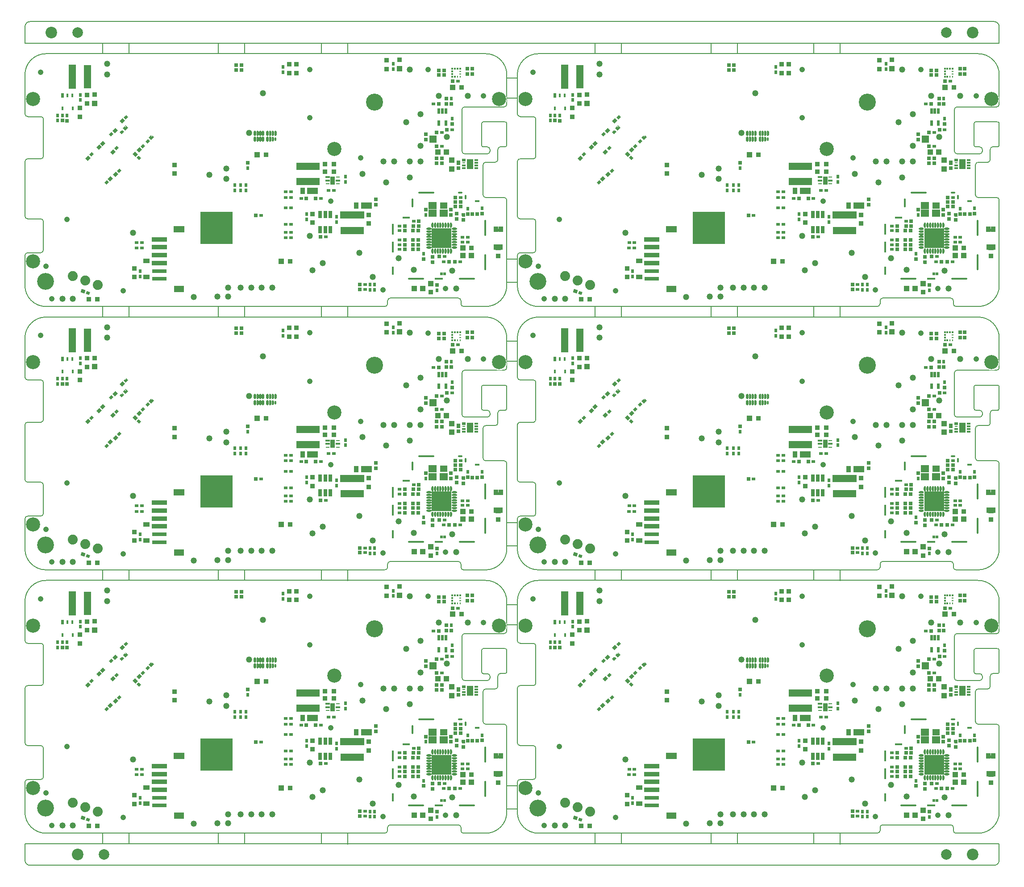
<source format=gbs>
*
%FSLAX35Y35*%
%MOMM*%
G04 A1 - construct+9_inc_-1.508 *
%AMA1gbs*
4,1,4,
-0.035305,0.505557,
0.505557,-0.035305,
0.035305,-0.505557,
-0.505557,0.035305,
-0.035305,0.505557,
0.0000*
%
G04 A2 - construct+11_inc_-1.508 *
%AMA2gbs*
4,1,4,
0.035305,0.505557,
0.505557,0.035305,
-0.035305,-0.505557,
-0.505557,-0.035305,
0.035305,0.505557,
0.0000*
%
G04 A3 - construct+12_inc_-1.491 *
%AMA3gbs*
4,1,4,
-0.245732,0.443595,
0.473318,0.181725,
0.245732,-0.443595,
-0.473318,-0.181725,
-0.245732,0.443595,
0.0000*
%
G04 A4 - construct+7_inc_1.772 *
%AMA4gbs*
4,1,4,
0.035305,0.420700,
0.420700,0.035305,
-0.035305,-0.420700,
-0.420700,-0.035305,
0.035305,0.420700,
0.0000*
%
G04 A5 - construct+8_inc_1.772 *
%AMA5gbs*
4,1,4,
-0.209785,0.366408,
0.396388,0.145782,
0.209785,-0.366408,
-0.396388,-0.145782,
-0.209785,0.366408,
0.0000*
%
G04 A6 - construct+5_inc_1.772 *
%AMA6gbs*
4,1,4,
-0.035305,0.420700,
0.420700,-0.035305,
0.035305,-0.420700,
-0.420700,0.035305,
-0.035305,0.420700,
0.0000*
%
%ADD10C,0.703325*%
%ADD11C,1.181100*%
%ADD12R,0.673100X0.768350*%
%ADD13R,0.768350X0.673100*%
%ADD14R,1.466850X4.565650*%
%ADD15R,4.565650X1.466850*%
%ADD16O,0.495300X0.977900*%
%ADD17O,0.445287X0.927887*%
%ADD18A1gbs*%
%ADD19R,1.066800X1.066800*%
%ADD20R,1.104900X1.104900*%
%ADD21R,2.070100X1.270000*%
%ADD22C,1.606550*%
%ADD23R,6.165850X6.165850*%
%ADD24C,1.879600*%
%ADD25C,2.679700*%
%ADD26R,3.803650X3.803650*%
%ADD27C,3.225800*%
%ADD28R,0.444500X0.419100*%
%ADD29R,0.419100X0.444500*%
%ADD30R,0.565150X1.066800*%
%ADD31R,1.803145X1.003300*%
%ADD32R,0.853185X1.003300*%
%ADD33R,1.003300X0.603250*%
%ADD34R,0.571500X0.869950*%
%ADD35R,2.870200X0.869950*%
%ADD36A2gbs*%
%ADD37A3gbs*%
%ADD38O,0.438150X0.990600*%
%ADD39O,0.990600X0.438150*%
%ADD40R,0.819150X0.412750*%
%ADD41R,0.971550X1.568450*%
%ADD42R,1.568450X1.371600*%
%ADD43R,0.800100X1.435100*%
%ADD44R,0.368300X0.698500*%
%ADD45C,1.045000*%
%ADD46R,0.545135X0.644957*%
%ADD47R,1.344980X4.445050*%
%ADD48R,0.944930X0.944930*%
%ADD49R,0.445060X0.745032*%
%ADD50A4gbs*%
%ADD51A5gbs*%
%ADD52R,1.244905X0.895147*%
%ADD53R,2.745030X0.745032*%
%ADD54R,1.944930X1.145083*%
%ADD55A6gbs*%
%ADD56R,0.644957X0.545135*%
%ADD57R,0.680000X1.315000*%
%ADD58R,4.445050X1.344980*%
%ADD59R,0.695000X0.285040*%
%ADD60R,2.045000X1.145083*%
%ADD61R,0.845110X1.145083*%
%ADD62O,0.395000X1.545133*%
%ADD63O,3.045000X0.395000*%
%ADD64O,1.545133X0.395000*%
%ADD65O,0.395000X3.045000*%
%ADD66O,0.395000X2.045000*%
%ADD67O,0.395000X1.695000*%
%ADD68O,1.445057X0.395000*%
%ADD69O,0.944930X0.395000*%
%ADD70O,0.395000X0.845110*%
%ADD71O,0.845110X0.395000*%
%ADD72R,0.320090X0.294945*%
%ADD73R,0.294945X0.320090*%
%ADD74R,1.445057X1.244905*%
%ADD75O,0.349810X0.832410*%
%ADD76C,0.200000*%
%ADD77C,3.200000*%
%ADD78R,0.650112X0.749935*%
%ADD79R,1.049935X1.049935*%
%ADD80R,0.699922X0.399922*%
%ADD81R,0.748335X0.848158*%
%ADD82R,0.798120X0.498145*%
%ADD83R,1.248207X1.948230*%
%ADD84R,0.594920X0.294945*%
%ADD85R,0.553213X0.553213*%
%ADD86C,2.200000*%
%ADD87C,2.000000*%
%ADD88R,0.069850X0.069850*%
%ADD89C,0.019050*%
%ADD90C,0.012700*%
%ADD91R,0.019050X0.019050*%
%ADD92C,0.044450*%
%ADD93C,0.057150*%
%ADD94C,0.025400*%
%ADD95C,0.050800*%
%ADD96C,0.031750*%
%ADD97R,0.025400X0.025400*%
%ADD98R,0.031750X0.031750*%
%ADD99R,0.038100X0.038100*%
%ADD100R,0.012700X0.012700*%
%ADD101C,0.300000*%
%ADD102C,0.070000*%
%IPPOS*%
%LN6e160885h0.gbs*%
%LPD*%
G75*
G54D10*
X07794295Y01908719D03*
Y02018701D03*
X07904277Y01798712D03*
Y01908719D03*
Y02018701D03*
X08014284Y01798712D03*
Y01908719D03*
Y02018701D03*
G54D11*
X01559992Y05217704D03*
Y05017705D03*
X05449976Y01299983D03*
X00709981Y00760005D03*
X00909980D03*
X03849980Y00797723D03*
X05399989Y01947709D03*
X03199994Y00787716D03*
X06849973Y02969982D03*
X03649980Y00797723D03*
X06799986Y03359999D03*
X07499985D03*
X07089978Y01529980D03*
X08099984Y01290001D03*
X07379995Y01309991D03*
X07299985Y03060000D03*
X06999986Y03359999D03*
X04249979Y03909986D03*
X03819982Y03030003D03*
Y03230002D03*
X06399987Y03130002D03*
X03499993Y03109987D03*
X06599987Y01169986D03*
X05650001Y01429980D03*
X07849997Y04609984D03*
X07299985Y05109983D03*
X02049983Y02009989D03*
X07229983Y04109985D03*
X07499985Y04259998D03*
X08399983Y04609984D03*
X04689983Y00969986D03*
X07299985Y03359999D03*
X06339992Y01629980D03*
X04489983Y00969986D03*
X04289984D03*
X04089984D03*
X03849980D03*
X07499985Y03659998D03*
X08179968Y00949997D03*
X07999984Y03830001D03*
X04514774Y04661292D03*
G54D12*
X07997114Y04458905D03*
Y04558879D03*
X08106359Y04075365D03*
X08484845Y05122327D03*
Y05022328D03*
X08395945D03*
Y05122327D03*
X08313420Y02351619D03*
Y02251620D03*
X06659677Y02643313D03*
Y02543313D03*
X00712445Y04138992D03*
X00801344Y04138407D03*
X08185099Y02271940D03*
Y02371939D03*
X04227805Y03336504D03*
X08397215Y02368460D03*
X08668995Y02371000D03*
X08077200Y02445599D03*
Y02345600D03*
X07602220Y02445599D03*
X07815554Y01018119D03*
X07560259Y01507400D03*
X07730439Y01554059D03*
Y01454060D03*
X07605979Y03778185D03*
Y03878159D03*
X08088579Y04458905D03*
G54D13*
X07807427Y03327792D03*
X07907426D03*
X07809967Y03424312D03*
X07909966D03*
X05605297Y01932900D03*
X05516347Y02662312D03*
X05339486Y02664852D03*
X08112277Y04884380D03*
X08005547Y03967872D03*
X07849006Y04453012D03*
X04110126Y05103252D03*
X04010127D03*
X04110126Y05197232D03*
X04010127D03*
X06355690Y00935900D03*
Y01024800D03*
X08161807Y02680067D03*
X07848117Y05095200D03*
X07948117D03*
X07848117Y05004192D03*
X07948117D03*
X04383049Y02339300D03*
X08481847Y02365107D03*
X08581847D03*
X07358990Y01692819D03*
X07458989D03*
X07358990Y01781719D03*
X07458989D03*
X07358990Y01870620D03*
X07458989D03*
X07358990Y02048420D03*
X07458989D03*
X07371512Y02137904D03*
X07471512D03*
X07203846Y01870620D03*
X08155407Y01463432D03*
X07809967Y03914532D03*
Y03652912D03*
X08044586Y01463432D03*
X08161807Y02596247D03*
X08261807D03*
Y02509887D03*
X08161807D03*
X07861198Y01557387D03*
X07471969Y02225864D03*
X07203821Y02137320D03*
Y02048420D03*
Y01781719D03*
Y01692819D03*
G54D14*
X00895096Y04970512D03*
G54D15*
X06205017Y02345294D03*
G54D16*
X04513631Y03787431D03*
X04463618D03*
X04413631D03*
X04363618D03*
Y03900410D03*
X04413631D03*
X04463618D03*
X04513631D03*
G54D17*
X04702378Y03787431D03*
G54D16*
X04652391D03*
X04602378D03*
Y03900410D03*
X04652391D03*
X04702378D03*
X04752391D03*
G54D18*
X02089379Y03500055D03*
G54D19*
X07382510Y00955407D03*
X07547610D03*
X07830769Y03541152D03*
X07995869D03*
X08305724Y01577732D03*
X08470824D03*
X04405427Y03488599D03*
X08305724Y01719972D03*
X08112734Y04770080D03*
X04863567Y01470620D03*
X01322045Y04466321D03*
X07104177Y05126950D03*
G54D20*
X08979992Y01732545D03*
G54D19*
X07694879Y01045450D03*
G54D21*
X02919984Y02079991D03*
G54D22*
X00391135Y01084946D03*
G54D23*
X03633495Y02100769D03*
G54D24*
X00910057Y01187791D03*
X01144981Y01102295D03*
X01379906Y01016773D03*
G54D25*
X00149987Y01469985D03*
Y04549989D03*
X08990000D03*
X05869991Y03600004D03*
G54D26*
X07904277Y01908719D03*
G54D27*
X06634277Y04491900D03*
G54D28*
X08107578Y05071934D03*
Y05021946D03*
G54D29*
Y04971934D03*
X08157591D03*
X08257591Y05121921D03*
X08207578D03*
X08157591D03*
X08107578D03*
G54D30*
X07853401Y04320704D03*
X07918399D03*
X07983398D03*
Y04095685D03*
X07853401D03*
G54D31*
X08979992Y01739987D03*
G54D32*
X08932494Y02079991D03*
X09027490D03*
G54D33*
X08979992Y02060002D03*
G54D34*
X00708889Y04614911D03*
G54D35*
X02549982Y01434984D03*
Y01584971D03*
Y01734983D03*
Y01884971D03*
G54D36*
X01708175Y03952226D03*
X01619885Y03036098D03*
X01721383Y03119030D03*
X01670304Y03543692D03*
X01474292Y03703305D03*
X01403579Y03632592D03*
X01191793Y03425989D03*
X02401392Y03817606D03*
X02165579Y03581792D03*
X01906092Y03995405D03*
X01848079Y04135512D03*
G54D37*
X01098372Y00904225D03*
G54D38*
X08079283Y02151213D03*
X08029295D03*
X07979283D03*
X07929296D03*
X07879283D03*
X07829296D03*
X07779283D03*
X07729296D03*
Y01666200D03*
X07779283D03*
X07829296D03*
X07879283D03*
X07929296D03*
X07979283D03*
X08029295D03*
X08079283D03*
G54D39*
X07661783Y02083726D03*
Y02033713D03*
Y01983726D03*
Y01933713D03*
Y01883701D03*
Y01833713D03*
Y01783700D03*
Y01733714D03*
X08146796D03*
Y01783700D03*
Y01833713D03*
Y01883701D03*
Y01933713D03*
Y01983726D03*
Y02033713D03*
Y02083726D03*
G54D40*
X05935624Y03002672D03*
X05740629D03*
Y03067671D03*
G54D41*
X05838139Y03002672D03*
G54D42*
X07730033Y02530207D03*
Y02380219D03*
X07940015D03*
G54D43*
X05602021Y02355226D03*
Y02070746D03*
G54D44*
X07793101Y03821034D03*
X07758074D03*
X07723098D03*
X07688097D03*
Y03754030D03*
X07723098D03*
X07758074D03*
X07793101D03*
G54D45*
X00299999Y05059996D03*
G54D46*
X01052805Y04629339D03*
G54D47*
X01185113Y04970512D03*
G54D48*
X01322045Y04631422D03*
X01179805Y04628882D03*
G54D49*
X00803884Y04614911D03*
X00898880D03*
G54D46*
X00712445Y04238991D03*
X00623545D03*
Y04138992D03*
X01052805Y04529365D03*
X00801344Y04238408D03*
G54D48*
X01179805Y04463782D03*
X01040105Y04379962D03*
Y04214862D03*
G54D49*
X00903884Y04374907D03*
X00708889D03*
G54D50*
X01637487Y03881512D03*
X01835404Y03924692D03*
X01918792Y04206226D03*
X01262507Y03496702D03*
X01549197Y02965385D03*
X01792097Y03189743D03*
G54D45*
X00799998Y02260002D03*
X00399999Y01377707D03*
G54D51*
X01192327Y00870012D03*
G54D45*
X00509981Y00760005D03*
G54D48*
X01210107Y00745400D03*
X01375207D03*
G54D45*
X01863039Y00909712D03*
G54D52*
X02307539Y01168691D03*
G54D46*
X02183054Y01182305D03*
Y01282304D03*
G54D48*
X02078939Y01332622D03*
Y01167522D03*
G54D53*
X02549982Y01134984D03*
Y01284971D03*
G54D52*
X02307539Y01473694D03*
G54D54*
X02919984Y00939989D03*
G54D48*
X02835377Y03300690D03*
Y03135590D03*
G54D55*
X02160092Y03429341D03*
G54D50*
X01740992Y03614406D03*
X02330704Y03746892D03*
X02236292Y03652505D03*
G54D48*
X05028666Y01470620D03*
G54D56*
X04945990Y02015399D03*
Y01913799D03*
X05045989Y02015399D03*
Y01913799D03*
X05705297Y01932900D03*
G54D57*
X05697017Y02070746D03*
X05792013D03*
G54D46*
X05346497Y02267139D03*
Y02367139D03*
G54D56*
X04945990Y02484080D03*
X05045989D03*
Y02167800D03*
X04945990D03*
G54D48*
X05458257Y02201556D03*
Y02366656D03*
G54D46*
X05912206Y02210980D03*
Y02310979D03*
G54D57*
X05792013Y02355226D03*
X05697017D03*
G54D56*
X04483049Y02339300D03*
G54D46*
X04227805Y03236479D03*
X03979977Y02916286D03*
Y02816287D03*
X04094277D03*
X04195877Y02916286D03*
Y02816287D03*
X04094277Y02916286D03*
G54D48*
X04570527Y03488599D03*
G54D46*
X04898314Y05055780D03*
Y05155805D03*
G54D48*
X05010099Y05041022D03*
Y05206122D03*
X05149774D03*
Y05041022D03*
G54D45*
X05399989Y05109983D03*
Y04189995D03*
G54D58*
X05365699Y03274680D03*
Y02984664D03*
G54D48*
X05692064Y03310012D03*
X05857189D03*
X05692064Y03170312D03*
X05857189D03*
G54D59*
X05935624Y03067671D03*
Y02937674D03*
X05740629D03*
G54D46*
X06079439Y03075545D03*
Y02975545D03*
G54D56*
X05760187Y02817252D03*
X05860186D03*
G54D60*
X05458155Y02802012D03*
G54D61*
X05268138D03*
G54D56*
X04945990Y02786340D03*
Y02679660D03*
X05045989Y02786340D03*
Y02679660D03*
X05239487Y02664852D03*
X05616346Y02662312D03*
G54D45*
X05799988Y02609988D03*
G54D58*
X06205017Y02055303D03*
G54D48*
X06522517Y02348876D03*
Y02183776D03*
G54D46*
X06545377Y01023987D03*
Y00923987D03*
X06634277Y01023987D03*
Y00923987D03*
G54D56*
X06455689Y00935900D03*
Y01024800D03*
G54D45*
X06789979Y00929981D03*
G54D62*
X06979996Y01290001D03*
G54D63*
X07420000Y01139989D03*
G54D45*
X07979994Y00949997D03*
G54D46*
X07815554Y00918119D03*
G54D48*
X07694879Y00880350D03*
G54D64*
X07849997Y01139989D03*
G54D63*
X08379993D03*
G54D65*
X08729980Y01449995D03*
G54D48*
X08470824Y01719972D03*
X08979992Y01567445D03*
G54D56*
X08402726Y01923172D03*
Y01834272D03*
X08302727D03*
Y01923172D03*
G54D65*
X08729980Y02099982D03*
G54D56*
X07944587Y01463432D03*
X07961198Y01557387D03*
G54D46*
X07560259Y01607399D03*
G54D66*
X06979996Y01739987D03*
Y02079991D03*
G54D67*
X07349998Y02579991D03*
G54D68*
X07229983Y02299981D03*
G54D63*
X07609992Y02769983D03*
G54D46*
X08397215Y02468459D03*
G54D56*
X08261807Y02680067D03*
G54D69*
X08579993Y02609988D03*
G54D70*
X08359978Y02689998D03*
G54D71*
X08259978Y02769983D03*
G54D46*
X08668995Y02470999D03*
X07602220Y02345600D03*
G54D61*
X06285281Y02525406D03*
G54D60*
X06475298D03*
G54D56*
X08255406Y01463432D03*
X07371969Y02225864D03*
X07103847Y01870620D03*
X07103821Y02137320D03*
Y02048420D03*
Y01781719D03*
Y01692819D03*
G54D45*
X08699983Y04609984D03*
G54D46*
X08088579Y04558879D03*
G54D48*
X08277834Y04770080D03*
G54D56*
X07749007Y04453012D03*
G54D46*
X08106359Y04175339D03*
G54D56*
X08105546Y03967872D03*
X08212277Y04884380D03*
G54D72*
X08257591Y05021921D03*
Y05071934D03*
G54D73*
X08207578Y04971934D03*
X08257591D03*
G54D46*
X06989877Y05214987D03*
Y05114987D03*
G54D48*
X07104177Y05292050D03*
X06862877Y05120549D03*
Y05285650D03*
G54D45*
X07649997Y05107723D03*
X06369990Y03430001D03*
G54D56*
X02219909Y01722080D03*
X02221687Y01826627D03*
X02121687D03*
X02119909Y01722080D03*
G54D74*
X07940015Y02530207D03*
G54D56*
X07909966Y03652912D03*
Y03914532D03*
G54D75*
X04752391Y03787431D03*
G54D76*
X06929984Y00769986D02*
G03X06879996Y00720000I00000013J-00050000D01*
X06820001Y00609992D02*
G03X06879996Y00660005I00005003J00054990D01*
X08269986D02*
G03X08319999Y00609992I00050012J00000000D01*
X08269986Y00720000D02*
G03X08219999Y00769986I-00050000J-00000013D01*
X09019997Y03642777D02*
G03X08969985Y03589996I00001385J-00051397D01*
X00299999Y01629980D02*
G03X00349987Y01679992I-00000012J00050000D01*
X00052654Y01629980D02*
G03X00000000Y01579992I-00001321J-00051334D01*
X08289976Y03558983D02*
G03X08339988Y03508995I00050000J00000012D01*
X08769985D02*
G03X08819998Y03558983I00000000J00050013D01*
Y03589996D02*
G03X08769985Y03640212I-00050114J00000102D01*
X08919997Y03349026D02*
G03X08969985Y03398988I00000013J00049974D01*
X09139987Y04085220D02*
G03X09109989Y04115243I-00030010J00000012D01*
X09109659Y03642752D02*
G03X09139657Y03672749I00000000J00029998D01*
X08662619Y03670692D02*
G03X08692617Y03640695I00029998J00000000D01*
X08692718Y04115243D02*
G03X08662721Y04085220I00000000J-00029997D01*
X08739988Y03349026D02*
G03X08689975Y03299979I-00000483J-00049530D01*
X08339988Y04400002D02*
G03X08289976Y04349990I00000000J-00050012D01*
X09090000Y04400002D02*
G03X09139987Y04449989I-00000012J00050000D01*
Y05009983D02*
G03X08739988Y05409982I-00399999J00000000D01*
Y00609992D02*
G03X09139987Y01009991I00000000J00399999D01*
X00399999Y05409982D02*
G03X00000000Y05009983I00000000J-00399999D01*
Y01009991D02*
G03X00399999Y00609992I00399999J-00000000D01*
X00349987Y02222892D02*
G03X00299999Y02275546I-00051334J00001321D01*
X00349987Y04165001D02*
G03X00309981Y04214989I-00044997J00004990D01*
Y03414990D02*
G03X00349987Y03465003I-00005004J00045009D01*
X00059995Y03414990D02*
G03X00000000Y03365003I-00005004J-00054991D01*
Y04265001D02*
G03X00059995Y04214989I00055005J00004992D01*
X00000000Y02325813D02*
G03X00049860Y02275952I00049860J-00000000D01*
X09139987Y02629826D02*
G03X09090000Y02679838I-00050013J00000000D01*
X08689975Y02730003D02*
G03X08739988Y02679991I00050012J00000000D01*
X06879996Y00660005D02*
G01Y00720000D01*
X08269986Y00660005D02*
Y00720000D01*
X00052654Y01629980D02*
X00299999D01*
X09019997Y03642777D02*
X09114714D01*
X08339988Y03508995D02*
X08769985D01*
X08739988Y03349026D02*
X08919997D01*
X08819998Y03558983D02*
Y03589996D01*
X08969985Y03398988D02*
Y03589996D01*
X08697493Y03640212D02*
X08769985D01*
X08662721Y03673232D02*
Y04085220D01*
X09139987Y03673232D02*
Y04085220D01*
X00349987Y03465003D02*
Y04165001D01*
X00000000Y02325813D02*
Y03365003D01*
X00049860Y02275546D02*
X00299999D01*
X00349987Y01679992D02*
Y02225584D01*
X08692718Y04115243D02*
X09105239D01*
X08339988Y04400002D02*
X09090000D01*
X00000000Y04265001D02*
Y05009983D01*
X00399999Y05409982D02*
X08739988D01*
X00059995Y04214989D02*
X00309981D01*
X00059995Y03414990D02*
X00309981D01*
X00000000Y01009991D02*
Y01579992D01*
X00399999Y00609992D02*
X06820001D01*
X09139987Y01009991D02*
Y02630003D01*
X08739988Y02679991D02*
X09090000D01*
X08689975Y02730003D02*
Y03299979D01*
X09139987Y04449989D02*
Y05009983D01*
X06929984Y00769986D02*
X08219999D01*
X08319999Y00609992D02*
X08739988D01*
X08289976Y03558983D02*
Y04349990D01*
G54D77*
X00391135Y01084946D03*
G54D78*
X08219288Y03239654D03*
G54D79*
X08094827Y03387482D03*
Y03222382D03*
G54D80*
X08557870Y03387482D03*
Y03337444D03*
Y03287660D03*
Y03237622D03*
X08322665Y03287660D03*
Y03237622D03*
G54D81*
X08219288Y03339679D03*
G54D82*
X08322767Y03387558D03*
G54D83*
X08440268Y03312552D03*
G54D84*
X08322665Y03337444D03*
G54D85*
X07903235Y01234832D03*
X07956220D03*
G54D10*
X07794295Y06908719D03*
Y07018702D03*
X07904277Y06798712D03*
Y06908719D03*
Y07018702D03*
X08014284Y06798712D03*
Y06908719D03*
Y07018702D03*
G54D11*
X01559992Y10217705D03*
Y10017705D03*
X05449976Y06299983D03*
X00709981Y05760005D03*
X00909980D03*
X03849980Y05797724D03*
X05399989Y06947709D03*
X03199994Y05787716D03*
X06849973Y07969982D03*
X03649980Y05797724D03*
X06799986Y08359999D03*
X07499985D03*
X07089978Y06529980D03*
X08099984Y06290001D03*
X07379995Y06309991D03*
X07299985Y08060000D03*
X06999986Y08359999D03*
X04249979Y08909986D03*
X03819982Y08030002D03*
Y08230002D03*
X06399987Y08130002D03*
X03499993Y08109987D03*
X06599987Y06169986D03*
X05650001Y06429980D03*
X07849997Y09609984D03*
X07299985Y10109983D03*
X02049983Y07009989D03*
X07229983Y09109985D03*
X07499985Y09259997D03*
X08399983Y09609984D03*
X04689983Y05969986D03*
X07299985Y08359999D03*
X06339992Y06629980D03*
X04489983Y05969986D03*
X04289984D03*
X04089984D03*
X03849980D03*
X07499985Y08659998D03*
X08179968Y05949997D03*
X07999984Y08830001D03*
X04514774Y09661292D03*
G54D12*
X07997114Y09458905D03*
Y09558879D03*
X08106359Y09075365D03*
X08484845Y10122328D03*
Y10022328D03*
X08395945D03*
Y10122328D03*
X08313420Y07351619D03*
Y07251620D03*
X06659677Y07643313D03*
Y07543313D03*
X00712445Y09138992D03*
X00801344Y09138408D03*
X08185099Y07271940D03*
Y07371939D03*
X04227805Y08336504D03*
X08397215Y07368460D03*
X08668995Y07370999D03*
X08077200Y07445599D03*
Y07345600D03*
X07602220Y07445599D03*
X07815554Y06018119D03*
X07560259Y06507400D03*
X07730439Y06554059D03*
Y06454060D03*
X07605979Y08778185D03*
Y08878159D03*
X08088579Y09458905D03*
G54D13*
X07807427Y08327792D03*
X07907426D03*
X07809967Y08424312D03*
X07909966D03*
X05605297Y06932900D03*
X05516347Y07662312D03*
X05339486Y07664852D03*
X08112277Y09884380D03*
X08005547Y08967872D03*
X07849006Y09453012D03*
X04110126Y10103252D03*
X04010127D03*
X04110126Y10197232D03*
X04010127D03*
X06355690Y05935899D03*
Y06024800D03*
X08161807Y07680066D03*
X07848117Y10095200D03*
X07948117D03*
X07848117Y10004192D03*
X07948117D03*
X04383049Y07339300D03*
X08481847Y07365107D03*
X08581847D03*
X07358990Y06692819D03*
X07458989D03*
X07358990Y06781720D03*
X07458989D03*
X07358990Y06870620D03*
X07458989D03*
X07358990Y07048420D03*
X07458989D03*
X07371512Y07137903D03*
X07471512D03*
X07203846Y06870620D03*
X08155407Y06463432D03*
X07809967Y08914532D03*
Y08652912D03*
X08044586Y06463432D03*
X08161807Y07596246D03*
X08261807D03*
Y07509887D03*
X08161807D03*
X07861198Y06557387D03*
X07471969Y07225864D03*
X07203821Y07137320D03*
Y07048420D03*
Y06781720D03*
Y06692819D03*
G54D14*
X00895096Y09970512D03*
G54D15*
X06205017Y07345295D03*
G54D16*
X04513631Y08787431D03*
X04463618D03*
X04413631D03*
X04363618D03*
Y08900410D03*
X04413631D03*
X04463618D03*
X04513631D03*
G54D17*
X04702378Y08787431D03*
G54D16*
X04652391D03*
X04602378D03*
Y08900410D03*
X04652391D03*
X04702378D03*
X04752391D03*
G54D18*
X02089379Y08500055D03*
G54D19*
X07382510Y05955406D03*
X07547610D03*
X07830769Y08541152D03*
X07995869D03*
X08305724Y06577732D03*
X08470824D03*
X04405427Y08488600D03*
X08305724Y06719972D03*
X08112734Y09770080D03*
X04863567Y06470620D03*
X01322045Y09466322D03*
X07104177Y10126950D03*
G54D20*
X08979992Y06732545D03*
G54D19*
X07694879Y06045449D03*
G54D21*
X02919984Y07079992D03*
G54D22*
X00391135Y06084947D03*
G54D23*
X03633495Y07100769D03*
G54D24*
X00910057Y06187791D03*
X01144981Y06102295D03*
X01379906Y06016773D03*
G54D25*
X00149987Y06469985D03*
Y09549989D03*
X08990000D03*
X05869991Y08600004D03*
G54D26*
X07904277Y06908719D03*
G54D27*
X06634277Y09491900D03*
G54D28*
X08107578Y10071934D03*
Y10021947D03*
G54D29*
Y09971934D03*
X08157591D03*
X08257591Y10121921D03*
X08207578D03*
X08157591D03*
X08107578D03*
G54D30*
X07853401Y09320704D03*
X07918399D03*
X07983398D03*
Y09095685D03*
X07853401D03*
G54D31*
X08979992Y06739987D03*
G54D32*
X08932494Y07079992D03*
X09027490D03*
G54D33*
X08979992Y07060002D03*
G54D34*
X00708889Y09614912D03*
G54D35*
X02549982Y06434984D03*
Y06584971D03*
Y06734984D03*
Y06884971D03*
G54D36*
X01708175Y08952226D03*
X01619885Y08036099D03*
X01721383Y08119029D03*
X01670304Y08543692D03*
X01474292Y08703306D03*
X01403579Y08632592D03*
X01191793Y08425989D03*
X02401392Y08817606D03*
X02165579Y08581792D03*
X01906092Y08995406D03*
X01848079Y09135512D03*
G54D37*
X01098372Y05904226D03*
G54D38*
X08079283Y07151213D03*
X08029295D03*
X07979283D03*
X07929296D03*
X07879283D03*
X07829296D03*
X07779283D03*
X07729296D03*
Y06666200D03*
X07779283D03*
X07829296D03*
X07879283D03*
X07929296D03*
X07979283D03*
X08029295D03*
X08079283D03*
G54D39*
X07661783Y07083726D03*
Y07033713D03*
Y06983726D03*
Y06933713D03*
Y06883701D03*
Y06833713D03*
Y06783700D03*
Y06733714D03*
X08146796D03*
Y06783700D03*
Y06833713D03*
Y06883701D03*
Y06933713D03*
Y06983726D03*
Y07033713D03*
Y07083726D03*
G54D40*
X05935624Y08002672D03*
X05740629D03*
Y08067671D03*
G54D41*
X05838139Y08002672D03*
G54D42*
X07730033Y07530207D03*
Y07380220D03*
X07940015D03*
G54D43*
X05602021Y07355226D03*
Y07070746D03*
G54D44*
X07793101Y08821035D03*
X07758074D03*
X07723098D03*
X07688097D03*
Y08754030D03*
X07723098D03*
X07758074D03*
X07793101D03*
G54D45*
X00299999Y10059996D03*
G54D46*
X01052805Y09629339D03*
G54D47*
X01185113Y09970512D03*
G54D48*
X01322045Y09631421D03*
X01179805Y09628882D03*
G54D49*
X00803884Y09614912D03*
X00898880D03*
G54D46*
X00712445Y09238991D03*
X00623545D03*
Y09138992D03*
X01052805Y09529365D03*
X00801344Y09238408D03*
G54D48*
X01179805Y09463782D03*
X01040105Y09379962D03*
Y09214862D03*
G54D49*
X00903884Y09374907D03*
X00708889D03*
G54D50*
X01637487Y08881512D03*
X01835404Y08924692D03*
X01918792Y09206226D03*
X01262507Y08496702D03*
X01549197Y07965385D03*
X01792097Y08189743D03*
G54D45*
X00799998Y07260002D03*
X00399999Y06377707D03*
G54D51*
X01192327Y05870012D03*
G54D45*
X00509981Y05760005D03*
G54D48*
X01210107Y05745400D03*
X01375207D03*
G54D45*
X01863039Y05909712D03*
G54D52*
X02307539Y06168691D03*
G54D46*
X02183054Y06182305D03*
Y06282304D03*
G54D48*
X02078939Y06332622D03*
Y06167522D03*
G54D53*
X02549982Y06134984D03*
Y06284972D03*
G54D52*
X02307539Y06473694D03*
G54D54*
X02919984Y05939989D03*
G54D48*
X02835377Y08300690D03*
Y08135590D03*
G54D55*
X02160092Y08429341D03*
G54D50*
X01740992Y08614406D03*
X02330704Y08746892D03*
X02236292Y08652506D03*
G54D48*
X05028666Y06470620D03*
G54D56*
X04945990Y07015399D03*
Y06913800D03*
X05045989Y07015399D03*
Y06913800D03*
X05705297Y06932900D03*
G54D57*
X05697017Y07070746D03*
X05792013D03*
G54D46*
X05346497Y07267139D03*
Y07367139D03*
G54D56*
X04945990Y07484080D03*
X05045989D03*
Y07167800D03*
X04945990D03*
G54D48*
X05458257Y07201556D03*
Y07366656D03*
G54D46*
X05912206Y07210980D03*
Y07310979D03*
G54D57*
X05792013Y07355226D03*
X05697017D03*
G54D56*
X04483049Y07339300D03*
G54D46*
X04227805Y08236479D03*
X03979977Y07916287D03*
Y07816287D03*
X04094277D03*
X04195877Y07916287D03*
Y07816287D03*
X04094277Y07916287D03*
G54D48*
X04570527Y08488600D03*
G54D46*
X04898314Y10055780D03*
Y10155805D03*
G54D48*
X05010099Y10041022D03*
Y10206122D03*
X05149774D03*
Y10041022D03*
G54D45*
X05399989Y10109983D03*
Y09189995D03*
G54D58*
X05365699Y08274680D03*
Y07984663D03*
G54D48*
X05692064Y08310012D03*
X05857189D03*
X05692064Y08170312D03*
X05857189D03*
G54D59*
X05935624Y08067671D03*
Y07937674D03*
X05740629D03*
G54D46*
X06079439Y08075544D03*
Y07975545D03*
G54D56*
X05760187Y07817252D03*
X05860186D03*
G54D60*
X05458155Y07802012D03*
G54D61*
X05268138D03*
G54D56*
X04945990Y07786340D03*
Y07679660D03*
X05045989Y07786340D03*
Y07679660D03*
X05239487Y07664852D03*
X05616346Y07662312D03*
G54D45*
X05799988Y07609988D03*
G54D58*
X06205017Y07055303D03*
G54D48*
X06522517Y07348876D03*
Y07183776D03*
G54D46*
X06545377Y06023987D03*
Y05923987D03*
X06634277Y06023987D03*
Y05923987D03*
G54D56*
X06455689Y05935899D03*
Y06024800D03*
G54D45*
X06789979Y05929981D03*
G54D62*
X06979996Y06290001D03*
G54D63*
X07420000Y06139989D03*
G54D45*
X07979994Y05949997D03*
G54D46*
X07815554Y05918120D03*
G54D48*
X07694879Y05880350D03*
G54D64*
X07849997Y06139989D03*
G54D63*
X08379993D03*
G54D65*
X08729980Y06449995D03*
G54D48*
X08470824Y06719972D03*
X08979992Y06567445D03*
G54D56*
X08402726Y06923172D03*
Y06834272D03*
X08302727D03*
Y06923172D03*
G54D65*
X08729980Y07099982D03*
G54D56*
X07944587Y06463432D03*
X07961198Y06557387D03*
G54D46*
X07560259Y06607399D03*
G54D66*
X06979996Y06739987D03*
Y07079992D03*
G54D67*
X07349998Y07579991D03*
G54D68*
X07229983Y07299981D03*
G54D63*
X07609992Y07769982D03*
G54D46*
X08397215Y07468459D03*
G54D56*
X08261807Y07680066D03*
G54D69*
X08579993Y07609988D03*
G54D70*
X08359978Y07689998D03*
G54D71*
X08259978Y07769982D03*
G54D46*
X08668995Y07470999D03*
X07602220Y07345600D03*
G54D61*
X06285281Y07525406D03*
G54D60*
X06475298D03*
G54D56*
X08255406Y06463432D03*
X07371969Y07225864D03*
X07103847Y06870620D03*
X07103821Y07137320D03*
Y07048420D03*
Y06781720D03*
Y06692819D03*
G54D45*
X08699983Y09609984D03*
G54D46*
X08088579Y09558879D03*
G54D48*
X08277834Y09770080D03*
G54D56*
X07749007Y09453012D03*
G54D46*
X08106359Y09175339D03*
G54D56*
X08105546Y08967872D03*
X08212277Y09884380D03*
G54D72*
X08257591Y10021921D03*
Y10071934D03*
G54D73*
X08207578Y09971934D03*
X08257591D03*
G54D46*
X06989877Y10214987D03*
Y10114987D03*
G54D48*
X07104177Y10292050D03*
X06862877Y10120549D03*
Y10285650D03*
G54D45*
X07649997Y10107723D03*
X06369990Y08430002D03*
G54D56*
X02219909Y06722080D03*
X02221687Y06826626D03*
X02121687D03*
X02119909Y06722080D03*
G54D74*
X07940015Y07530207D03*
G54D56*
X07909966Y08652912D03*
Y08914532D03*
G54D75*
X04752391Y08787431D03*
G54D76*
X06929984Y05769987D02*
G03X06879996Y05719999I00000013J-00050000D01*
X06820001Y05609992D02*
G03X06879996Y05660005I00005003J00054990D01*
X08269986D02*
G03X08319999Y05609992I00050012J00000000D01*
X08269986Y05719999D02*
G03X08219999Y05769987I-00050000J-00000013D01*
X09019997Y08642778D02*
G03X08969985Y08589996I00001385J-00051397D01*
X00299999Y06629980D02*
G03X00349987Y06679993I-00000012J00050000D01*
X00052654Y06629980D02*
G03X00000000Y06579993I-00001321J-00051334D01*
X08289976Y08558983D02*
G03X08339988Y08508995I00050000J00000012D01*
X08769985D02*
G03X08819998Y08558983I00000000J00050013D01*
Y08589996D02*
G03X08769985Y08640212I-00050114J00000102D01*
X08919997Y08349026D02*
G03X08969985Y08398988I00000013J00049974D01*
X09139987Y09085220D02*
G03X09109989Y09115243I-00030010J00000012D01*
X09109659Y08642752D02*
G03X09139657Y08672749I00000000J00029998D01*
X08662619Y08670692D02*
G03X08692617Y08640695I00029998J00000000D01*
X08692718Y09115243D02*
G03X08662721Y09085220I00000000J-00029997D01*
X08739988Y08349026D02*
G03X08689975Y08299979I-00000483J-00049530D01*
X08339988Y09400002D02*
G03X08289976Y09349990I00000000J-00050012D01*
X09090000Y09400002D02*
G03X09139987Y09449990I-00000012J00050000D01*
Y10009983D02*
G03X08739988Y10409983I-00399999J00000000D01*
Y05609992D02*
G03X09139987Y06009991I00000000J00399999D01*
X00399999Y10409983D02*
G03X00000000Y10009983I00000000J-00399999D01*
Y06009991D02*
G03X00399999Y05609992I00399999J-00000000D01*
X00349987Y07222892D02*
G03X00299999Y07275546I-00051334J00001321D01*
X00349987Y09165002D02*
G03X00309981Y09214989I-00044997J00004990D01*
Y08414990D02*
G03X00349987Y08465003I-00005004J00045009D01*
X00059995Y08414990D02*
G03X00000000Y08365003I-00005004J-00054991D01*
Y09265001D02*
G03X00059995Y09214989I00055005J00004992D01*
X00000000Y07325813D02*
G03X00049860Y07275953I00049860J-00000000D01*
X09139987Y07629826D02*
G03X09090000Y07679838I-00050013J00000000D01*
X08689975Y07730003D02*
G03X08739988Y07679991I00050012J00000000D01*
X06879996Y05660005D02*
G01Y05719999D01*
X08269986Y05660005D02*
Y05719999D01*
X00052654Y06629980D02*
X00299999D01*
X09019997Y08642778D02*
X09114714D01*
X08339988Y08508995D02*
X08769985D01*
X08739988Y08349026D02*
X08919997D01*
X08819998Y08558983D02*
Y08589996D01*
X08969985Y08398988D02*
Y08589996D01*
X08697493Y08640212D02*
X08769985D01*
X08662721Y08673232D02*
Y09085220D01*
X09139987Y08673232D02*
Y09085220D01*
X00349987Y08465003D02*
Y09165002D01*
X00000000Y07325813D02*
Y08365003D01*
X00049860Y07275546D02*
X00299999D01*
X00349987Y06679993D02*
Y07225584D01*
X08692718Y09115243D02*
X09105239D01*
X08339988Y09400002D02*
X09090000D01*
X00000000Y09265001D02*
Y10009983D01*
X00399999Y10409983D02*
X08739988D01*
X00059995Y09214989D02*
X00309981D01*
X00059995Y08414990D02*
X00309981D01*
X00000000Y06009991D02*
Y06579993D01*
X00399999Y05609992D02*
X06820001D01*
X09139987Y06009991D02*
Y07630003D01*
X08739988Y07679991D02*
X09090000D01*
X08689975Y07730003D02*
Y08299979D01*
X09139987Y09449990D02*
Y10009983D01*
X06929984Y05769987D02*
X08219999D01*
X08319999Y05609992D02*
X08739988D01*
X08289976Y08558983D02*
Y09349990D01*
G54D77*
X00391135Y06084947D03*
G54D78*
X08219288Y08239654D03*
G54D79*
X08094827Y08387482D03*
Y08222382D03*
G54D80*
X08557870Y08387482D03*
Y08337444D03*
Y08287660D03*
Y08237622D03*
X08322665Y08287660D03*
Y08237622D03*
G54D81*
X08219288Y08339679D03*
G54D82*
X08322767Y08387558D03*
G54D83*
X08440268Y08312552D03*
G54D84*
X08322665Y08337444D03*
G54D85*
X07903235Y06234832D03*
X07956220D03*
G54D10*
X07794295Y11908720D03*
Y12018701D03*
X07904277Y11798712D03*
Y11908720D03*
Y12018701D03*
X08014284Y11798712D03*
Y11908720D03*
Y12018701D03*
G54D11*
X01559992Y15217705D03*
Y15017705D03*
X05449976Y11299983D03*
X00709981Y10760005D03*
X00909980D03*
X03849980Y10797724D03*
X05399989Y11947709D03*
X03199994Y10787716D03*
X06849973Y12969982D03*
X03649980Y10797724D03*
X06799986Y13359999D03*
X07499985D03*
X07089978Y11529980D03*
X08099984Y11290001D03*
X07379995Y11309991D03*
X07299985Y13060000D03*
X06999986Y13359999D03*
X04249979Y13909986D03*
X03819982Y13030003D03*
Y13230002D03*
X06399987Y13130002D03*
X03499993Y13109987D03*
X06599987Y11169986D03*
X05650001Y11429980D03*
X07849997Y14609984D03*
X07299985Y15109983D03*
X02049983Y12009989D03*
X07229983Y14109985D03*
X07499985Y14259998D03*
X08399983Y14609984D03*
X04689983Y10969986D03*
X07299985Y13359999D03*
X06339992Y11629980D03*
X04489983Y10969986D03*
X04289984D03*
X04089984D03*
X03849980D03*
X07499985Y13659999D03*
X08179968Y10949996D03*
X07999984Y13830001D03*
X04514774Y14661292D03*
G54D12*
X07997114Y14458905D03*
Y14558879D03*
X08106359Y14075365D03*
X08484845Y15122328D03*
Y15022327D03*
X08395945D03*
Y15122328D03*
X08313420Y12351619D03*
Y12251620D03*
X06659677Y12643313D03*
Y12543313D03*
X00712445Y14138992D03*
X00801344Y14138408D03*
X08185099Y12271940D03*
Y12371939D03*
X04227805Y13336504D03*
X08397215Y12368460D03*
X08668995Y12371000D03*
X08077200Y12445599D03*
Y12345600D03*
X07602220Y12445599D03*
X07815554Y11018119D03*
X07560259Y11507400D03*
X07730439Y11554059D03*
Y11454060D03*
X07605979Y13778185D03*
Y13878159D03*
X08088579Y14458905D03*
G54D13*
X07807427Y13327792D03*
X07907426D03*
X07809967Y13424312D03*
X07909966D03*
X05605297Y11932900D03*
X05516347Y12662312D03*
X05339486Y12664852D03*
X08112277Y14884380D03*
X08005547Y13967872D03*
X07849006Y14453012D03*
X04110126Y15103252D03*
X04010127D03*
X04110126Y15197232D03*
X04010127D03*
X06355690Y10935900D03*
Y11024799D03*
X08161807Y12680067D03*
X07848117Y15095200D03*
X07948117D03*
X07848117Y15004192D03*
X07948117D03*
X04383049Y12339300D03*
X08481847Y12365106D03*
X08581847D03*
X07358990Y11692820D03*
X07458989D03*
X07358990Y11781719D03*
X07458989D03*
X07358990Y11870620D03*
X07458989D03*
X07358990Y12048420D03*
X07458989D03*
X07371512Y12137904D03*
X07471512D03*
X07203846Y11870620D03*
X08155407Y11463432D03*
X07809967Y13914532D03*
Y13652912D03*
X08044586Y11463432D03*
X08161807Y12596247D03*
X08261807D03*
Y12509887D03*
X08161807D03*
X07861198Y11557387D03*
X07471969Y12225864D03*
X07203821Y12137320D03*
Y12048420D03*
Y11781719D03*
Y11692820D03*
G54D14*
X00895096Y14970512D03*
G54D15*
X06205017Y12345295D03*
G54D16*
X04513631Y13787431D03*
X04463618D03*
X04413631D03*
X04363618D03*
Y13900409D03*
X04413631D03*
X04463618D03*
X04513631D03*
G54D17*
X04702378Y13787431D03*
G54D16*
X04652391D03*
X04602378D03*
Y13900409D03*
X04652391D03*
X04702378D03*
X04752391D03*
G54D18*
X02089379Y13500055D03*
G54D19*
X07382510Y10955407D03*
X07547610D03*
X07830769Y13541152D03*
X07995869D03*
X08305724Y11577732D03*
X08470824D03*
X04405427Y13488600D03*
X08305724Y11719972D03*
X08112734Y14770080D03*
X04863567Y11470620D03*
X01322045Y14466321D03*
X07104177Y15126950D03*
G54D20*
X08979992Y11732545D03*
G54D19*
X07694879Y11045450D03*
G54D21*
X02919984Y12079992D03*
G54D22*
X00391135Y11084947D03*
G54D23*
X03633495Y12100769D03*
G54D24*
X00910057Y11187791D03*
X01144981Y11102295D03*
X01379906Y11016773D03*
G54D25*
X00149987Y11469985D03*
Y14549989D03*
X08990000D03*
X05869991Y13600004D03*
G54D26*
X07904277Y11908720D03*
G54D27*
X06634277Y14491900D03*
G54D28*
X08107578Y15071934D03*
Y15021946D03*
G54D29*
Y14971934D03*
X08157591D03*
X08257591Y15121921D03*
X08207578D03*
X08157591D03*
X08107578D03*
G54D30*
X07853401Y14320703D03*
X07918399D03*
X07983398D03*
Y14095685D03*
X07853401D03*
G54D31*
X08979992Y11739987D03*
G54D32*
X08932494Y12079992D03*
X09027490D03*
G54D33*
X08979992Y12060002D03*
G54D34*
X00708889Y14614912D03*
G54D35*
X02549982Y11434984D03*
Y11584971D03*
Y11734984D03*
Y11884971D03*
G54D36*
X01708175Y13952226D03*
X01619885Y13036099D03*
X01721383Y13119030D03*
X01670304Y13543692D03*
X01474292Y13703305D03*
X01403579Y13632592D03*
X01191793Y13425989D03*
X02401392Y13817606D03*
X02165579Y13581792D03*
X01906092Y13995406D03*
X01848079Y14135512D03*
G54D37*
X01098372Y10904226D03*
G54D38*
X08079283Y12151213D03*
X08029295D03*
X07979283D03*
X07929296D03*
X07879283D03*
X07829296D03*
X07779283D03*
X07729296D03*
Y11666200D03*
X07779283D03*
X07829296D03*
X07879283D03*
X07929296D03*
X07979283D03*
X08029295D03*
X08079283D03*
G54D39*
X07661783Y12083725D03*
Y12033713D03*
Y11983725D03*
Y11933713D03*
Y11883701D03*
Y11833713D03*
Y11783701D03*
Y11733714D03*
X08146796D03*
Y11783701D03*
Y11833713D03*
Y11883701D03*
Y11933713D03*
Y11983725D03*
Y12033713D03*
Y12083725D03*
G54D40*
X05935624Y13002672D03*
X05740629D03*
Y13067671D03*
G54D41*
X05838139Y13002672D03*
G54D42*
X07730033Y12530207D03*
Y12380220D03*
X07940015D03*
G54D43*
X05602021Y12355226D03*
Y12070746D03*
G54D44*
X07793101Y13821034D03*
X07758074D03*
X07723098D03*
X07688097D03*
Y13754029D03*
X07723098D03*
X07758074D03*
X07793101D03*
G54D45*
X00299999Y15059996D03*
G54D46*
X01052805Y14629339D03*
G54D47*
X01185113Y14970512D03*
G54D48*
X01322045Y14631421D03*
X01179805Y14628882D03*
G54D49*
X00803884Y14614912D03*
X00898880D03*
G54D46*
X00712445Y14238992D03*
X00623545D03*
Y14138992D03*
X01052805Y14529365D03*
X00801344Y14238408D03*
G54D48*
X01179805Y14463781D03*
X01040105Y14379961D03*
Y14214861D03*
G54D49*
X00903884Y14374907D03*
X00708889D03*
G54D50*
X01637487Y13881512D03*
X01835404Y13924692D03*
X01918792Y14206226D03*
X01262507Y13496702D03*
X01549197Y12965385D03*
X01792097Y13189743D03*
G54D45*
X00799998Y12260002D03*
X00399999Y11377707D03*
G54D51*
X01192327Y10870012D03*
G54D45*
X00509981Y10760005D03*
G54D48*
X01210107Y10745400D03*
X01375207D03*
G54D45*
X01863039Y10909712D03*
G54D52*
X02307539Y11168691D03*
G54D46*
X02183054Y11182305D03*
Y11282305D03*
G54D48*
X02078939Y11332622D03*
Y11167522D03*
G54D53*
X02549982Y11134985D03*
Y11284971D03*
G54D52*
X02307539Y11473693D03*
G54D54*
X02919984Y10939989D03*
G54D48*
X02835377Y13300690D03*
Y13135590D03*
G54D55*
X02160092Y13429341D03*
G54D50*
X01740992Y13614406D03*
X02330704Y13746892D03*
X02236292Y13652505D03*
G54D48*
X05028666Y11470620D03*
G54D56*
X04945990Y12015400D03*
Y11913800D03*
X05045989Y12015400D03*
Y11913800D03*
X05705297Y11932900D03*
G54D57*
X05697017Y12070746D03*
X05792013D03*
G54D46*
X05346497Y12267139D03*
Y12367138D03*
G54D56*
X04945990Y12484080D03*
X05045989D03*
Y12167800D03*
X04945990D03*
G54D48*
X05458257Y12201556D03*
Y12366656D03*
G54D46*
X05912206Y12210980D03*
Y12310979D03*
G54D57*
X05792013Y12355226D03*
X05697017D03*
G54D56*
X04483049Y12339300D03*
G54D46*
X04227805Y13236479D03*
X03979977Y12916287D03*
Y12816287D03*
X04094277D03*
X04195877Y12916287D03*
Y12816287D03*
X04094277Y12916287D03*
G54D48*
X04570527Y13488600D03*
G54D46*
X04898314Y15055780D03*
Y15155805D03*
G54D48*
X05010099Y15041022D03*
Y15206122D03*
X05149774D03*
Y15041022D03*
G54D45*
X05399989Y15109983D03*
Y14189995D03*
G54D58*
X05365699Y13274681D03*
Y12984664D03*
G54D48*
X05692064Y13310012D03*
X05857189D03*
X05692064Y13170312D03*
X05857189D03*
G54D59*
X05935624Y13067671D03*
Y12937674D03*
X05740629D03*
G54D46*
X06079439Y13075544D03*
Y12975545D03*
G54D56*
X05760187Y12817252D03*
X05860186D03*
G54D60*
X05458155Y12802012D03*
G54D61*
X05268138D03*
G54D56*
X04945990Y12786340D03*
Y12679660D03*
X05045989Y12786340D03*
Y12679660D03*
X05239487Y12664852D03*
X05616346Y12662312D03*
G54D45*
X05799988Y12609988D03*
G54D58*
X06205017Y12055303D03*
G54D48*
X06522517Y12348876D03*
Y12183776D03*
G54D46*
X06545377Y11023987D03*
Y10923987D03*
X06634277Y11023987D03*
Y10923987D03*
G54D56*
X06455689Y10935900D03*
Y11024799D03*
G54D45*
X06789979Y10929981D03*
G54D62*
X06979996Y11290001D03*
G54D63*
X07420000Y11139988D03*
G54D45*
X07979994Y10949996D03*
G54D46*
X07815554Y10918119D03*
G54D48*
X07694879Y10880349D03*
G54D64*
X07849997Y11139988D03*
G54D63*
X08379993D03*
G54D65*
X08729980Y11449996D03*
G54D48*
X08470824Y11719972D03*
X08979992Y11567445D03*
G54D56*
X08402726Y11923172D03*
Y11834272D03*
X08302727D03*
Y11923172D03*
G54D65*
X08729980Y12099981D03*
G54D56*
X07944587Y11463432D03*
X07961198Y11557387D03*
G54D46*
X07560259Y11607399D03*
G54D66*
X06979996Y11739987D03*
Y12079992D03*
G54D67*
X07349998Y12579990D03*
G54D68*
X07229983Y12299981D03*
G54D63*
X07609992Y12769983D03*
G54D46*
X08397215Y12468459D03*
G54D56*
X08261807Y12680067D03*
G54D69*
X08579993Y12609988D03*
G54D70*
X08359978Y12689998D03*
G54D71*
X08259978Y12769983D03*
G54D46*
X08668995Y12470999D03*
X07602220Y12345600D03*
G54D61*
X06285281Y12525406D03*
G54D60*
X06475298D03*
G54D56*
X08255406Y11463432D03*
X07371969Y12225864D03*
X07103847Y11870620D03*
X07103821Y12137320D03*
Y12048420D03*
Y11781719D03*
Y11692820D03*
G54D45*
X08699983Y14609984D03*
G54D46*
X08088579Y14558879D03*
G54D48*
X08277834Y14770080D03*
G54D56*
X07749007Y14453012D03*
G54D46*
X08106359Y14175339D03*
G54D56*
X08105546Y13967872D03*
X08212277Y14884380D03*
G54D72*
X08257591Y15021921D03*
Y15071934D03*
G54D73*
X08207578Y14971934D03*
X08257591D03*
G54D46*
X06989877Y15214986D03*
Y15114987D03*
G54D48*
X07104177Y15292050D03*
X06862877Y15120550D03*
Y15285650D03*
G54D45*
X07649997Y15107722D03*
X06369990Y13430001D03*
G54D56*
X02219909Y11722080D03*
X02221687Y11826626D03*
X02121687D03*
X02119909Y11722080D03*
G54D74*
X07940015Y12530207D03*
G54D56*
X07909966Y13652912D03*
Y13914532D03*
G54D75*
X04752391Y13787431D03*
G54D76*
X06929984Y10769986D02*
G03X06879996Y10720000I00000013J-00050000D01*
X06820001Y10609992D02*
G03X06879996Y10660005I00005003J00054990D01*
X08269986D02*
G03X08319999Y10609992I00050012J00000000D01*
X08269986Y10720000D02*
G03X08219999Y10769986I-00050000J-00000013D01*
X09019997Y13642778D02*
G03X08969985Y13589996I00001385J-00051397D01*
X00299999Y11629980D02*
G03X00349987Y11679992I-00000012J00050000D01*
X00052654Y11629980D02*
G03X00000000Y11579992I-00001321J-00051334D01*
X08289976Y13558983D02*
G03X08339988Y13508996I00050000J00000012D01*
X08769985D02*
G03X08819998Y13558983I00000000J00050013D01*
Y13589996D02*
G03X08769985Y13640212I-00050114J00000102D01*
X08919997Y13349027D02*
G03X08969985Y13398988I00000013J00049974D01*
X09139987Y14085220D02*
G03X09109989Y14115243I-00030010J00000012D01*
X09109659Y13642752D02*
G03X09139657Y13672750I00000000J00029998D01*
X08662619Y13670692D02*
G03X08692617Y13640694I00029998J00000000D01*
X08692718Y14115243D02*
G03X08662721Y14085220I00000000J-00029997D01*
X08739988Y13349027D02*
G03X08689975Y13299979I-00000483J-00049530D01*
X08339988Y14400002D02*
G03X08289976Y14349990I00000000J-00050012D01*
X09090000Y14400002D02*
G03X09139987Y14449990I-00000012J00050000D01*
Y15009983D02*
G03X08739988Y15409983I-00399999J00000000D01*
Y10609992D02*
G03X09139987Y11009991I00000000J00399999D01*
X00399999Y15409983D02*
G03X00000000Y15009983I00000000J-00399999D01*
Y11009991D02*
G03X00399999Y10609992I00399999J-00000000D01*
X00349987Y12222892D02*
G03X00299999Y12275546I-00051334J00001321D01*
X00349987Y14165002D02*
G03X00309981Y14214988I-00044997J00004990D01*
Y13414990D02*
G03X00349987Y13465003I-00005004J00045009D01*
X00059995Y13414990D02*
G03X00000000Y13365003I-00005004J-00054991D01*
Y14265001D02*
G03X00059995Y14214988I00055005J00004992D01*
X00000000Y12325813D02*
G03X00049860Y12275953I00049860J-00000000D01*
X09139987Y12629826D02*
G03X09090000Y12679838I-00050013J00000000D01*
X08689975Y12730003D02*
G03X08739988Y12679990I00050012J00000000D01*
X06879996Y10660005D02*
G01Y10720000D01*
X08269986Y10660005D02*
Y10720000D01*
X00052654Y11629980D02*
X00299999D01*
X09019997Y13642778D02*
X09114714D01*
X08339988Y13508996D02*
X08769985D01*
X08739988Y13349027D02*
X08919997D01*
X08819998Y13558983D02*
Y13589996D01*
X08969985Y13398988D02*
Y13589996D01*
X08697493Y13640212D02*
X08769985D01*
X08662721Y13673232D02*
Y14085220D01*
X09139987Y13673232D02*
Y14085220D01*
X00349987Y13465003D02*
Y14165002D01*
X00000000Y12325813D02*
Y13365003D01*
X00049860Y12275546D02*
X00299999D01*
X00349987Y11679992D02*
Y12225585D01*
X08692718Y14115243D02*
X09105239D01*
X08339988Y14400002D02*
X09090000D01*
X00000000Y14265001D02*
Y15009983D01*
X00399999Y15409983D02*
X08739988D01*
X00059995Y14214988D02*
X00309981D01*
X00059995Y13414990D02*
X00309981D01*
X00000000Y11009991D02*
Y11579992D01*
X00399999Y10609992D02*
X06820001D01*
X09139987Y11009991D02*
Y12630003D01*
X08739988Y12679990D02*
X09090000D01*
X08689975Y12730003D02*
Y13299979D01*
X09139987Y14449990D02*
Y15009983D01*
X06929984Y10769986D02*
X08219999D01*
X08319999Y10609992D02*
X08739988D01*
X08289976Y13558983D02*
Y14349990D01*
G54D77*
X00391135Y11084947D03*
G54D78*
X08219288Y13239654D03*
G54D79*
X08094827Y13387482D03*
Y13222382D03*
G54D80*
X08557870Y13387482D03*
Y13337444D03*
Y13287660D03*
Y13237622D03*
X08322665Y13287660D03*
Y13237622D03*
G54D81*
X08219288Y13339679D03*
G54D82*
X08322767Y13387558D03*
G54D83*
X08440268Y13312552D03*
G54D84*
X08322665Y13337444D03*
G54D85*
X07903235Y11234832D03*
X07956220D03*
G54D10*
X17134295Y01908719D03*
Y02018701D03*
X17244277Y01798712D03*
Y01908719D03*
Y02018701D03*
X17354284Y01798712D03*
Y01908719D03*
Y02018701D03*
G54D11*
X10899992Y05217704D03*
Y05017705D03*
X14789976Y01299983D03*
X10049981Y00760005D03*
X10249980D03*
X13189979Y00797723D03*
X14739989Y01947709D03*
X12539994Y00787716D03*
X16189974Y02969982D03*
X12989980Y00797723D03*
X16139986Y03359999D03*
X16839985D03*
X16429978Y01529980D03*
X17439984Y01290001D03*
X16719995Y01309991D03*
X16639985Y03060000D03*
X16339986Y03359999D03*
X13589979Y03909986D03*
X13159982Y03030003D03*
Y03230002D03*
X15739987Y03130002D03*
X12839993Y03109987D03*
X15939987Y01169986D03*
X14990001Y01429980D03*
X17189997Y04609984D03*
X16639985Y05109983D03*
X11389983Y02009989D03*
X16569983Y04109985D03*
X16839985Y04259998D03*
X17739983Y04609984D03*
X14029983Y00969986D03*
X16639985Y03359999D03*
X15679992Y01629980D03*
X13829983Y00969986D03*
X13629984D03*
X13429984D03*
X13189979D03*
X16839985Y03659998D03*
X17519968Y00949997D03*
X17339984Y03830001D03*
X13854774Y04661292D03*
G54D12*
X17337114Y04458905D03*
Y04558879D03*
X17446359Y04075365D03*
X17824844Y05122327D03*
Y05022328D03*
X17735945D03*
Y05122327D03*
X17653420Y02351619D03*
Y02251620D03*
X15999677Y02643313D03*
Y02543313D03*
X10052445Y04138992D03*
X10141345Y04138407D03*
X17525099Y02271940D03*
Y02371939D03*
X13567805Y03336504D03*
X17737215Y02368460D03*
X18008995Y02371000D03*
X17417200Y02445599D03*
Y02345600D03*
X16942220Y02445599D03*
X17155555Y01018119D03*
X16900259Y01507400D03*
X17070439Y01554059D03*
Y01454060D03*
X16945979Y03778185D03*
Y03878159D03*
X17428579Y04458905D03*
G54D13*
X17147427Y03327792D03*
X17247426D03*
X17149967Y03424312D03*
X17249966D03*
X14945297Y01932900D03*
X14856347Y02662312D03*
X14679486Y02664852D03*
X17452277Y04884380D03*
X17345546Y03967872D03*
X17189006Y04453012D03*
X13450126Y05103252D03*
X13350126D03*
X13450126Y05197232D03*
X13350126D03*
X15695690Y00935900D03*
Y01024800D03*
X17501807Y02680067D03*
X17188117Y05095200D03*
X17288117D03*
X17188117Y05004192D03*
X17288117D03*
X13723049Y02339300D03*
X17821847Y02365107D03*
X17921847D03*
X16698989Y01692819D03*
X16798989D03*
X16698989Y01781719D03*
X16798989D03*
X16698989Y01870620D03*
X16798989D03*
X16698989Y02048420D03*
X16798989D03*
X16711512Y02137904D03*
X16811512D03*
X16543846Y01870620D03*
X17495407Y01463432D03*
X17149967Y03914532D03*
Y03652912D03*
X17384586Y01463432D03*
X17501807Y02596247D03*
X17601807D03*
Y02509887D03*
X17501807D03*
X17201198Y01557387D03*
X16811969Y02225864D03*
X16543821Y02137320D03*
Y02048420D03*
Y01781719D03*
Y01692819D03*
G54D14*
X10235096Y04970512D03*
G54D15*
X15545017Y02345294D03*
G54D16*
X13853631Y03787431D03*
X13803618D03*
X13753631D03*
X13703618D03*
Y03900410D03*
X13753631D03*
X13803618D03*
X13853631D03*
G54D17*
X14042378Y03787431D03*
G54D16*
X13992391D03*
X13942378D03*
Y03900410D03*
X13992391D03*
X14042378D03*
X14092391D03*
G54D18*
X11429378Y03500055D03*
G54D19*
X16722510Y00955407D03*
X16887610D03*
X17170769Y03541152D03*
X17335869D03*
X17645724Y01577732D03*
X17810824D03*
X13745427Y03488599D03*
X17645724Y01719972D03*
X17452735Y04770080D03*
X14203567Y01470620D03*
X10662045Y04466321D03*
X16444177Y05126950D03*
G54D20*
X18319992Y01732545D03*
G54D19*
X17034879Y01045450D03*
G54D21*
X12259984Y02079991D03*
G54D22*
X09731134Y01084946D03*
G54D23*
X12973495Y02100769D03*
G54D24*
X10250057Y01187791D03*
X10484981Y01102295D03*
X10719906Y01016773D03*
G54D25*
X09489987Y01469985D03*
Y04549989D03*
X18330000D03*
X15209991Y03600004D03*
G54D26*
X17244277Y01908719D03*
G54D27*
X15974277Y04491900D03*
G54D28*
X17447578Y05071934D03*
Y05021946D03*
G54D29*
Y04971934D03*
X17497591D03*
X17597591Y05121921D03*
X17547578D03*
X17497591D03*
X17447578D03*
G54D30*
X17193401Y04320704D03*
X17258399D03*
X17323398D03*
Y04095685D03*
X17193401D03*
G54D31*
X18319992Y01739987D03*
G54D32*
X18272494Y02079991D03*
X18367490D03*
G54D33*
X18319992Y02060002D03*
G54D34*
X10048889Y04614911D03*
G54D35*
X11889982Y01434984D03*
Y01584971D03*
Y01734983D03*
Y01884971D03*
G54D36*
X11048175Y03952226D03*
X10959885Y03036098D03*
X11061383Y03119030D03*
X11010304Y03543692D03*
X10814292Y03703305D03*
X10743579Y03632592D03*
X10531793Y03425989D03*
X11741392Y03817606D03*
X11505578Y03581792D03*
X11246092Y03995405D03*
X11188078Y04135512D03*
G54D37*
X10438372Y00904225D03*
G54D38*
X17419283Y02151213D03*
X17369296D03*
X17319283D03*
X17269296D03*
X17219283D03*
X17169296D03*
X17119283D03*
X17069296D03*
Y01666200D03*
X17119283D03*
X17169296D03*
X17219283D03*
X17269296D03*
X17319283D03*
X17369296D03*
X17419283D03*
G54D39*
X17001783Y02083726D03*
Y02033713D03*
Y01983726D03*
Y01933713D03*
Y01883701D03*
Y01833713D03*
Y01783700D03*
Y01733714D03*
X17486796D03*
Y01783700D03*
Y01833713D03*
Y01883701D03*
Y01933713D03*
Y01983726D03*
Y02033713D03*
Y02083726D03*
G54D40*
X15275624Y03002672D03*
X15080629D03*
Y03067671D03*
G54D41*
X15178139Y03002672D03*
G54D42*
X17070033Y02530207D03*
Y02380219D03*
X17280015D03*
G54D43*
X14942021Y02355226D03*
Y02070746D03*
G54D44*
X17133101Y03821034D03*
X17098074D03*
X17063099D03*
X17028097D03*
Y03754030D03*
X17063099D03*
X17098074D03*
X17133101D03*
G54D45*
X09639999Y05059996D03*
G54D46*
X10392805Y04629339D03*
G54D47*
X10525113Y04970512D03*
G54D48*
X10662045Y04631422D03*
X10519805Y04628882D03*
G54D49*
X10143885Y04614911D03*
X10238881D03*
G54D46*
X10052445Y04238991D03*
X09963544D03*
Y04138992D03*
X10392805Y04529365D03*
X10141345Y04238408D03*
G54D48*
X10519805Y04463782D03*
X10380105Y04379962D03*
Y04214862D03*
G54D49*
X10243884Y04374907D03*
X10048889D03*
G54D50*
X10977487Y03881512D03*
X11175404Y03924692D03*
X11258792Y04206226D03*
X10602507Y03496702D03*
X10889197Y02965385D03*
X11132097Y03189743D03*
G54D45*
X10139998Y02260002D03*
X09739999Y01377707D03*
G54D51*
X10532327Y00870012D03*
G54D45*
X09849981Y00760005D03*
G54D48*
X10550107Y00745400D03*
X10715207D03*
G54D45*
X11203039Y00909712D03*
G54D52*
X11647539Y01168691D03*
G54D46*
X11523054Y01182305D03*
Y01282304D03*
G54D48*
X11418939Y01332622D03*
Y01167522D03*
G54D53*
X11889982Y01134984D03*
Y01284971D03*
G54D52*
X11647539Y01473694D03*
G54D54*
X12259984Y00939989D03*
G54D48*
X12175376Y03300690D03*
Y03135590D03*
G54D55*
X11500092Y03429341D03*
G54D50*
X11080992Y03614406D03*
X11670704Y03746892D03*
X11576292Y03652505D03*
G54D48*
X14368667Y01470620D03*
G54D56*
X14285990Y02015399D03*
Y01913799D03*
X14385989Y02015399D03*
Y01913799D03*
X15045297Y01932900D03*
G54D57*
X15037017Y02070746D03*
X15132013D03*
G54D46*
X14686497Y02267139D03*
Y02367139D03*
G54D56*
X14285990Y02484080D03*
X14385989D03*
Y02167800D03*
X14285990D03*
G54D48*
X14798257Y02201556D03*
Y02366656D03*
G54D46*
X15252206Y02210980D03*
Y02310979D03*
G54D57*
X15132013Y02355226D03*
X15037017D03*
G54D56*
X13823049Y02339300D03*
G54D46*
X13567805Y03236479D03*
X13319977Y02916286D03*
Y02816287D03*
X13434277D03*
X13535877Y02916286D03*
Y02816287D03*
X13434277Y02916286D03*
G54D48*
X13910527Y03488599D03*
G54D46*
X14238314Y05055780D03*
Y05155805D03*
G54D48*
X14350099Y05041022D03*
Y05206122D03*
X14489774D03*
Y05041022D03*
G54D45*
X14739989Y05109983D03*
Y04189995D03*
G54D58*
X14705699Y03274680D03*
Y02984664D03*
G54D48*
X15032064Y03310012D03*
X15197189D03*
X15032064Y03170312D03*
X15197189D03*
G54D59*
X15275624Y03067671D03*
Y02937674D03*
X15080629D03*
G54D46*
X15419439Y03075545D03*
Y02975545D03*
G54D56*
X15100187Y02817252D03*
X15200186D03*
G54D60*
X14798155Y02802012D03*
G54D61*
X14608138D03*
G54D56*
X14285990Y02786340D03*
Y02679660D03*
X14385989Y02786340D03*
Y02679660D03*
X14579486Y02664852D03*
X14956346Y02662312D03*
G54D45*
X15139988Y02609988D03*
G54D58*
X15545017Y02055303D03*
G54D48*
X15862517Y02348876D03*
Y02183776D03*
G54D46*
X15885377Y01023987D03*
Y00923987D03*
X15974277Y01023987D03*
Y00923987D03*
G54D56*
X15795689Y00935900D03*
Y01024800D03*
G54D45*
X16129979Y00929981D03*
G54D62*
X16319996Y01290001D03*
G54D63*
X16760000Y01139989D03*
G54D45*
X17319994Y00949997D03*
G54D46*
X17155555Y00918119D03*
G54D48*
X17034879Y00880350D03*
G54D64*
X17189997Y01139989D03*
G54D63*
X17719993D03*
G54D65*
X18069980Y01449995D03*
G54D48*
X17810824Y01719972D03*
X18319992Y01567445D03*
G54D56*
X17742726Y01923172D03*
Y01834272D03*
X17642726D03*
Y01923172D03*
G54D65*
X18069980Y02099982D03*
G54D56*
X17284586Y01463432D03*
X17301198Y01557387D03*
G54D46*
X16900259Y01607399D03*
G54D66*
X16319996Y01739987D03*
Y02079991D03*
G54D67*
X16689998Y02579991D03*
G54D68*
X16569983Y02299981D03*
G54D63*
X16949992Y02769983D03*
G54D46*
X17737215Y02468459D03*
G54D56*
X17601807Y02680067D03*
G54D69*
X17919993Y02609988D03*
G54D70*
X17699978Y02689998D03*
G54D71*
X17599978Y02769983D03*
G54D46*
X18008995Y02470999D03*
X16942220Y02345600D03*
G54D61*
X15625281Y02525406D03*
G54D60*
X15815298D03*
G54D56*
X17595406Y01463432D03*
X16711969Y02225864D03*
X16443847Y01870620D03*
X16443821Y02137320D03*
Y02048420D03*
Y01781719D03*
Y01692819D03*
G54D45*
X18039983Y04609984D03*
G54D46*
X17428579Y04558879D03*
G54D48*
X17617835Y04770080D03*
G54D56*
X17089007Y04453012D03*
G54D46*
X17446359Y04175339D03*
G54D56*
X17445546Y03967872D03*
X17552277Y04884380D03*
G54D72*
X17597591Y05021921D03*
Y05071934D03*
G54D73*
X17547578Y04971934D03*
X17597591D03*
G54D46*
X16329877Y05214987D03*
Y05114987D03*
G54D48*
X16444177Y05292050D03*
X16202877Y05120549D03*
Y05285650D03*
G54D45*
X16989997Y05107723D03*
X15709990Y03430001D03*
G54D56*
X11559909Y01722080D03*
X11561687Y01826627D03*
X11461687D03*
X11459909Y01722080D03*
G54D74*
X17280015Y02530207D03*
G54D56*
X17249966Y03652912D03*
Y03914532D03*
G54D75*
X14092391Y03787431D03*
G54D76*
X16269983Y00769986D02*
G03X16219996Y00720000I00000013J-00050000D01*
X16160002Y00609992D02*
G03X16219996Y00660005I00005003J00054990D01*
X17609986D02*
G03X17659998Y00609992I00050012J00000000D01*
X17609986Y00720000D02*
G03X17559999Y00769986I-00050000J-00000013D01*
X18359997Y03642777D02*
G03X18309985Y03589996I00001385J-00051397D01*
X09639999Y01629980D02*
G03X09689987Y01679992I-00000012J00050000D01*
X09392654Y01629980D02*
G03X09340000Y01579992I-00001321J-00051334D01*
X17629976Y03558983D02*
G03X17679988Y03508995I00050000J00000012D01*
X18109985D02*
G03X18159998Y03558983I00000000J00050013D01*
Y03589996D02*
G03X18109985Y03640212I-00050114J00000102D01*
X18259997Y03349026D02*
G03X18309985Y03398988I00000013J00049974D01*
X18479987Y04085220D02*
G03X18449989Y04115243I-00030010J00000012D01*
X18449659Y03642752D02*
G03X18479657Y03672749I00000000J00029998D01*
X18002619Y03670692D02*
G03X18032616Y03640695I00029998J00000000D01*
X18032718Y04115243D02*
G03X18002721Y04085220I00000000J-00029997D01*
X18079988Y03349026D02*
G03X18029975Y03299979I-00000483J-00049530D01*
X17679988Y04400002D02*
G03X17629976Y04349990I00000000J-00050012D01*
X18430000Y04400002D02*
G03X18479987Y04449989I-00000012J00050000D01*
Y05009983D02*
G03X18079988Y05409982I-00399999J00000000D01*
Y00609992D02*
G03X18479987Y01009991I00000000J00399999D01*
X09739999Y05409982D02*
G03X09340000Y05009983I00000000J-00399999D01*
Y01009991D02*
G03X09739999Y00609992I00399999J-00000000D01*
X09689987Y02222892D02*
G03X09639999Y02275546I-00051334J00001321D01*
X09689987Y04165001D02*
G03X09649981Y04214989I-00044997J00004990D01*
Y03414990D02*
G03X09689987Y03465003I-00005004J00045009D01*
X09399995Y03414990D02*
G03X09340000Y03365003I-00005004J-00054991D01*
Y04265001D02*
G03X09399995Y04214989I00055005J00004992D01*
X09340000Y02325813D02*
G03X09389860Y02275952I00049860J-00000000D01*
X18479987Y02629826D02*
G03X18430000Y02679838I-00050013J00000000D01*
X18029975Y02730003D02*
G03X18079988Y02679991I00050012J00000000D01*
X16219996Y00660005D02*
G01Y00720000D01*
X17609986Y00660005D02*
Y00720000D01*
X09392654Y01629980D02*
X09639999D01*
X18359997Y03642777D02*
X18454714D01*
X17679988Y03508995D02*
X18109985D01*
X18079988Y03349026D02*
X18259997D01*
X18159998Y03558983D02*
Y03589996D01*
X18309985Y03398988D02*
Y03589996D01*
X18037493Y03640212D02*
X18109985D01*
X18002721Y03673232D02*
Y04085220D01*
X18479987Y03673232D02*
Y04085220D01*
X09689987Y03465003D02*
Y04165001D01*
X09340000Y02325813D02*
Y03365003D01*
X09389860Y02275546D02*
X09639999D01*
X09689987Y01679992D02*
Y02225584D01*
X18032718Y04115243D02*
X18445240D01*
X17679988Y04400002D02*
X18430000D01*
X09340000Y04265001D02*
Y05009983D01*
X09739999Y05409982D02*
X18079988D01*
X09399995Y04214989D02*
X09649981D01*
X09399995Y03414990D02*
X09649981D01*
X09340000Y01009991D02*
Y01579992D01*
X09739999Y00609992D02*
X16160002D01*
X18479987Y01009991D02*
Y02630003D01*
X18079988Y02679991D02*
X18430000D01*
X18029975Y02730003D02*
Y03299979D01*
X18479987Y04449989D02*
Y05009983D01*
X16269983Y00769986D02*
X17559999D01*
X17659998Y00609992D02*
X18079988D01*
X17629976Y03558983D02*
Y04349990D01*
G54D77*
X09731134Y01084946D03*
G54D78*
X17559288Y03239654D03*
G54D79*
X17434828Y03387482D03*
Y03222382D03*
G54D80*
X17897870Y03387482D03*
Y03337444D03*
Y03287660D03*
Y03237622D03*
X17662666Y03287660D03*
Y03237622D03*
G54D81*
X17559288Y03339679D03*
G54D82*
X17662767Y03387558D03*
G54D83*
X17780268Y03312552D03*
G54D84*
X17662666Y03337444D03*
G54D85*
X17243235Y01234832D03*
X17296220D03*
G54D10*
X17134295Y06908719D03*
Y07018702D03*
X17244277Y06798712D03*
Y06908719D03*
Y07018702D03*
X17354284Y06798712D03*
Y06908719D03*
Y07018702D03*
G54D11*
X10899992Y10217705D03*
Y10017705D03*
X14789976Y06299983D03*
X10049981Y05760005D03*
X10249980D03*
X13189979Y05797724D03*
X14739989Y06947709D03*
X12539994Y05787716D03*
X16189974Y07969982D03*
X12989980Y05797724D03*
X16139986Y08359999D03*
X16839985D03*
X16429978Y06529980D03*
X17439984Y06290001D03*
X16719995Y06309991D03*
X16639985Y08060000D03*
X16339986Y08359999D03*
X13589979Y08909986D03*
X13159982Y08030002D03*
Y08230002D03*
X15739987Y08130002D03*
X12839993Y08109987D03*
X15939987Y06169986D03*
X14990001Y06429980D03*
X17189997Y09609984D03*
X16639985Y10109983D03*
X11389983Y07009989D03*
X16569983Y09109985D03*
X16839985Y09259997D03*
X17739983Y09609984D03*
X14029983Y05969986D03*
X16639985Y08359999D03*
X15679992Y06629980D03*
X13829983Y05969986D03*
X13629984D03*
X13429984D03*
X13189979D03*
X16839985Y08659998D03*
X17519968Y05949997D03*
X17339984Y08830001D03*
X13854774Y09661292D03*
G54D12*
X17337114Y09458905D03*
Y09558879D03*
X17446359Y09075365D03*
X17824844Y10122328D03*
Y10022328D03*
X17735945D03*
Y10122328D03*
X17653420Y07351619D03*
Y07251620D03*
X15999677Y07643313D03*
Y07543313D03*
X10052445Y09138992D03*
X10141345Y09138408D03*
X17525099Y07271940D03*
Y07371939D03*
X13567805Y08336504D03*
X17737215Y07368460D03*
X18008995Y07370999D03*
X17417200Y07445599D03*
Y07345600D03*
X16942220Y07445599D03*
X17155555Y06018119D03*
X16900259Y06507400D03*
X17070439Y06554059D03*
Y06454060D03*
X16945979Y08778185D03*
Y08878159D03*
X17428579Y09458905D03*
G54D13*
X17147427Y08327792D03*
X17247426D03*
X17149967Y08424312D03*
X17249966D03*
X14945297Y06932900D03*
X14856347Y07662312D03*
X14679486Y07664852D03*
X17452277Y09884380D03*
X17345546Y08967872D03*
X17189006Y09453012D03*
X13450126Y10103252D03*
X13350126D03*
X13450126Y10197232D03*
X13350126D03*
X15695690Y05935899D03*
Y06024800D03*
X17501807Y07680066D03*
X17188117Y10095200D03*
X17288117D03*
X17188117Y10004192D03*
X17288117D03*
X13723049Y07339300D03*
X17821847Y07365107D03*
X17921847D03*
X16698989Y06692819D03*
X16798989D03*
X16698989Y06781720D03*
X16798989D03*
X16698989Y06870620D03*
X16798989D03*
X16698989Y07048420D03*
X16798989D03*
X16711512Y07137903D03*
X16811512D03*
X16543846Y06870620D03*
X17495407Y06463432D03*
X17149967Y08914532D03*
Y08652912D03*
X17384586Y06463432D03*
X17501807Y07596246D03*
X17601807D03*
Y07509887D03*
X17501807D03*
X17201198Y06557387D03*
X16811969Y07225864D03*
X16543821Y07137320D03*
Y07048420D03*
Y06781720D03*
Y06692819D03*
G54D14*
X10235096Y09970512D03*
G54D15*
X15545017Y07345295D03*
G54D16*
X13853631Y08787431D03*
X13803618D03*
X13753631D03*
X13703618D03*
Y08900410D03*
X13753631D03*
X13803618D03*
X13853631D03*
G54D17*
X14042378Y08787431D03*
G54D16*
X13992391D03*
X13942378D03*
Y08900410D03*
X13992391D03*
X14042378D03*
X14092391D03*
G54D18*
X11429378Y08500055D03*
G54D19*
X16722510Y05955406D03*
X16887610D03*
X17170769Y08541152D03*
X17335869D03*
X17645724Y06577732D03*
X17810824D03*
X13745427Y08488600D03*
X17645724Y06719972D03*
X17452735Y09770080D03*
X14203567Y06470620D03*
X10662045Y09466322D03*
X16444177Y10126950D03*
G54D20*
X18319992Y06732545D03*
G54D19*
X17034879Y06045449D03*
G54D21*
X12259984Y07079992D03*
G54D22*
X09731134Y06084947D03*
G54D23*
X12973495Y07100769D03*
G54D24*
X10250057Y06187791D03*
X10484981Y06102295D03*
X10719906Y06016773D03*
G54D25*
X09489987Y06469985D03*
Y09549989D03*
X18330000D03*
X15209991Y08600004D03*
G54D26*
X17244277Y06908719D03*
G54D27*
X15974277Y09491900D03*
G54D28*
X17447578Y10071934D03*
Y10021947D03*
G54D29*
Y09971934D03*
X17497591D03*
X17597591Y10121921D03*
X17547578D03*
X17497591D03*
X17447578D03*
G54D30*
X17193401Y09320704D03*
X17258399D03*
X17323398D03*
Y09095685D03*
X17193401D03*
G54D31*
X18319992Y06739987D03*
G54D32*
X18272494Y07079992D03*
X18367490D03*
G54D33*
X18319992Y07060002D03*
G54D34*
X10048889Y09614912D03*
G54D35*
X11889982Y06434984D03*
Y06584971D03*
Y06734984D03*
Y06884971D03*
G54D36*
X11048175Y08952226D03*
X10959885Y08036099D03*
X11061383Y08119029D03*
X11010304Y08543692D03*
X10814292Y08703306D03*
X10743579Y08632592D03*
X10531793Y08425989D03*
X11741392Y08817606D03*
X11505578Y08581792D03*
X11246092Y08995406D03*
X11188078Y09135512D03*
G54D37*
X10438372Y05904226D03*
G54D38*
X17419283Y07151213D03*
X17369296D03*
X17319283D03*
X17269296D03*
X17219283D03*
X17169296D03*
X17119283D03*
X17069296D03*
Y06666200D03*
X17119283D03*
X17169296D03*
X17219283D03*
X17269296D03*
X17319283D03*
X17369296D03*
X17419283D03*
G54D39*
X17001783Y07083726D03*
Y07033713D03*
Y06983726D03*
Y06933713D03*
Y06883701D03*
Y06833713D03*
Y06783700D03*
Y06733714D03*
X17486796D03*
Y06783700D03*
Y06833713D03*
Y06883701D03*
Y06933713D03*
Y06983726D03*
Y07033713D03*
Y07083726D03*
G54D40*
X15275624Y08002672D03*
X15080629D03*
Y08067671D03*
G54D41*
X15178139Y08002672D03*
G54D42*
X17070033Y07530207D03*
Y07380220D03*
X17280015D03*
G54D43*
X14942021Y07355226D03*
Y07070746D03*
G54D44*
X17133101Y08821035D03*
X17098074D03*
X17063099D03*
X17028097D03*
Y08754030D03*
X17063099D03*
X17098074D03*
X17133101D03*
G54D45*
X09639999Y10059996D03*
G54D46*
X10392805Y09629339D03*
G54D47*
X10525113Y09970512D03*
G54D48*
X10662045Y09631421D03*
X10519805Y09628882D03*
G54D49*
X10143885Y09614912D03*
X10238881D03*
G54D46*
X10052445Y09238991D03*
X09963544D03*
Y09138992D03*
X10392805Y09529365D03*
X10141345Y09238408D03*
G54D48*
X10519805Y09463782D03*
X10380105Y09379962D03*
Y09214862D03*
G54D49*
X10243884Y09374907D03*
X10048889D03*
G54D50*
X10977487Y08881512D03*
X11175404Y08924692D03*
X11258792Y09206226D03*
X10602507Y08496702D03*
X10889197Y07965385D03*
X11132097Y08189743D03*
G54D45*
X10139998Y07260002D03*
X09739999Y06377707D03*
G54D51*
X10532327Y05870012D03*
G54D45*
X09849981Y05760005D03*
G54D48*
X10550107Y05745400D03*
X10715207D03*
G54D45*
X11203039Y05909712D03*
G54D52*
X11647539Y06168691D03*
G54D46*
X11523054Y06182305D03*
Y06282304D03*
G54D48*
X11418939Y06332622D03*
Y06167522D03*
G54D53*
X11889982Y06134984D03*
Y06284972D03*
G54D52*
X11647539Y06473694D03*
G54D54*
X12259984Y05939989D03*
G54D48*
X12175376Y08300690D03*
Y08135590D03*
G54D55*
X11500092Y08429341D03*
G54D50*
X11080992Y08614406D03*
X11670704Y08746892D03*
X11576292Y08652506D03*
G54D48*
X14368667Y06470620D03*
G54D56*
X14285990Y07015399D03*
Y06913800D03*
X14385989Y07015399D03*
Y06913800D03*
X15045297Y06932900D03*
G54D57*
X15037017Y07070746D03*
X15132013D03*
G54D46*
X14686497Y07267139D03*
Y07367139D03*
G54D56*
X14285990Y07484080D03*
X14385989D03*
Y07167800D03*
X14285990D03*
G54D48*
X14798257Y07201556D03*
Y07366656D03*
G54D46*
X15252206Y07210980D03*
Y07310979D03*
G54D57*
X15132013Y07355226D03*
X15037017D03*
G54D56*
X13823049Y07339300D03*
G54D46*
X13567805Y08236479D03*
X13319977Y07916287D03*
Y07816287D03*
X13434277D03*
X13535877Y07916287D03*
Y07816287D03*
X13434277Y07916287D03*
G54D48*
X13910527Y08488600D03*
G54D46*
X14238314Y10055780D03*
Y10155805D03*
G54D48*
X14350099Y10041022D03*
Y10206122D03*
X14489774D03*
Y10041022D03*
G54D45*
X14739989Y10109983D03*
Y09189995D03*
G54D58*
X14705699Y08274680D03*
Y07984663D03*
G54D48*
X15032064Y08310012D03*
X15197189D03*
X15032064Y08170312D03*
X15197189D03*
G54D59*
X15275624Y08067671D03*
Y07937674D03*
X15080629D03*
G54D46*
X15419439Y08075544D03*
Y07975545D03*
G54D56*
X15100187Y07817252D03*
X15200186D03*
G54D60*
X14798155Y07802012D03*
G54D61*
X14608138D03*
G54D56*
X14285990Y07786340D03*
Y07679660D03*
X14385989Y07786340D03*
Y07679660D03*
X14579486Y07664852D03*
X14956346Y07662312D03*
G54D45*
X15139988Y07609988D03*
G54D58*
X15545017Y07055303D03*
G54D48*
X15862517Y07348876D03*
Y07183776D03*
G54D46*
X15885377Y06023987D03*
Y05923987D03*
X15974277Y06023987D03*
Y05923987D03*
G54D56*
X15795689Y05935899D03*
Y06024800D03*
G54D45*
X16129979Y05929981D03*
G54D62*
X16319996Y06290001D03*
G54D63*
X16760000Y06139989D03*
G54D45*
X17319994Y05949997D03*
G54D46*
X17155555Y05918120D03*
G54D48*
X17034879Y05880350D03*
G54D64*
X17189997Y06139989D03*
G54D63*
X17719993D03*
G54D65*
X18069980Y06449995D03*
G54D48*
X17810824Y06719972D03*
X18319992Y06567445D03*
G54D56*
X17742726Y06923172D03*
Y06834272D03*
X17642726D03*
Y06923172D03*
G54D65*
X18069980Y07099982D03*
G54D56*
X17284586Y06463432D03*
X17301198Y06557387D03*
G54D46*
X16900259Y06607399D03*
G54D66*
X16319996Y06739987D03*
Y07079992D03*
G54D67*
X16689998Y07579991D03*
G54D68*
X16569983Y07299981D03*
G54D63*
X16949992Y07769982D03*
G54D46*
X17737215Y07468459D03*
G54D56*
X17601807Y07680066D03*
G54D69*
X17919993Y07609988D03*
G54D70*
X17699978Y07689998D03*
G54D71*
X17599978Y07769982D03*
G54D46*
X18008995Y07470999D03*
X16942220Y07345600D03*
G54D61*
X15625281Y07525406D03*
G54D60*
X15815298D03*
G54D56*
X17595406Y06463432D03*
X16711969Y07225864D03*
X16443847Y06870620D03*
X16443821Y07137320D03*
Y07048420D03*
Y06781720D03*
Y06692819D03*
G54D45*
X18039983Y09609984D03*
G54D46*
X17428579Y09558879D03*
G54D48*
X17617835Y09770080D03*
G54D56*
X17089007Y09453012D03*
G54D46*
X17446359Y09175339D03*
G54D56*
X17445546Y08967872D03*
X17552277Y09884380D03*
G54D72*
X17597591Y10021921D03*
Y10071934D03*
G54D73*
X17547578Y09971934D03*
X17597591D03*
G54D46*
X16329877Y10214987D03*
Y10114987D03*
G54D48*
X16444177Y10292050D03*
X16202877Y10120549D03*
Y10285650D03*
G54D45*
X16989997Y10107723D03*
X15709990Y08430002D03*
G54D56*
X11559909Y06722080D03*
X11561687Y06826626D03*
X11461687D03*
X11459909Y06722080D03*
G54D74*
X17280015Y07530207D03*
G54D56*
X17249966Y08652912D03*
Y08914532D03*
G54D75*
X14092391Y08787431D03*
G54D76*
X16269983Y05769987D02*
G03X16219996Y05719999I00000013J-00050000D01*
X16160002Y05609992D02*
G03X16219996Y05660005I00005003J00054990D01*
X17609986D02*
G03X17659998Y05609992I00050012J00000000D01*
X17609986Y05719999D02*
G03X17559999Y05769987I-00050000J-00000013D01*
X18359997Y08642778D02*
G03X18309985Y08589996I00001385J-00051397D01*
X09639999Y06629980D02*
G03X09689987Y06679993I-00000012J00050000D01*
X09392654Y06629980D02*
G03X09340000Y06579993I-00001321J-00051334D01*
X17629976Y08558983D02*
G03X17679988Y08508995I00050000J00000012D01*
X18109985D02*
G03X18159998Y08558983I00000000J00050013D01*
Y08589996D02*
G03X18109985Y08640212I-00050114J00000102D01*
X18259997Y08349026D02*
G03X18309985Y08398988I00000013J00049974D01*
X18479987Y09085220D02*
G03X18449989Y09115243I-00030010J00000012D01*
X18449659Y08642752D02*
G03X18479657Y08672749I00000000J00029998D01*
X18002619Y08670692D02*
G03X18032616Y08640695I00029998J00000000D01*
X18032718Y09115243D02*
G03X18002721Y09085220I00000000J-00029997D01*
X18079988Y08349026D02*
G03X18029975Y08299979I-00000483J-00049530D01*
X17679988Y09400002D02*
G03X17629976Y09349990I00000000J-00050012D01*
X18430000Y09400002D02*
G03X18479987Y09449990I-00000012J00050000D01*
Y10009983D02*
G03X18079988Y10409983I-00399999J00000000D01*
Y05609992D02*
G03X18479987Y06009991I00000000J00399999D01*
X09739999Y10409983D02*
G03X09340000Y10009983I00000000J-00399999D01*
Y06009991D02*
G03X09739999Y05609992I00399999J-00000000D01*
X09689987Y07222892D02*
G03X09639999Y07275546I-00051334J00001321D01*
X09689987Y09165002D02*
G03X09649981Y09214989I-00044997J00004990D01*
Y08414990D02*
G03X09689987Y08465003I-00005004J00045009D01*
X09399995Y08414990D02*
G03X09340000Y08365003I-00005004J-00054991D01*
Y09265001D02*
G03X09399995Y09214989I00055005J00004992D01*
X09340000Y07325813D02*
G03X09389860Y07275953I00049860J-00000000D01*
X18479987Y07629826D02*
G03X18430000Y07679838I-00050013J00000000D01*
X18029975Y07730003D02*
G03X18079988Y07679991I00050012J00000000D01*
X16219996Y05660005D02*
G01Y05719999D01*
X17609986Y05660005D02*
Y05719999D01*
X09392654Y06629980D02*
X09639999D01*
X18359997Y08642778D02*
X18454714D01*
X17679988Y08508995D02*
X18109985D01*
X18079988Y08349026D02*
X18259997D01*
X18159998Y08558983D02*
Y08589996D01*
X18309985Y08398988D02*
Y08589996D01*
X18037493Y08640212D02*
X18109985D01*
X18002721Y08673232D02*
Y09085220D01*
X18479987Y08673232D02*
Y09085220D01*
X09689987Y08465003D02*
Y09165002D01*
X09340000Y07325813D02*
Y08365003D01*
X09389860Y07275546D02*
X09639999D01*
X09689987Y06679993D02*
Y07225584D01*
X18032718Y09115243D02*
X18445240D01*
X17679988Y09400002D02*
X18430000D01*
X09340000Y09265001D02*
Y10009983D01*
X09739999Y10409983D02*
X18079988D01*
X09399995Y09214989D02*
X09649981D01*
X09399995Y08414990D02*
X09649981D01*
X09340000Y06009991D02*
Y06579993D01*
X09739999Y05609992D02*
X16160002D01*
X18479987Y06009991D02*
Y07630003D01*
X18079988Y07679991D02*
X18430000D01*
X18029975Y07730003D02*
Y08299979D01*
X18479987Y09449990D02*
Y10009983D01*
X16269983Y05769987D02*
X17559999D01*
X17659998Y05609992D02*
X18079988D01*
X17629976Y08558983D02*
Y09349990D01*
G54D77*
X09731134Y06084947D03*
G54D78*
X17559288Y08239654D03*
G54D79*
X17434828Y08387482D03*
Y08222382D03*
G54D80*
X17897870Y08387482D03*
Y08337444D03*
Y08287660D03*
Y08237622D03*
X17662666Y08287660D03*
Y08237622D03*
G54D81*
X17559288Y08339679D03*
G54D82*
X17662767Y08387558D03*
G54D83*
X17780268Y08312552D03*
G54D84*
X17662666Y08337444D03*
G54D85*
X17243235Y06234832D03*
X17296220D03*
G54D10*
X17134295Y11908720D03*
Y12018701D03*
X17244277Y11798712D03*
Y11908720D03*
Y12018701D03*
X17354284Y11798712D03*
Y11908720D03*
Y12018701D03*
G54D11*
X10899992Y15217705D03*
Y15017705D03*
X14789976Y11299983D03*
X10049981Y10760005D03*
X10249980D03*
X13189979Y10797724D03*
X14739989Y11947709D03*
X12539994Y10787716D03*
X16189974Y12969982D03*
X12989980Y10797724D03*
X16139986Y13359999D03*
X16839985D03*
X16429978Y11529980D03*
X17439984Y11290001D03*
X16719995Y11309991D03*
X16639985Y13060000D03*
X16339986Y13359999D03*
X13589979Y13909986D03*
X13159982Y13030003D03*
Y13230002D03*
X15739987Y13130002D03*
X12839993Y13109987D03*
X15939987Y11169986D03*
X14990001Y11429980D03*
X17189997Y14609984D03*
X16639985Y15109983D03*
X11389983Y12009989D03*
X16569983Y14109985D03*
X16839985Y14259998D03*
X17739983Y14609984D03*
X14029983Y10969986D03*
X16639985Y13359999D03*
X15679992Y11629980D03*
X13829983Y10969986D03*
X13629984D03*
X13429984D03*
X13189979D03*
X16839985Y13659999D03*
X17519968Y10949996D03*
X17339984Y13830001D03*
X13854774Y14661292D03*
G54D12*
X17337114Y14458905D03*
Y14558879D03*
X17446359Y14075365D03*
X17824844Y15122328D03*
Y15022327D03*
X17735945D03*
Y15122328D03*
X17653420Y12351619D03*
Y12251620D03*
X15999677Y12643313D03*
Y12543313D03*
X10052445Y14138992D03*
X10141345Y14138408D03*
X17525099Y12271940D03*
Y12371939D03*
X13567805Y13336504D03*
X17737215Y12368460D03*
X18008995Y12371000D03*
X17417200Y12445599D03*
Y12345600D03*
X16942220Y12445599D03*
X17155555Y11018119D03*
X16900259Y11507400D03*
X17070439Y11554059D03*
Y11454060D03*
X16945979Y13778185D03*
Y13878159D03*
X17428579Y14458905D03*
G54D13*
X17147427Y13327792D03*
X17247426D03*
X17149967Y13424312D03*
X17249966D03*
X14945297Y11932900D03*
X14856347Y12662312D03*
X14679486Y12664852D03*
X17452277Y14884380D03*
X17345546Y13967872D03*
X17189006Y14453012D03*
X13450126Y15103252D03*
X13350126D03*
X13450126Y15197232D03*
X13350126D03*
X15695690Y10935900D03*
Y11024799D03*
X17501807Y12680067D03*
X17188117Y15095200D03*
X17288117D03*
X17188117Y15004192D03*
X17288117D03*
X13723049Y12339300D03*
X17821847Y12365106D03*
X17921847D03*
X16698989Y11692820D03*
X16798989D03*
X16698989Y11781719D03*
X16798989D03*
X16698989Y11870620D03*
X16798989D03*
X16698989Y12048420D03*
X16798989D03*
X16711512Y12137904D03*
X16811512D03*
X16543846Y11870620D03*
X17495407Y11463432D03*
X17149967Y13914532D03*
Y13652912D03*
X17384586Y11463432D03*
X17501807Y12596247D03*
X17601807D03*
Y12509887D03*
X17501807D03*
X17201198Y11557387D03*
X16811969Y12225864D03*
X16543821Y12137320D03*
Y12048420D03*
Y11781719D03*
Y11692820D03*
G54D14*
X10235096Y14970512D03*
G54D15*
X15545017Y12345295D03*
G54D16*
X13853631Y13787431D03*
X13803618D03*
X13753631D03*
X13703618D03*
Y13900409D03*
X13753631D03*
X13803618D03*
X13853631D03*
G54D17*
X14042378Y13787431D03*
G54D16*
X13992391D03*
X13942378D03*
Y13900409D03*
X13992391D03*
X14042378D03*
X14092391D03*
G54D18*
X11429378Y13500055D03*
G54D19*
X16722510Y10955407D03*
X16887610D03*
X17170769Y13541152D03*
X17335869D03*
X17645724Y11577732D03*
X17810824D03*
X13745427Y13488600D03*
X17645724Y11719972D03*
X17452735Y14770080D03*
X14203567Y11470620D03*
X10662045Y14466321D03*
X16444177Y15126950D03*
G54D20*
X18319992Y11732545D03*
G54D19*
X17034879Y11045450D03*
G54D21*
X12259984Y12079992D03*
G54D22*
X09731134Y11084947D03*
G54D23*
X12973495Y12100769D03*
G54D24*
X10250057Y11187791D03*
X10484981Y11102295D03*
X10719906Y11016773D03*
G54D25*
X09489987Y11469985D03*
Y14549989D03*
X18330000D03*
X15209991Y13600004D03*
G54D26*
X17244277Y11908720D03*
G54D27*
X15974277Y14491900D03*
G54D28*
X17447578Y15071934D03*
Y15021946D03*
G54D29*
Y14971934D03*
X17497591D03*
X17597591Y15121921D03*
X17547578D03*
X17497591D03*
X17447578D03*
G54D30*
X17193401Y14320703D03*
X17258399D03*
X17323398D03*
Y14095685D03*
X17193401D03*
G54D31*
X18319992Y11739987D03*
G54D32*
X18272494Y12079992D03*
X18367490D03*
G54D33*
X18319992Y12060002D03*
G54D34*
X10048889Y14614912D03*
G54D35*
X11889982Y11434984D03*
Y11584971D03*
Y11734984D03*
Y11884971D03*
G54D36*
X11048175Y13952226D03*
X10959885Y13036099D03*
X11061383Y13119030D03*
X11010304Y13543692D03*
X10814292Y13703305D03*
X10743579Y13632592D03*
X10531793Y13425989D03*
X11741392Y13817606D03*
X11505578Y13581792D03*
X11246092Y13995406D03*
X11188078Y14135512D03*
G54D37*
X10438372Y10904226D03*
G54D38*
X17419283Y12151213D03*
X17369296D03*
X17319283D03*
X17269296D03*
X17219283D03*
X17169296D03*
X17119283D03*
X17069296D03*
Y11666200D03*
X17119283D03*
X17169296D03*
X17219283D03*
X17269296D03*
X17319283D03*
X17369296D03*
X17419283D03*
G54D39*
X17001783Y12083725D03*
Y12033713D03*
Y11983725D03*
Y11933713D03*
Y11883701D03*
Y11833713D03*
Y11783701D03*
Y11733714D03*
X17486796D03*
Y11783701D03*
Y11833713D03*
Y11883701D03*
Y11933713D03*
Y11983725D03*
Y12033713D03*
Y12083725D03*
G54D40*
X15275624Y13002672D03*
X15080629D03*
Y13067671D03*
G54D41*
X15178139Y13002672D03*
G54D42*
X17070033Y12530207D03*
Y12380220D03*
X17280015D03*
G54D43*
X14942021Y12355226D03*
Y12070746D03*
G54D44*
X17133101Y13821034D03*
X17098074D03*
X17063099D03*
X17028097D03*
Y13754029D03*
X17063099D03*
X17098074D03*
X17133101D03*
G54D45*
X09639999Y15059996D03*
G54D46*
X10392805Y14629339D03*
G54D47*
X10525113Y14970512D03*
G54D48*
X10662045Y14631421D03*
X10519805Y14628882D03*
G54D49*
X10143885Y14614912D03*
X10238881D03*
G54D46*
X10052445Y14238992D03*
X09963544D03*
Y14138992D03*
X10392805Y14529365D03*
X10141345Y14238408D03*
G54D48*
X10519805Y14463781D03*
X10380105Y14379961D03*
Y14214861D03*
G54D49*
X10243884Y14374907D03*
X10048889D03*
G54D50*
X10977487Y13881512D03*
X11175404Y13924692D03*
X11258792Y14206226D03*
X10602507Y13496702D03*
X10889197Y12965385D03*
X11132097Y13189743D03*
G54D45*
X10139998Y12260002D03*
X09739999Y11377707D03*
G54D51*
X10532327Y10870012D03*
G54D45*
X09849981Y10760005D03*
G54D48*
X10550107Y10745400D03*
X10715207D03*
G54D45*
X11203039Y10909712D03*
G54D52*
X11647539Y11168691D03*
G54D46*
X11523054Y11182305D03*
Y11282305D03*
G54D48*
X11418939Y11332622D03*
Y11167522D03*
G54D53*
X11889982Y11134985D03*
Y11284971D03*
G54D52*
X11647539Y11473693D03*
G54D54*
X12259984Y10939989D03*
G54D48*
X12175376Y13300690D03*
Y13135590D03*
G54D55*
X11500092Y13429341D03*
G54D50*
X11080992Y13614406D03*
X11670704Y13746892D03*
X11576292Y13652505D03*
G54D48*
X14368667Y11470620D03*
G54D56*
X14285990Y12015400D03*
Y11913800D03*
X14385989Y12015400D03*
Y11913800D03*
X15045297Y11932900D03*
G54D57*
X15037017Y12070746D03*
X15132013D03*
G54D46*
X14686497Y12267139D03*
Y12367138D03*
G54D56*
X14285990Y12484080D03*
X14385989D03*
Y12167800D03*
X14285990D03*
G54D48*
X14798257Y12201556D03*
Y12366656D03*
G54D46*
X15252206Y12210980D03*
Y12310979D03*
G54D57*
X15132013Y12355226D03*
X15037017D03*
G54D56*
X13823049Y12339300D03*
G54D46*
X13567805Y13236479D03*
X13319977Y12916287D03*
Y12816287D03*
X13434277D03*
X13535877Y12916287D03*
Y12816287D03*
X13434277Y12916287D03*
G54D48*
X13910527Y13488600D03*
G54D46*
X14238314Y15055780D03*
Y15155805D03*
G54D48*
X14350099Y15041022D03*
Y15206122D03*
X14489774D03*
Y15041022D03*
G54D45*
X14739989Y15109983D03*
Y14189995D03*
G54D58*
X14705699Y13274681D03*
Y12984664D03*
G54D48*
X15032064Y13310012D03*
X15197189D03*
X15032064Y13170312D03*
X15197189D03*
G54D59*
X15275624Y13067671D03*
Y12937674D03*
X15080629D03*
G54D46*
X15419439Y13075544D03*
Y12975545D03*
G54D56*
X15100187Y12817252D03*
X15200186D03*
G54D60*
X14798155Y12802012D03*
G54D61*
X14608138D03*
G54D56*
X14285990Y12786340D03*
Y12679660D03*
X14385989Y12786340D03*
Y12679660D03*
X14579486Y12664852D03*
X14956346Y12662312D03*
G54D45*
X15139988Y12609988D03*
G54D58*
X15545017Y12055303D03*
G54D48*
X15862517Y12348876D03*
Y12183776D03*
G54D46*
X15885377Y11023987D03*
Y10923987D03*
X15974277Y11023987D03*
Y10923987D03*
G54D56*
X15795689Y10935900D03*
Y11024799D03*
G54D45*
X16129979Y10929981D03*
G54D62*
X16319996Y11290001D03*
G54D63*
X16760000Y11139988D03*
G54D45*
X17319994Y10949996D03*
G54D46*
X17155555Y10918119D03*
G54D48*
X17034879Y10880349D03*
G54D64*
X17189997Y11139988D03*
G54D63*
X17719993D03*
G54D65*
X18069980Y11449996D03*
G54D48*
X17810824Y11719972D03*
X18319992Y11567445D03*
G54D56*
X17742726Y11923172D03*
Y11834272D03*
X17642726D03*
Y11923172D03*
G54D65*
X18069980Y12099981D03*
G54D56*
X17284586Y11463432D03*
X17301198Y11557387D03*
G54D46*
X16900259Y11607399D03*
G54D66*
X16319996Y11739987D03*
Y12079992D03*
G54D67*
X16689998Y12579990D03*
G54D68*
X16569983Y12299981D03*
G54D63*
X16949992Y12769983D03*
G54D46*
X17737215Y12468459D03*
G54D56*
X17601807Y12680067D03*
G54D69*
X17919993Y12609988D03*
G54D70*
X17699978Y12689998D03*
G54D71*
X17599978Y12769983D03*
G54D46*
X18008995Y12470999D03*
X16942220Y12345600D03*
G54D61*
X15625281Y12525406D03*
G54D60*
X15815298D03*
G54D56*
X17595406Y11463432D03*
X16711969Y12225864D03*
X16443847Y11870620D03*
X16443821Y12137320D03*
Y12048420D03*
Y11781719D03*
Y11692820D03*
G54D45*
X18039983Y14609984D03*
G54D46*
X17428579Y14558879D03*
G54D48*
X17617835Y14770080D03*
G54D56*
X17089007Y14453012D03*
G54D46*
X17446359Y14175339D03*
G54D56*
X17445546Y13967872D03*
X17552277Y14884380D03*
G54D72*
X17597591Y15021921D03*
Y15071934D03*
G54D73*
X17547578Y14971934D03*
X17597591D03*
G54D46*
X16329877Y15214986D03*
Y15114987D03*
G54D48*
X16444177Y15292050D03*
X16202877Y15120550D03*
Y15285650D03*
G54D45*
X16989997Y15107722D03*
X15709990Y13430001D03*
G54D56*
X11559909Y11722080D03*
X11561687Y11826626D03*
X11461687D03*
X11459909Y11722080D03*
G54D74*
X17280015Y12530207D03*
G54D56*
X17249966Y13652912D03*
Y13914532D03*
G54D75*
X14092391Y13787431D03*
G54D76*
X16269983Y10769986D02*
G03X16219996Y10720000I00000013J-00050000D01*
X16160002Y10609992D02*
G03X16219996Y10660005I00005003J00054990D01*
X17609986D02*
G03X17659998Y10609992I00050012J00000000D01*
X17609986Y10720000D02*
G03X17559999Y10769986I-00050000J-00000013D01*
X18359997Y13642778D02*
G03X18309985Y13589996I00001385J-00051397D01*
X09639999Y11629980D02*
G03X09689987Y11679992I-00000012J00050000D01*
X09392654Y11629980D02*
G03X09340000Y11579992I-00001321J-00051334D01*
X17629976Y13558983D02*
G03X17679988Y13508996I00050000J00000012D01*
X18109985D02*
G03X18159998Y13558983I00000000J00050013D01*
Y13589996D02*
G03X18109985Y13640212I-00050114J00000102D01*
X18259997Y13349027D02*
G03X18309985Y13398988I00000013J00049974D01*
X18479987Y14085220D02*
G03X18449989Y14115243I-00030010J00000012D01*
X18449659Y13642752D02*
G03X18479657Y13672750I00000000J00029998D01*
X18002619Y13670692D02*
G03X18032616Y13640694I00029998J00000000D01*
X18032718Y14115243D02*
G03X18002721Y14085220I00000000J-00029997D01*
X18079988Y13349027D02*
G03X18029975Y13299979I-00000483J-00049530D01*
X17679988Y14400002D02*
G03X17629976Y14349990I00000000J-00050012D01*
X18430000Y14400002D02*
G03X18479987Y14449990I-00000012J00050000D01*
Y15009983D02*
G03X18079988Y15409983I-00399999J00000000D01*
Y10609992D02*
G03X18479987Y11009991I00000000J00399999D01*
X09739999Y15409983D02*
G03X09340000Y15009983I00000000J-00399999D01*
Y11009991D02*
G03X09739999Y10609992I00399999J-00000000D01*
X09689987Y12222892D02*
G03X09639999Y12275546I-00051334J00001321D01*
X09689987Y14165002D02*
G03X09649981Y14214988I-00044997J00004990D01*
Y13414990D02*
G03X09689987Y13465003I-00005004J00045009D01*
X09399995Y13414990D02*
G03X09340000Y13365003I-00005004J-00054991D01*
Y14265001D02*
G03X09399995Y14214988I00055005J00004992D01*
X09340000Y12325813D02*
G03X09389860Y12275953I00049860J-00000000D01*
X18479987Y12629826D02*
G03X18430000Y12679838I-00050013J00000000D01*
X18029975Y12730003D02*
G03X18079988Y12679990I00050012J00000000D01*
X16219996Y10660005D02*
G01Y10720000D01*
X17609986Y10660005D02*
Y10720000D01*
X09392654Y11629980D02*
X09639999D01*
X18359997Y13642778D02*
X18454714D01*
X17679988Y13508996D02*
X18109985D01*
X18079988Y13349027D02*
X18259997D01*
X18159998Y13558983D02*
Y13589996D01*
X18309985Y13398988D02*
Y13589996D01*
X18037493Y13640212D02*
X18109985D01*
X18002721Y13673232D02*
Y14085220D01*
X18479987Y13673232D02*
Y14085220D01*
X09689987Y13465003D02*
Y14165002D01*
X09340000Y12325813D02*
Y13365003D01*
X09389860Y12275546D02*
X09639999D01*
X09689987Y11679992D02*
Y12225585D01*
X18032718Y14115243D02*
X18445240D01*
X17679988Y14400002D02*
X18430000D01*
X09340000Y14265001D02*
Y15009983D01*
X09739999Y15409983D02*
X18079988D01*
X09399995Y14214988D02*
X09649981D01*
X09399995Y13414990D02*
X09649981D01*
X09340000Y11009991D02*
Y11579992D01*
X09739999Y10609992D02*
X16160002D01*
X18479987Y11009991D02*
Y12630003D01*
X18079988Y12679990D02*
X18430000D01*
X18029975Y12730003D02*
Y13299979D01*
X18479987Y14449990D02*
Y15009983D01*
X16269983Y10769986D02*
X17559999D01*
X17659998Y10609992D02*
X18079988D01*
X17629976Y13558983D02*
Y14349990D01*
G54D77*
X09731134Y11084947D03*
G54D78*
X17559288Y13239654D03*
G54D79*
X17434828Y13387482D03*
Y13222382D03*
G54D80*
X17897870Y13387482D03*
Y13337444D03*
Y13287660D03*
Y13237622D03*
X17662666Y13287660D03*
Y13237622D03*
G54D81*
X17559288Y13339679D03*
G54D82*
X17662767Y13387558D03*
G54D83*
X17780268Y13312552D03*
G54D84*
X17662666Y13337444D03*
G54D85*
X17243235Y11234832D03*
X17296220D03*
G54D86*
X00500000Y15815000D03*
X17979987D03*
X01000000Y00205000D03*
X17979987D03*
G54D87*
X01000000Y15815000D03*
X17479987D03*
Y00205000D03*
X01500000D03*
G54D76*
X09339952Y01070012D02*
X09139959D01*
X09339952Y01506993D02*
X09139959D01*
Y04570005D02*
X09339952D01*
X09139959Y04949989D02*
X09339952D01*
X01970787Y00410000D02*
Y00610000D01*
X01470787Y00410000D02*
Y00610000D01*
X06119585Y00405535D02*
Y00610000D01*
X05619585Y00410000D02*
Y00610000D01*
X04170787Y00410000D02*
Y00610000D01*
X03670787Y00410000D02*
Y00610000D01*
X00000000Y00100000D02*
Y00410000D01*
X01970787Y05410000D02*
Y05610000D01*
X01470787Y05410000D02*
Y05610000D01*
X06119585Y05410000D02*
Y05610000D01*
X05619585Y05410000D02*
Y05610000D01*
X04170787Y05410000D02*
Y05610000D01*
X03670787Y05410000D02*
Y05610000D01*
X11310787Y00410000D02*
Y00610000D01*
X10810787Y00410000D02*
Y00610000D01*
X15459585Y00405535D02*
Y00610000D01*
X14959585Y00410000D02*
Y00610000D01*
X13510787Y00410000D02*
Y00610000D01*
X13010787Y00410000D02*
Y00610000D01*
X18479987Y00100000D02*
Y00410000D01*
X11310787Y05410000D02*
Y05610000D01*
X10810787Y05410000D02*
Y05610000D01*
X15459585Y05410000D02*
Y05610000D01*
X14959585Y05410000D02*
Y05610000D01*
X13510787Y05410000D02*
Y05610000D01*
X13010787Y05410000D02*
Y05610000D01*
X09339952Y06070012D02*
X09139959D01*
X09339952Y06506993D02*
X09139959D01*
Y09570005D02*
X09339952D01*
X09139959Y09949989D02*
X09339952D01*
X01970787Y05410000D02*
Y05610000D01*
X01470787Y05410000D02*
Y05610000D01*
X06119585Y05405535D02*
Y05610000D01*
X05619585Y05410000D02*
Y05610000D01*
X04170787Y05410000D02*
Y05610000D01*
X03670787Y05410000D02*
Y05610000D01*
X01970787Y10410000D02*
Y10610000D01*
X01470787Y10410000D02*
Y10610000D01*
X06119585Y10410000D02*
Y10610000D01*
X05619585Y10410000D02*
Y10610000D01*
X04170787Y10410000D02*
Y10610000D01*
X03670787Y10410000D02*
Y10610000D01*
X11310787Y05410000D02*
Y05610000D01*
X10810787Y05410000D02*
Y05610000D01*
X15459585Y05405535D02*
Y05610000D01*
X14959585Y05410000D02*
Y05610000D01*
X13510787Y05410000D02*
Y05610000D01*
X13010787Y05410000D02*
Y05610000D01*
X11310787Y10410000D02*
Y10610000D01*
X10810787Y10410000D02*
Y10610000D01*
X15459585Y10410000D02*
Y10610000D01*
X14959585Y10410000D02*
Y10610000D01*
X13510787Y10410000D02*
Y10610000D01*
X13010787Y10410000D02*
Y10610000D01*
X09339952Y11070012D02*
X09139959D01*
X09339952Y11506993D02*
X09139959D01*
Y14570005D02*
X09339952D01*
X09139959Y14949989D02*
X09339952D01*
X01970787Y10410000D02*
Y10610000D01*
X01470787Y10410000D02*
Y10610000D01*
X06119585Y10405535D02*
Y10610000D01*
X05619585Y10410000D02*
Y10610000D01*
X04170787Y10410000D02*
Y10610000D01*
X03670787Y10410000D02*
Y10610000D01*
X01970787Y15410000D02*
Y15610000D01*
X01470787Y15410000D02*
Y15610000D01*
X06119585Y15410000D02*
Y15610000D01*
X05619585Y15410000D02*
Y15610000D01*
X04170787Y15410000D02*
Y15610000D01*
X03670787Y15410000D02*
Y15610000D01*
X11310787Y10410000D02*
Y10610000D01*
X10810787Y10410000D02*
Y10610000D01*
X15459585Y10405535D02*
Y10610000D01*
X14959585Y10410000D02*
Y10610000D01*
X13510787Y10410000D02*
Y10610000D01*
X13010787Y10410000D02*
Y10610000D01*
X11310787Y15410000D02*
Y15610000D01*
X10810787Y15410000D02*
Y15610000D01*
X15459585Y15410000D02*
Y15610000D01*
X14959585Y15410000D02*
Y15610000D01*
X13510787Y15410000D02*
Y15610000D01*
X13010787Y15410000D02*
Y15610000D01*
X00000000D02*
X18479987D01*
X01670787Y00410000D02*
X18479987D01*
X00100000Y00000000D02*
X18379987D01*
X00100000Y16020000D02*
X18379987D01*
X01670787Y00410000D02*
X00000000D01*
X18479987Y15610000D02*
Y15920000D01*
X00000000Y15610000D02*
Y15920000D01*
X00100000Y16020000D02*
G03X00000000Y15920000I00000000J-00100000D01*
X18479987D02*
G03X18379987Y16020000I-00100000J00000000D01*
Y00000000D02*
G03X18479987Y00100000I00000000J00100000D01*
X00000000D02*
G03X00100000Y00000000I00100000J00000000D01*
%LPC*%
G75*
X00100000Y00000000D02*
G54D88*
X08116717Y01958719D02*
G01X08178478D01*
X04488624Y03822245D02*
Y03752616D01*
X04438624Y03822267D02*
Y03752594D01*
X04388625Y03822245D02*
Y03752616D01*
X04388624Y03865595D02*
Y03935224D01*
X04438624Y03865573D02*
Y03935246D01*
X04488624Y03865595D02*
Y03935224D01*
X04677385Y03822267D02*
Y03752594D01*
X04627385Y03822245D02*
Y03752616D01*
X04627385Y03865595D02*
Y03935224D01*
X04677385Y03865573D02*
Y03935246D01*
X04727384Y03865595D02*
Y03935224D01*
G36*
X07712824Y02096793D02*
Y02100172D01*
X08095729D01*
Y02096793D01*
X07712824D01*
G37*
G36*
X08067232Y02103793D02*
X08091334D01*
G02X08067232Y02103793I-00012051J00019798D01*
G37*
G36*
X07712824Y02096793D02*
G01Y02100172D01*
X08095729D01*
Y02096793D01*
X07712824D01*
G37*
G36*
X08017245Y02103793D02*
X08041347D01*
G02X08017245Y02103793I-00012051J00019798D01*
G37*
G36*
X07712824Y02096793D02*
G01Y02100172D01*
X08095729D01*
Y02096793D01*
X07712824D01*
G37*
G36*
X07967232Y02103793D02*
X07991334D01*
G02X07967232Y02103793I-00012051J00019798D01*
G37*
G36*
X07712824Y02096793D02*
G01Y02100172D01*
X08095729D01*
Y02096793D01*
X07712824D01*
G37*
G36*
X07917245Y02103793D02*
X07941347D01*
G02X07917245Y02103793I-00012051J00019798D01*
G37*
G36*
X07712824Y02096793D02*
G01Y02100172D01*
X08095729D01*
Y02096793D01*
X07712824D01*
G37*
G36*
X07867232Y02103793D02*
X07891334D01*
G02X07867232Y02103793I-00012051J00019798D01*
G37*
G36*
X07712824Y02096793D02*
G01Y02100172D01*
X08095729D01*
Y02096793D01*
X07712824D01*
G37*
G36*
X07817245Y02103793D02*
X07841347D01*
G02X07817245Y02103793I-00012051J00019798D01*
G37*
G36*
X07712824Y02096793D02*
G01Y02100172D01*
X08095729D01*
Y02096793D01*
X07712824D01*
G37*
G36*
X07767232Y02103793D02*
X07791334D01*
G02X07767232Y02103793I-00012051J00019798D01*
G37*
G36*
X07712824Y02096793D02*
G01Y02100172D01*
X08095729D01*
Y02096793D01*
X07712824D01*
G37*
G36*
X07717245Y02103793D02*
X07741347D01*
G02X07717245Y02103793I-00012051J00019798D01*
G37*
G36*
X07712824Y01717267D02*
G01Y01720634D01*
X08095729D01*
Y01717267D01*
X07712824D01*
G37*
G36*
X07717266Y01713634D02*
G02X07741326Y01713634I00012030J-00019811D01*
G01X07717266D01*
G37*
G36*
X07712824Y01717267D02*
Y01720634D01*
X08095729D01*
Y01717267D01*
X07712824D01*
G37*
G36*
X07767253Y01713634D02*
G02X07791313Y01713634I00012030J-00019811D01*
G01X07767253D01*
G37*
G36*
X07712824Y01717267D02*
Y01720634D01*
X08095729D01*
Y01717267D01*
X07712824D01*
G37*
G36*
X07817266Y01713634D02*
G02X07841326Y01713634I00012030J-00019811D01*
G01X07817266D01*
G37*
G36*
X07712824Y01717267D02*
Y01720634D01*
X08095729D01*
Y01717267D01*
X07712824D01*
G37*
G36*
X07867253Y01713634D02*
G02X07891313Y01713634I00012030J-00019811D01*
G01X07867253D01*
G37*
G36*
X07712824Y01717267D02*
Y01720634D01*
X08095729D01*
Y01717267D01*
X07712824D01*
G37*
G36*
X07917266Y01713634D02*
G02X07941326Y01713634I00012030J-00019811D01*
G01X07917266D01*
G37*
G36*
X07712824Y01717267D02*
Y01720634D01*
X08095729D01*
Y01717267D01*
X07712824D01*
G37*
G36*
X07967253Y01713634D02*
G02X07991313Y01713634I00012030J-00019811D01*
G01X07967253D01*
G37*
G36*
X07712824Y01717267D02*
Y01720634D01*
X08095729D01*
Y01717267D01*
X07712824D01*
G37*
G36*
X08017265Y01713634D02*
G02X08041325Y01713634I00012030J-00019811D01*
G01X08017265D01*
G37*
G36*
X07712824Y01717267D02*
Y01720634D01*
X08095729D01*
Y01717267D01*
X07712824D01*
G37*
G36*
X08067253Y01713634D02*
G02X08091313Y01713634I00012030J-00019811D01*
G01X08067253D01*
G37*
G36*
X07712824Y01717267D02*
Y02100172D01*
X07716204D01*
Y01717267D01*
X07712824D01*
G37*
G36*
X07709204Y02071675D02*
Y02095776D01*
G02X07709204Y02071675I-00019798J-00012051D01*
G37*
G36*
X07712824Y01717267D02*
G01Y02100172D01*
X07716204D01*
Y01717267D01*
X07712824D01*
G37*
G36*
X07709204Y02021662D02*
Y02045764D01*
G02X07709204Y02021662I-00019798J-00012051D01*
G37*
G36*
X07712824Y01717267D02*
G01Y02100172D01*
X07716204D01*
Y01717267D01*
X07712824D01*
G37*
G36*
X07709204Y01971675D02*
Y01995776D01*
G02X07709204Y01971675I-00019798J-00012051D01*
G37*
G36*
X07712824Y01717267D02*
G01Y02100172D01*
X07716204D01*
Y01717267D01*
X07712824D01*
G37*
G36*
X07709204Y01921662D02*
Y01945764D01*
G02X07709204Y01921662I-00019798J-00012051D01*
G37*
G36*
X07712824Y01717267D02*
G01Y02100172D01*
X07716204D01*
Y01717267D01*
X07712824D01*
G37*
G36*
X07709204Y01871649D02*
Y01895751D01*
G02X07709204Y01871649I-00019798J-00012051D01*
G37*
G36*
X07712824Y01717267D02*
G01Y02100172D01*
X07716204D01*
Y01717267D01*
X07712824D01*
G37*
G36*
X07709204Y01821662D02*
Y01845764D01*
G02X07709204Y01821662I-00019798J-00012051D01*
G37*
G36*
X07712824Y01717267D02*
G01Y02100172D01*
X07716204D01*
Y01717267D01*
X07712824D01*
G37*
G36*
X07709204Y01771650D02*
Y01795751D01*
G02X07709204Y01771650I-00019798J-00012051D01*
G37*
G36*
X07712824Y01717267D02*
G01Y02100172D01*
X07716204D01*
Y01717267D01*
X07712824D01*
G37*
G36*
X07709204Y01721663D02*
Y01745765D01*
G02X07709204Y01721663I-00019798J-00012051D01*
G37*
G36*
X08092363Y01717267D02*
G01Y02100172D01*
X08095729D01*
Y01717267D01*
X08092363D01*
G37*
G36*
X08099362Y01721684D02*
G02X08099362Y01745744I00019811J00012030D01*
G01Y01721684D01*
G37*
G36*
X08092363Y01717267D02*
Y02100172D01*
X08095729D01*
Y01717267D01*
X08092363D01*
G37*
G36*
X08099362Y01771671D02*
G02X08099362Y01795730I00019811J00012030D01*
G01Y01771671D01*
G37*
G36*
X08092363Y01717267D02*
Y02100172D01*
X08095729D01*
Y01717267D01*
X08092363D01*
G37*
G36*
X08099362Y01821683D02*
G02X08099362Y01845743I00019811J00012030D01*
G01Y01821683D01*
G37*
G36*
X08092363Y01717267D02*
Y02100172D01*
X08095729D01*
Y01717267D01*
X08092363D01*
G37*
G36*
X08099362Y01871671D02*
G02X08099362Y01895730I00019811J00012030D01*
G01Y01871671D01*
G37*
G36*
X08092363Y01717267D02*
Y02100172D01*
X08095729D01*
Y01717267D01*
X08092363D01*
G37*
G36*
X08099362Y01921683D02*
G02X08099362Y01945743I00019811J00012030D01*
G01Y01921683D01*
G37*
G36*
X08092363Y01717267D02*
Y02100172D01*
X08095729D01*
Y01717267D01*
X08092363D01*
G37*
G36*
X08099362Y01971695D02*
G02X08099362Y01995756I00019811J00012030D01*
G01Y01971695D01*
G37*
G36*
X08092363Y01717267D02*
Y02100172D01*
X08095729D01*
Y01717267D01*
X08092363D01*
G37*
G36*
X08099362Y02021683D02*
G02X08099362Y02045743I00019811J00012030D01*
G01Y02021683D01*
G37*
G36*
X08092363Y01717267D02*
Y02100172D01*
X08095729D01*
Y01717267D01*
X08092363D01*
G37*
G36*
X08099362Y02071695D02*
G02X08099362Y02095756I00019811J00012030D01*
G01Y02071695D01*
G37*
G54D88*
X08128208Y05096292D02*
X08086948D01*
Y04997575D02*
X08128208D01*
X08278221Y05096292D02*
X08236961D01*
X08054289Y02181480D02*
Y02120947D01*
X08004289Y02181415D02*
Y02121012D01*
X07904289Y02181415D02*
Y02121012D01*
X07854289Y02181480D02*
Y02120947D01*
X07804290Y02181415D02*
Y02121012D01*
X07754290Y02181480D02*
Y02120947D01*
X07754289Y01635934D02*
Y01696467D01*
X07804289Y01635999D02*
Y01696402D01*
X07854289Y01635934D02*
Y01696467D01*
X07904289Y01635999D02*
Y01696402D01*
X07954289Y01635934D02*
Y01696467D01*
X08004289Y01635999D02*
Y01696402D01*
X08054289Y01635934D02*
Y01696467D01*
X07631582Y02058719D02*
X07691984D01*
X07631517Y02008719D02*
X07692049D01*
X07631582Y01958719D02*
X07691984D01*
X07631582Y01908707D02*
X07691984D01*
X07631517Y01858707D02*
X07692049D01*
X07631582Y01808707D02*
X07691984D01*
X07631517Y01758707D02*
X07692049D01*
X08177062D02*
X08116530D01*
X08176997Y01808707D02*
X08116595D01*
X08177062Y01858707D02*
X08116530D01*
X08176997Y01908707D02*
X08116595D01*
X08177062Y02008719D02*
X08116530D01*
X08176997Y02058719D02*
X08116595D01*
G54D89*
X05383520Y01889713D02*
X05364765Y01898781D01*
G54D90*
X07038972Y01561664D02*
X07048492Y01573391D01*
G54D89*
X08278811Y02329479D02*
X08279613Y02311261D01*
G54D91*
X08279344Y02391093D02*
Y02312146D01*
G54D92*
X08277070Y02215592D02*
X08287963Y02210345D01*
G54D91*
X08279344Y02291093D02*
Y02212146D01*
G54D92*
X08106749Y02304317D02*
X08113720Y02311289D01*
G54D93*
X07693719Y01421646D02*
X07702959Y01412405D01*
G54D94*
X07495306Y01745789D02*
X07499642Y01750540D01*
G54D95*
X07490926Y01744982D02*
X07500357Y01751524D01*
G54D96*
X07494428Y01745576D02*
X07499896Y01751041D01*
X07495021Y01834583D02*
X07499755Y01839821D01*
G54D89*
X07496839Y01834903D02*
X07499012Y01839013D01*
G54D92*
X07491591Y01834132D02*
X07500175Y01839846D01*
G54D96*
X07494419Y01834472D02*
X07499899Y01839953D01*
G54D97*
X07771690Y03948681D02*
Y03880383D01*
Y03948681D02*
Y03880383D01*
X07870829Y03948271D02*
X07949103D01*
X07870829D02*
X07949103D01*
X07771690Y03687061D02*
Y03618763D01*
Y03687061D02*
Y03618763D01*
Y03687061D02*
Y03618763D01*
G54D92*
X07868806Y03682855D02*
X07880469Y03689424D01*
X07868806Y03682855D02*
X07880469Y03689424D01*
G54D98*
X00822047Y05199135D02*
Y04741888D01*
G54D99*
X02406410Y01627896D02*
X02693554D01*
G54D100*
X01689860Y03612203D02*
Y03609547D01*
G54D89*
X01854041Y03993074D02*
X01903760Y03943354D01*
X01853984Y03993016D02*
X01903703Y03943297D01*
X01854041Y03993074D02*
X01903760Y03943354D01*
G54D98*
X07624782Y02055266D02*
X07698784D01*
X07624782D02*
X07698784D01*
X07624782D02*
X07698784D01*
G54D99*
X08195737Y01893809D02*
Y01873592D01*
G54D88*
X07954302Y02181415D02*
Y02121012D01*
G54D101*
X01800911Y04153673D03*
X01903069Y04236071D03*
X02164283Y03474350D03*
X01842237Y03957280D03*
X01908937Y04022685D03*
X02405202Y03847908D03*
G54D102*
X00013527Y04590154D02*
Y04499051D01*
Y01510150D02*
Y01419047D01*
X09126459Y04590154D02*
Y04499051D01*
X08949835Y04413530D02*
X09040938D01*
G36*
X02394072Y03857699D02*
Y03872954D01*
X02418667D01*
Y03857699D01*
X02394072D01*
G37*
G54D88*
X08116717Y06958719D02*
X08178478D01*
X04488624Y08822245D02*
Y08752616D01*
X04438624Y08822267D02*
Y08752594D01*
X04388625Y08822245D02*
Y08752616D01*
X04388624Y08865595D02*
Y08935224D01*
X04438624Y08865573D02*
Y08935246D01*
X04488624Y08865595D02*
Y08935224D01*
X04677385Y08822267D02*
Y08752594D01*
X04627385Y08822245D02*
Y08752616D01*
X04627385Y08865595D02*
Y08935224D01*
X04677385Y08865573D02*
Y08935246D01*
X04727384Y08865595D02*
Y08935224D01*
G36*
X07712824Y07096792D02*
Y07100172D01*
X08095729D01*
Y07096792D01*
X07712824D01*
G37*
G36*
X08067232Y07103793D02*
X08091334D01*
G02X08067232Y07103793I-00012051J00019798D01*
G37*
G36*
X07712824Y07096792D02*
G01Y07100172D01*
X08095729D01*
Y07096792D01*
X07712824D01*
G37*
G36*
X08017245Y07103793D02*
X08041347D01*
G02X08017245Y07103793I-00012051J00019798D01*
G37*
G36*
X07712824Y07096792D02*
G01Y07100172D01*
X08095729D01*
Y07096792D01*
X07712824D01*
G37*
G36*
X07967232Y07103793D02*
X07991334D01*
G02X07967232Y07103793I-00012051J00019798D01*
G37*
G36*
X07712824Y07096792D02*
G01Y07100172D01*
X08095729D01*
Y07096792D01*
X07712824D01*
G37*
G36*
X07917245Y07103793D02*
X07941347D01*
G02X07917245Y07103793I-00012051J00019798D01*
G37*
G36*
X07712824Y07096792D02*
G01Y07100172D01*
X08095729D01*
Y07096792D01*
X07712824D01*
G37*
G36*
X07867232Y07103793D02*
X07891334D01*
G02X07867232Y07103793I-00012051J00019798D01*
G37*
G36*
X07712824Y07096792D02*
G01Y07100172D01*
X08095729D01*
Y07096792D01*
X07712824D01*
G37*
G36*
X07817245Y07103793D02*
X07841347D01*
G02X07817245Y07103793I-00012051J00019798D01*
G37*
G36*
X07712824Y07096792D02*
G01Y07100172D01*
X08095729D01*
Y07096792D01*
X07712824D01*
G37*
G36*
X07767232Y07103793D02*
X07791334D01*
G02X07767232Y07103793I-00012051J00019798D01*
G37*
G36*
X07712824Y07096792D02*
G01Y07100172D01*
X08095729D01*
Y07096792D01*
X07712824D01*
G37*
G36*
X07717245Y07103793D02*
X07741347D01*
G02X07717245Y07103793I-00012051J00019798D01*
G37*
G36*
X07712824Y06717267D02*
G01Y06720634D01*
X08095729D01*
Y06717267D01*
X07712824D01*
G37*
G36*
X07717266Y06713634D02*
G02X07741326Y06713634I00012030J-00019811D01*
G01X07717266D01*
G37*
G36*
X07712824Y06717267D02*
Y06720634D01*
X08095729D01*
Y06717267D01*
X07712824D01*
G37*
G36*
X07767253Y06713634D02*
G02X07791313Y06713634I00012030J-00019811D01*
G01X07767253D01*
G37*
G36*
X07712824Y06717267D02*
Y06720634D01*
X08095729D01*
Y06717267D01*
X07712824D01*
G37*
G36*
X07817266Y06713634D02*
G02X07841326Y06713634I00012030J-00019811D01*
G01X07817266D01*
G37*
G36*
X07712824Y06717267D02*
Y06720634D01*
X08095729D01*
Y06717267D01*
X07712824D01*
G37*
G36*
X07867253Y06713634D02*
G02X07891313Y06713634I00012030J-00019811D01*
G01X07867253D01*
G37*
G36*
X07712824Y06717267D02*
Y06720634D01*
X08095729D01*
Y06717267D01*
X07712824D01*
G37*
G36*
X07917266Y06713634D02*
G02X07941326Y06713634I00012030J-00019811D01*
G01X07917266D01*
G37*
G36*
X07712824Y06717267D02*
Y06720634D01*
X08095729D01*
Y06717267D01*
X07712824D01*
G37*
G36*
X07967253Y06713634D02*
G02X07991313Y06713634I00012030J-00019811D01*
G01X07967253D01*
G37*
G36*
X07712824Y06717267D02*
Y06720634D01*
X08095729D01*
Y06717267D01*
X07712824D01*
G37*
G36*
X08017265Y06713634D02*
G02X08041325Y06713634I00012030J-00019811D01*
G01X08017265D01*
G37*
G36*
X07712824Y06717267D02*
Y06720634D01*
X08095729D01*
Y06717267D01*
X07712824D01*
G37*
G36*
X08067253Y06713634D02*
G02X08091313Y06713634I00012030J-00019811D01*
G01X08067253D01*
G37*
G36*
X07712824Y06717267D02*
Y07100172D01*
X07716204D01*
Y06717267D01*
X07712824D01*
G37*
G36*
X07709204Y07071675D02*
Y07095776D01*
G02X07709204Y07071675I-00019798J-00012051D01*
G37*
G36*
X07712824Y06717267D02*
G01Y07100172D01*
X07716204D01*
Y06717267D01*
X07712824D01*
G37*
G36*
X07709204Y07021662D02*
Y07045764D01*
G02X07709204Y07021662I-00019798J-00012051D01*
G37*
G36*
X07712824Y06717267D02*
G01Y07100172D01*
X07716204D01*
Y06717267D01*
X07712824D01*
G37*
G36*
X07709204Y06971675D02*
Y06995776D01*
G02X07709204Y06971675I-00019798J-00012051D01*
G37*
G36*
X07712824Y06717267D02*
G01Y07100172D01*
X07716204D01*
Y06717267D01*
X07712824D01*
G37*
G36*
X07709204Y06921662D02*
Y06945764D01*
G02X07709204Y06921662I-00019798J-00012051D01*
G37*
G36*
X07712824Y06717267D02*
G01Y07100172D01*
X07716204D01*
Y06717267D01*
X07712824D01*
G37*
G36*
X07709204Y06871649D02*
Y06895751D01*
G02X07709204Y06871649I-00019798J-00012051D01*
G37*
G36*
X07712824Y06717267D02*
G01Y07100172D01*
X07716204D01*
Y06717267D01*
X07712824D01*
G37*
G36*
X07709204Y06821662D02*
Y06845764D01*
G02X07709204Y06821662I-00019798J-00012051D01*
G37*
G36*
X07712824Y06717267D02*
G01Y07100172D01*
X07716204D01*
Y06717267D01*
X07712824D01*
G37*
G36*
X07709204Y06771650D02*
Y06795751D01*
G02X07709204Y06771650I-00019798J-00012051D01*
G37*
G36*
X07712824Y06717267D02*
G01Y07100172D01*
X07716204D01*
Y06717267D01*
X07712824D01*
G37*
G36*
X07709204Y06721662D02*
Y06745765D01*
G02X07709204Y06721662I-00019798J-00012051D01*
G37*
G36*
X08092363Y06717267D02*
G01Y07100172D01*
X08095729D01*
Y06717267D01*
X08092363D01*
G37*
G36*
X08099362Y06721684D02*
G02X08099362Y06745743I00019811J00012030D01*
G01Y06721684D01*
G37*
G36*
X08092363Y06717267D02*
Y07100172D01*
X08095729D01*
Y06717267D01*
X08092363D01*
G37*
G36*
X08099362Y06771671D02*
G02X08099362Y06795730I00019811J00012030D01*
G01Y06771671D01*
G37*
G36*
X08092363Y06717267D02*
Y07100172D01*
X08095729D01*
Y06717267D01*
X08092363D01*
G37*
G36*
X08099362Y06821683D02*
G02X08099362Y06845743I00019811J00012030D01*
G01Y06821683D01*
G37*
G36*
X08092363Y06717267D02*
Y07100172D01*
X08095729D01*
Y06717267D01*
X08092363D01*
G37*
G36*
X08099362Y06871671D02*
G02X08099362Y06895730I00019811J00012030D01*
G01Y06871671D01*
G37*
G36*
X08092363Y06717267D02*
Y07100172D01*
X08095729D01*
Y06717267D01*
X08092363D01*
G37*
G36*
X08099362Y06921683D02*
G02X08099362Y06945743I00019811J00012030D01*
G01Y06921683D01*
G37*
G36*
X08092363Y06717267D02*
Y07100172D01*
X08095729D01*
Y06717267D01*
X08092363D01*
G37*
G36*
X08099362Y06971696D02*
G02X08099362Y06995755I00019811J00012030D01*
G01Y06971696D01*
G37*
G36*
X08092363Y06717267D02*
Y07100172D01*
X08095729D01*
Y06717267D01*
X08092363D01*
G37*
G36*
X08099362Y07021683D02*
G02X08099362Y07045743I00019811J00012030D01*
G01Y07021683D01*
G37*
G36*
X08092363Y06717267D02*
Y07100172D01*
X08095729D01*
Y06717267D01*
X08092363D01*
G37*
G36*
X08099362Y07071696D02*
G02X08099362Y07095756I00019811J00012030D01*
G01Y07071696D01*
G37*
G54D88*
X08128208Y10096292D02*
X08086948D01*
Y09997575D02*
X08128208D01*
X08278221Y10096292D02*
X08236961D01*
X08054289Y07181479D02*
Y07120947D01*
X08004289Y07181415D02*
Y07121012D01*
X07904289Y07181415D02*
Y07121012D01*
X07854289Y07181479D02*
Y07120947D01*
X07804290Y07181415D02*
Y07121012D01*
X07754290Y07181479D02*
Y07120947D01*
X07754289Y06635934D02*
Y06696467D01*
X07804289Y06635999D02*
Y06696401D01*
X07854289Y06635934D02*
Y06696467D01*
X07904289Y06635999D02*
Y06696401D01*
X07954289Y06635934D02*
Y06696467D01*
X08004289Y06635999D02*
Y06696401D01*
X08054289Y06635934D02*
Y06696467D01*
X07631582Y07058719D02*
X07691984D01*
X07631517Y07008719D02*
X07692049D01*
X07631582Y06958719D02*
X07691984D01*
X07631582Y06908707D02*
X07691984D01*
X07631517Y06858707D02*
X07692049D01*
X07631582Y06808707D02*
X07691984D01*
X07631517Y06758707D02*
X07692049D01*
X08177062D02*
X08116530D01*
X08176997Y06808707D02*
X08116595D01*
X08177062Y06858707D02*
X08116530D01*
X08176997Y06908707D02*
X08116595D01*
X08177062Y07008719D02*
X08116530D01*
X08176997Y07058719D02*
X08116595D01*
G54D89*
X05383520Y06889714D02*
X05364765Y06898781D01*
G54D90*
X07038972Y06561664D02*
X07048492Y06573391D01*
G54D89*
X08278811Y07329479D02*
X08279613Y07311261D01*
G54D91*
X08279344Y07391092D02*
Y07312146D01*
G54D92*
X08277070Y07215592D02*
X08287963Y07210345D01*
G54D91*
X08279344Y07291093D02*
Y07212146D01*
G54D92*
X08106749Y07304317D02*
X08113720Y07311289D01*
G54D93*
X07693719Y06421646D02*
X07702959Y06412406D01*
G54D94*
X07495306Y06745789D02*
X07499642Y06750540D01*
G54D95*
X07490926Y06744982D02*
X07500357Y06751524D01*
G54D96*
X07494428Y06745576D02*
X07499896Y06751041D01*
X07495021Y06834583D02*
X07499755Y06839821D01*
G54D89*
X07496839Y06834903D02*
X07499012Y06839013D01*
G54D92*
X07491591Y06834132D02*
X07500175Y06839846D01*
G54D96*
X07494419Y06834472D02*
X07499899Y06839953D01*
G54D97*
X07771690Y08948681D02*
Y08880383D01*
Y08948681D02*
Y08880383D01*
X07870829Y08948271D02*
X07949103D01*
X07870829D02*
X07949103D01*
X07771690Y08687061D02*
Y08618763D01*
Y08687061D02*
Y08618763D01*
Y08687061D02*
Y08618763D01*
G54D92*
X07868806Y08682855D02*
X07880469Y08689424D01*
X07868806Y08682855D02*
X07880469Y08689424D01*
G54D98*
X00822047Y10199135D02*
Y09741888D01*
G54D99*
X02406410Y06627896D02*
X02693554D01*
G54D100*
X01689860Y08612203D02*
Y08609547D01*
G54D89*
X01854041Y08993074D02*
X01903760Y08943354D01*
X01853984Y08993016D02*
X01903703Y08943297D01*
X01854041Y08993074D02*
X01903760Y08943354D01*
G54D98*
X07624782Y07055266D02*
X07698784D01*
X07624782D02*
X07698784D01*
X07624782D02*
X07698784D01*
G54D99*
X08195737Y06893809D02*
Y06873592D01*
G54D88*
X07954302Y07181415D02*
Y07121012D01*
G54D101*
X01800911Y09153673D03*
X01903069Y09236071D03*
X02164283Y08474350D03*
X01842237Y08957280D03*
X01908937Y09022685D03*
X02405202Y08847908D03*
G54D102*
X00013527Y09590154D02*
Y09499051D01*
Y06510150D02*
Y06419047D01*
X09126459Y09590154D02*
Y09499051D01*
X08949835Y09413530D02*
X09040938D01*
G36*
X02394072Y08857699D02*
Y08872954D01*
X02418667D01*
Y08857699D01*
X02394072D01*
G37*
G54D88*
X08116717Y11958719D02*
X08178478D01*
X04488624Y13822245D02*
Y13752616D01*
X04438624Y13822267D02*
Y13752594D01*
X04388625Y13822245D02*
Y13752616D01*
X04388624Y13865595D02*
Y13935224D01*
X04438624Y13865573D02*
Y13935246D01*
X04488624Y13865595D02*
Y13935224D01*
X04677385Y13822267D02*
Y13752594D01*
X04627385Y13822245D02*
Y13752616D01*
X04627385Y13865595D02*
Y13935224D01*
X04677385Y13865573D02*
Y13935246D01*
X04727384Y13865595D02*
Y13935224D01*
G36*
X07712824Y12096793D02*
Y12100172D01*
X08095729D01*
Y12096793D01*
X07712824D01*
G37*
G36*
X08067232Y12103793D02*
X08091334D01*
G02X08067232Y12103793I-00012051J00019798D01*
G37*
G36*
X07712824Y12096793D02*
G01Y12100172D01*
X08095729D01*
Y12096793D01*
X07712824D01*
G37*
G36*
X08017245Y12103793D02*
X08041347D01*
G02X08017245Y12103793I-00012051J00019798D01*
G37*
G36*
X07712824Y12096793D02*
G01Y12100172D01*
X08095729D01*
Y12096793D01*
X07712824D01*
G37*
G36*
X07967232Y12103793D02*
X07991334D01*
G02X07967232Y12103793I-00012051J00019798D01*
G37*
G36*
X07712824Y12096793D02*
G01Y12100172D01*
X08095729D01*
Y12096793D01*
X07712824D01*
G37*
G36*
X07917245Y12103793D02*
X07941347D01*
G02X07917245Y12103793I-00012051J00019798D01*
G37*
G36*
X07712824Y12096793D02*
G01Y12100172D01*
X08095729D01*
Y12096793D01*
X07712824D01*
G37*
G36*
X07867232Y12103793D02*
X07891334D01*
G02X07867232Y12103793I-00012051J00019798D01*
G37*
G36*
X07712824Y12096793D02*
G01Y12100172D01*
X08095729D01*
Y12096793D01*
X07712824D01*
G37*
G36*
X07817245Y12103793D02*
X07841347D01*
G02X07817245Y12103793I-00012051J00019798D01*
G37*
G36*
X07712824Y12096793D02*
G01Y12100172D01*
X08095729D01*
Y12096793D01*
X07712824D01*
G37*
G36*
X07767232Y12103793D02*
X07791334D01*
G02X07767232Y12103793I-00012051J00019798D01*
G37*
G36*
X07712824Y12096793D02*
G01Y12100172D01*
X08095729D01*
Y12096793D01*
X07712824D01*
G37*
G36*
X07717245Y12103793D02*
X07741347D01*
G02X07717245Y12103793I-00012051J00019798D01*
G37*
G36*
X07712824Y11717267D02*
G01Y11720634D01*
X08095729D01*
Y11717267D01*
X07712824D01*
G37*
G36*
X07717266Y11713634D02*
G02X07741326Y11713634I00012030J-00019811D01*
G01X07717266D01*
G37*
G36*
X07712824Y11717267D02*
Y11720634D01*
X08095729D01*
Y11717267D01*
X07712824D01*
G37*
G36*
X07767253Y11713634D02*
G02X07791313Y11713634I00012030J-00019811D01*
G01X07767253D01*
G37*
G36*
X07712824Y11717267D02*
Y11720634D01*
X08095729D01*
Y11717267D01*
X07712824D01*
G37*
G36*
X07817266Y11713634D02*
G02X07841326Y11713634I00012030J-00019811D01*
G01X07817266D01*
G37*
G36*
X07712824Y11717267D02*
Y11720634D01*
X08095729D01*
Y11717267D01*
X07712824D01*
G37*
G36*
X07867253Y11713634D02*
G02X07891313Y11713634I00012030J-00019811D01*
G01X07867253D01*
G37*
G36*
X07712824Y11717267D02*
Y11720634D01*
X08095729D01*
Y11717267D01*
X07712824D01*
G37*
G36*
X07917266Y11713634D02*
G02X07941326Y11713634I00012030J-00019811D01*
G01X07917266D01*
G37*
G36*
X07712824Y11717267D02*
Y11720634D01*
X08095729D01*
Y11717267D01*
X07712824D01*
G37*
G36*
X07967253Y11713634D02*
G02X07991313Y11713634I00012030J-00019811D01*
G01X07967253D01*
G37*
G36*
X07712824Y11717267D02*
Y11720634D01*
X08095729D01*
Y11717267D01*
X07712824D01*
G37*
G36*
X08017265Y11713634D02*
G02X08041325Y11713634I00012030J-00019811D01*
G01X08017265D01*
G37*
G36*
X07712824Y11717267D02*
Y11720634D01*
X08095729D01*
Y11717267D01*
X07712824D01*
G37*
G36*
X08067253Y11713634D02*
G02X08091313Y11713634I00012030J-00019811D01*
G01X08067253D01*
G37*
G36*
X07712824Y11717267D02*
Y12100172D01*
X07716204D01*
Y11717267D01*
X07712824D01*
G37*
G36*
X07709204Y12071674D02*
Y12095777D01*
G02X07709204Y12071674I-00019798J-00012051D01*
G37*
G36*
X07712824Y11717267D02*
G01Y12100172D01*
X07716204D01*
Y11717267D01*
X07712824D01*
G37*
G36*
X07709204Y12021662D02*
Y12045764D01*
G02X07709204Y12021662I-00019798J-00012051D01*
G37*
G36*
X07712824Y11717267D02*
G01Y12100172D01*
X07716204D01*
Y11717267D01*
X07712824D01*
G37*
G36*
X07709204Y11971675D02*
Y11995777D01*
G02X07709204Y11971675I-00019798J-00012051D01*
G37*
G36*
X07712824Y11717267D02*
G01Y12100172D01*
X07716204D01*
Y11717267D01*
X07712824D01*
G37*
G36*
X07709204Y11921662D02*
Y11945764D01*
G02X07709204Y11921662I-00019798J-00012051D01*
G37*
G36*
X07712824Y11717267D02*
G01Y12100172D01*
X07716204D01*
Y11717267D01*
X07712824D01*
G37*
G36*
X07709204Y11871649D02*
Y11895751D01*
G02X07709204Y11871649I-00019798J-00012051D01*
G37*
G36*
X07712824Y11717267D02*
G01Y12100172D01*
X07716204D01*
Y11717267D01*
X07712824D01*
G37*
G36*
X07709204Y11821662D02*
Y11845764D01*
G02X07709204Y11821662I-00019798J-00012051D01*
G37*
G36*
X07712824Y11717267D02*
G01Y12100172D01*
X07716204D01*
Y11717267D01*
X07712824D01*
G37*
G36*
X07709204Y11771650D02*
Y11795751D01*
G02X07709204Y11771650I-00019798J-00012051D01*
G37*
G36*
X07712824Y11717267D02*
G01Y12100172D01*
X07716204D01*
Y11717267D01*
X07712824D01*
G37*
G36*
X07709204Y11721663D02*
Y11745764D01*
G02X07709204Y11721663I-00019798J-00012051D01*
G37*
G36*
X08092363Y11717267D02*
G01Y12100172D01*
X08095729D01*
Y11717267D01*
X08092363D01*
G37*
G36*
X08099362Y11721683D02*
G02X08099362Y11745743I00019811J00012030D01*
G01Y11721683D01*
G37*
G36*
X08092363Y11717267D02*
Y12100172D01*
X08095729D01*
Y11717267D01*
X08092363D01*
G37*
G36*
X08099362Y11771670D02*
G02X08099362Y11795731I00019811J00012030D01*
G01Y11771670D01*
G37*
G36*
X08092363Y11717267D02*
Y12100172D01*
X08095729D01*
Y11717267D01*
X08092363D01*
G37*
G36*
X08099362Y11821683D02*
G02X08099362Y11845743I00019811J00012030D01*
G01Y11821683D01*
G37*
G36*
X08092363Y11717267D02*
Y12100172D01*
X08095729D01*
Y11717267D01*
X08092363D01*
G37*
G36*
X08099362Y11871670D02*
G02X08099362Y11895731I00019811J00012030D01*
G01Y11871670D01*
G37*
G36*
X08092363Y11717267D02*
Y12100172D01*
X08095729D01*
Y11717267D01*
X08092363D01*
G37*
G36*
X08099362Y11921683D02*
G02X08099362Y11945743I00019811J00012030D01*
G01Y11921683D01*
G37*
G36*
X08092363Y11717267D02*
Y12100172D01*
X08095729D01*
Y11717267D01*
X08092363D01*
G37*
G36*
X08099362Y11971696D02*
G02X08099362Y11995756I00019811J00012030D01*
G01Y11971696D01*
G37*
G36*
X08092363Y11717267D02*
Y12100172D01*
X08095729D01*
Y11717267D01*
X08092363D01*
G37*
G36*
X08099362Y12021683D02*
G02X08099362Y12045743I00019811J00012030D01*
G01Y12021683D01*
G37*
G36*
X08092363Y11717267D02*
Y12100172D01*
X08095729D01*
Y11717267D01*
X08092363D01*
G37*
G36*
X08099362Y12071696D02*
G02X08099362Y12095756I00019811J00012030D01*
G01Y12071696D01*
G37*
G54D88*
X08128208Y15096292D02*
X08086948D01*
Y14997575D02*
X08128208D01*
X08278221Y15096292D02*
X08236961D01*
X08054289Y12181479D02*
Y12120947D01*
X08004289Y12181415D02*
Y12121012D01*
X07904289Y12181415D02*
Y12121012D01*
X07854289Y12181479D02*
Y12120947D01*
X07804290Y12181415D02*
Y12121012D01*
X07754290Y12181479D02*
Y12120947D01*
X07754289Y11635934D02*
Y11696466D01*
X07804289Y11635999D02*
Y11696402D01*
X07854289Y11635934D02*
Y11696466D01*
X07904289Y11635999D02*
Y11696402D01*
X07954289Y11635934D02*
Y11696466D01*
X08004289Y11635999D02*
Y11696402D01*
X08054289Y11635934D02*
Y11696466D01*
X07631582Y12058719D02*
X07691984D01*
X07631517Y12008719D02*
X07692049D01*
X07631582Y11958719D02*
X07691984D01*
X07631582Y11908707D02*
X07691984D01*
X07631517Y11858707D02*
X07692049D01*
X07631582Y11808707D02*
X07691984D01*
X07631517Y11758707D02*
X07692049D01*
X08177062D02*
X08116530D01*
X08176997Y11808707D02*
X08116595D01*
X08177062Y11858707D02*
X08116530D01*
X08176997Y11908707D02*
X08116595D01*
X08177062Y12008719D02*
X08116530D01*
X08176997Y12058719D02*
X08116595D01*
G54D89*
X05383520Y11889714D02*
X05364765Y11898781D01*
G54D90*
X07038972Y11561665D02*
X07048492Y11573391D01*
G54D89*
X08278811Y12329479D02*
X08279613Y12311260D01*
G54D91*
X08279344Y12391093D02*
Y12312146D01*
G54D92*
X08277070Y12215592D02*
X08287963Y12210345D01*
G54D91*
X08279344Y12291093D02*
Y12212146D01*
G54D92*
X08106749Y12304317D02*
X08113720Y12311289D01*
G54D93*
X07693719Y11421646D02*
X07702959Y11412406D01*
G54D94*
X07495306Y11745789D02*
X07499642Y11750540D01*
G54D95*
X07490926Y11744981D02*
X07500357Y11751524D01*
G54D96*
X07494428Y11745576D02*
X07499896Y11751041D01*
X07495021Y11834583D02*
X07499755Y11839821D01*
G54D89*
X07496839Y11834903D02*
X07499012Y11839013D01*
G54D92*
X07491591Y11834132D02*
X07500175Y11839846D01*
G54D96*
X07494419Y11834472D02*
X07499899Y11839953D01*
G54D97*
X07771690Y13948681D02*
Y13880383D01*
Y13948681D02*
Y13880383D01*
X07870829Y13948271D02*
X07949103D01*
X07870829D02*
X07949103D01*
X07771690Y13687061D02*
Y13618763D01*
Y13687061D02*
Y13618763D01*
Y13687061D02*
Y13618763D01*
G54D92*
X07868806Y13682855D02*
X07880469Y13689424D01*
X07868806Y13682855D02*
X07880469Y13689424D01*
G54D98*
X00822047Y15199135D02*
Y14741888D01*
G54D99*
X02406410Y11627895D02*
X02693554D01*
G54D100*
X01689860Y13612203D02*
Y13609547D01*
G54D89*
X01854041Y13993074D02*
X01903760Y13943354D01*
X01853984Y13993016D02*
X01903703Y13943297D01*
X01854041Y13993074D02*
X01903760Y13943354D01*
G54D98*
X07624782Y12055266D02*
X07698784D01*
X07624782D02*
X07698784D01*
X07624782D02*
X07698784D01*
G54D99*
X08195737Y11893809D02*
Y11873592D01*
G54D88*
X07954302Y12181415D02*
Y12121012D01*
G54D101*
X01800911Y14153673D03*
X01903069Y14236071D03*
X02164283Y13474350D03*
X01842237Y13957280D03*
X01908937Y14022685D03*
X02405202Y13847908D03*
G54D102*
X00013527Y14590154D02*
Y14499051D01*
Y11510150D02*
Y11419047D01*
X09126459Y14590154D02*
Y14499051D01*
X08949835Y14413530D02*
X09040938D01*
G36*
X02394072Y13857699D02*
Y13872954D01*
X02418667D01*
Y13857699D01*
X02394072D01*
G37*
G54D88*
X17456717Y01958719D02*
X17518478D01*
X13828624Y03822245D02*
Y03752616D01*
X13778624Y03822267D02*
Y03752594D01*
X13728625Y03822245D02*
Y03752616D01*
X13728624Y03865595D02*
Y03935224D01*
X13778624Y03865573D02*
Y03935246D01*
X13828624Y03865595D02*
Y03935224D01*
X14017385Y03822267D02*
Y03752594D01*
X13967385Y03822245D02*
Y03752616D01*
X13967385Y03865595D02*
Y03935224D01*
X14017385Y03865573D02*
Y03935246D01*
X14067384Y03865595D02*
Y03935224D01*
G36*
X17052824Y02096793D02*
Y02100172D01*
X17435729D01*
Y02096793D01*
X17052824D01*
G37*
G36*
X17407232Y02103793D02*
X17431334D01*
G02X17407232Y02103793I-00012051J00019798D01*
G37*
G36*
X17052824Y02096793D02*
G01Y02100172D01*
X17435729D01*
Y02096793D01*
X17052824D01*
G37*
G36*
X17357245Y02103793D02*
X17381346D01*
G02X17357245Y02103793I-00012051J00019798D01*
G37*
G36*
X17052824Y02096793D02*
G01Y02100172D01*
X17435729D01*
Y02096793D01*
X17052824D01*
G37*
G36*
X17307232Y02103793D02*
X17331334D01*
G02X17307232Y02103793I-00012051J00019798D01*
G37*
G36*
X17052824Y02096793D02*
G01Y02100172D01*
X17435729D01*
Y02096793D01*
X17052824D01*
G37*
G36*
X17257245Y02103793D02*
X17281347D01*
G02X17257245Y02103793I-00012051J00019798D01*
G37*
G36*
X17052824Y02096793D02*
G01Y02100172D01*
X17435729D01*
Y02096793D01*
X17052824D01*
G37*
G36*
X17207232Y02103793D02*
X17231334D01*
G02X17207232Y02103793I-00012051J00019798D01*
G37*
G36*
X17052824Y02096793D02*
G01Y02100172D01*
X17435729D01*
Y02096793D01*
X17052824D01*
G37*
G36*
X17157245Y02103793D02*
X17181347D01*
G02X17157245Y02103793I-00012051J00019798D01*
G37*
G36*
X17052824Y02096793D02*
G01Y02100172D01*
X17435729D01*
Y02096793D01*
X17052824D01*
G37*
G36*
X17107232Y02103793D02*
X17131334D01*
G02X17107232Y02103793I-00012051J00019798D01*
G37*
G36*
X17052824Y02096793D02*
G01Y02100172D01*
X17435729D01*
Y02096793D01*
X17052824D01*
G37*
G36*
X17057245Y02103793D02*
X17081347D01*
G02X17057245Y02103793I-00012051J00019798D01*
G37*
G36*
X17052824Y01717267D02*
G01Y01720634D01*
X17435729D01*
Y01717267D01*
X17052824D01*
G37*
G36*
X17057266Y01713634D02*
G02X17081326Y01713634I00012030J-00019811D01*
G01X17057266D01*
G37*
G36*
X17052824Y01717267D02*
Y01720634D01*
X17435729D01*
Y01717267D01*
X17052824D01*
G37*
G36*
X17107253Y01713634D02*
G02X17131313Y01713634I00012030J-00019811D01*
G01X17107253D01*
G37*
G36*
X17052824Y01717267D02*
Y01720634D01*
X17435729D01*
Y01717267D01*
X17052824D01*
G37*
G36*
X17157266Y01713634D02*
G02X17181326Y01713634I00012030J-00019811D01*
G01X17157266D01*
G37*
G36*
X17052824Y01717267D02*
Y01720634D01*
X17435729D01*
Y01717267D01*
X17052824D01*
G37*
G36*
X17207253Y01713634D02*
G02X17231313Y01713634I00012030J-00019811D01*
G01X17207253D01*
G37*
G36*
X17052824Y01717267D02*
Y01720634D01*
X17435729D01*
Y01717267D01*
X17052824D01*
G37*
G36*
X17257266Y01713634D02*
G02X17281326Y01713634I00012030J-00019811D01*
G01X17257266D01*
G37*
G36*
X17052824Y01717267D02*
Y01720634D01*
X17435729D01*
Y01717267D01*
X17052824D01*
G37*
G36*
X17307253Y01713634D02*
G02X17331313Y01713634I00012030J-00019811D01*
G01X17307253D01*
G37*
G36*
X17052824Y01717267D02*
Y01720634D01*
X17435729D01*
Y01717267D01*
X17052824D01*
G37*
G36*
X17357265Y01713634D02*
G02X17381326Y01713634I00012030J-00019811D01*
G01X17357265D01*
G37*
G36*
X17052824Y01717267D02*
Y01720634D01*
X17435729D01*
Y01717267D01*
X17052824D01*
G37*
G36*
X17407253Y01713634D02*
G02X17431313Y01713634I00012030J-00019811D01*
G01X17407253D01*
G37*
G36*
X17052824Y01717267D02*
Y02100172D01*
X17056204D01*
Y01717267D01*
X17052824D01*
G37*
G36*
X17049204Y02071675D02*
Y02095776D01*
G02X17049204Y02071675I-00019798J-00012051D01*
G37*
G36*
X17052824Y01717267D02*
G01Y02100172D01*
X17056204D01*
Y01717267D01*
X17052824D01*
G37*
G36*
X17049204Y02021662D02*
Y02045764D01*
G02X17049204Y02021662I-00019798J-00012051D01*
G37*
G36*
X17052824Y01717267D02*
G01Y02100172D01*
X17056204D01*
Y01717267D01*
X17052824D01*
G37*
G36*
X17049204Y01971675D02*
Y01995776D01*
G02X17049204Y01971675I-00019798J-00012051D01*
G37*
G36*
X17052824Y01717267D02*
G01Y02100172D01*
X17056204D01*
Y01717267D01*
X17052824D01*
G37*
G36*
X17049204Y01921662D02*
Y01945764D01*
G02X17049204Y01921662I-00019798J-00012051D01*
G37*
G36*
X17052824Y01717267D02*
G01Y02100172D01*
X17056204D01*
Y01717267D01*
X17052824D01*
G37*
G36*
X17049204Y01871649D02*
Y01895751D01*
G02X17049204Y01871649I-00019798J-00012051D01*
G37*
G36*
X17052824Y01717267D02*
G01Y02100172D01*
X17056204D01*
Y01717267D01*
X17052824D01*
G37*
G36*
X17049204Y01821662D02*
Y01845764D01*
G02X17049204Y01821662I-00019798J-00012051D01*
G37*
G36*
X17052824Y01717267D02*
G01Y02100172D01*
X17056204D01*
Y01717267D01*
X17052824D01*
G37*
G36*
X17049204Y01771650D02*
Y01795751D01*
G02X17049204Y01771650I-00019798J-00012051D01*
G37*
G36*
X17052824Y01717267D02*
G01Y02100172D01*
X17056204D01*
Y01717267D01*
X17052824D01*
G37*
G36*
X17049204Y01721663D02*
Y01745765D01*
G02X17049204Y01721663I-00019798J-00012051D01*
G37*
G36*
X17432363Y01717267D02*
G01Y02100172D01*
X17435729D01*
Y01717267D01*
X17432363D01*
G37*
G36*
X17439363Y01721684D02*
G02X17439363Y01745744I00019811J00012030D01*
G01Y01721684D01*
G37*
G36*
X17432363Y01717267D02*
Y02100172D01*
X17435729D01*
Y01717267D01*
X17432363D01*
G37*
G36*
X17439363Y01771671D02*
G02X17439363Y01795730I00019811J00012030D01*
G01Y01771671D01*
G37*
G36*
X17432363Y01717267D02*
Y02100172D01*
X17435729D01*
Y01717267D01*
X17432363D01*
G37*
G36*
X17439363Y01821683D02*
G02X17439363Y01845743I00019811J00012030D01*
G01Y01821683D01*
G37*
G36*
X17432363Y01717267D02*
Y02100172D01*
X17435729D01*
Y01717267D01*
X17432363D01*
G37*
G36*
X17439363Y01871671D02*
G02X17439363Y01895730I00019811J00012030D01*
G01Y01871671D01*
G37*
G36*
X17432363Y01717267D02*
Y02100172D01*
X17435729D01*
Y01717267D01*
X17432363D01*
G37*
G36*
X17439363Y01921683D02*
G02X17439363Y01945743I00019811J00012030D01*
G01Y01921683D01*
G37*
G36*
X17432363Y01717267D02*
Y02100172D01*
X17435729D01*
Y01717267D01*
X17432363D01*
G37*
G36*
X17439363Y01971695D02*
G02X17439363Y01995756I00019811J00012030D01*
G01Y01971695D01*
G37*
G36*
X17432363Y01717267D02*
Y02100172D01*
X17435729D01*
Y01717267D01*
X17432363D01*
G37*
G36*
X17439363Y02021683D02*
G02X17439363Y02045743I00019811J00012030D01*
G01Y02021683D01*
G37*
G36*
X17432363Y01717267D02*
Y02100172D01*
X17435729D01*
Y01717267D01*
X17432363D01*
G37*
G36*
X17439363Y02071695D02*
G02X17439363Y02095756I00019811J00012030D01*
G01Y02071695D01*
G37*
G54D88*
X17468208Y05096292D02*
X17426948D01*
Y04997575D02*
X17468208D01*
X17618221Y05096292D02*
X17576961D01*
X17394289Y02181480D02*
Y02120947D01*
X17344289Y02181415D02*
Y02121012D01*
X17244290Y02181415D02*
Y02121012D01*
X17194290Y02181480D02*
Y02120947D01*
X17144290Y02181415D02*
Y02121012D01*
X17094290Y02181480D02*
Y02120947D01*
X17094290Y01635934D02*
Y01696467D01*
X17144290Y01635999D02*
Y01696402D01*
X17194290Y01635934D02*
Y01696467D01*
X17244289Y01635999D02*
Y01696402D01*
X17294289Y01635934D02*
Y01696467D01*
X17344289Y01635999D02*
Y01696402D01*
X17394289Y01635934D02*
Y01696467D01*
X16971582Y02058719D02*
X17031984D01*
X16971517Y02008719D02*
X17032049D01*
X16971582Y01958719D02*
X17031984D01*
X16971582Y01908707D02*
X17031984D01*
X16971517Y01858707D02*
X17032049D01*
X16971582Y01808707D02*
X17031984D01*
X16971517Y01758707D02*
X17032049D01*
X17517062D02*
X17456530D01*
X17516997Y01808707D02*
X17456595D01*
X17517062Y01858707D02*
X17456530D01*
X17516997Y01908707D02*
X17456595D01*
X17517062Y02008719D02*
X17456530D01*
X17516997Y02058719D02*
X17456595D01*
G54D89*
X14723520Y01889713D02*
X14704764Y01898781D01*
G54D90*
X16378972Y01561664D02*
X16388492Y01573391D01*
G54D89*
X17618811Y02329479D02*
X17619613Y02311261D01*
G54D91*
X17619344Y02391093D02*
Y02312146D01*
G54D92*
X17617071Y02215592D02*
X17627963Y02210345D01*
G54D91*
X17619344Y02291093D02*
Y02212146D01*
G54D92*
X17446749Y02304317D02*
X17453720Y02311289D01*
G54D93*
X17033719Y01421646D02*
X17042959Y01412405D01*
G54D94*
X16835306Y01745789D02*
X16839642Y01750540D01*
G54D95*
X16830926Y01744982D02*
X16840357Y01751524D01*
G54D96*
X16834428Y01745576D02*
X16839896Y01751041D01*
X16835021Y01834583D02*
X16839755Y01839821D01*
G54D89*
X16836839Y01834903D02*
X16839012Y01839013D01*
G54D92*
X16831591Y01834132D02*
X16840175Y01839846D01*
G54D96*
X16834419Y01834472D02*
X16839899Y01839953D01*
G54D97*
X17111690Y03948681D02*
Y03880383D01*
Y03948681D02*
Y03880383D01*
X17210830Y03948271D02*
X17289103D01*
X17210830D02*
X17289103D01*
X17111690Y03687061D02*
Y03618763D01*
Y03687061D02*
Y03618763D01*
Y03687061D02*
Y03618763D01*
G54D92*
X17208807Y03682855D02*
X17220469Y03689424D01*
X17208807Y03682855D02*
X17220469Y03689424D01*
G54D98*
X10162047Y05199135D02*
Y04741888D01*
G54D99*
X11746410Y01627896D02*
X12033554D01*
G54D100*
X11029860Y03612203D02*
Y03609547D01*
G54D89*
X11194041Y03993074D02*
X11243760Y03943354D01*
X11193983Y03993016D02*
X11243703Y03943297D01*
X11194041Y03993074D02*
X11243760Y03943354D01*
G54D98*
X16964783Y02055266D02*
X17038784D01*
X16964783D02*
X17038784D01*
X16964783D02*
X17038784D01*
G54D99*
X17535737Y01893809D02*
Y01873592D01*
G54D88*
X17294302Y02181415D02*
Y02121012D01*
G54D101*
X11140911Y04153673D03*
X11243070Y04236071D03*
X11504283Y03474350D03*
X11182237Y03957280D03*
X11248937Y04022685D03*
X11745202Y03847908D03*
G54D102*
X09353527Y04590154D02*
Y04499051D01*
Y01510150D02*
Y01419047D01*
X18466459Y04590154D02*
Y04499051D01*
X18289835Y04413530D02*
X18380938D01*
G36*
X11734072Y03857699D02*
Y03872954D01*
X11758667D01*
Y03857699D01*
X11734072D01*
G37*
G54D88*
X17456717Y06958719D02*
X17518478D01*
X13828624Y08822245D02*
Y08752616D01*
X13778624Y08822267D02*
Y08752594D01*
X13728625Y08822245D02*
Y08752616D01*
X13728624Y08865595D02*
Y08935224D01*
X13778624Y08865573D02*
Y08935246D01*
X13828624Y08865595D02*
Y08935224D01*
X14017385Y08822267D02*
Y08752594D01*
X13967385Y08822245D02*
Y08752616D01*
X13967385Y08865595D02*
Y08935224D01*
X14017385Y08865573D02*
Y08935246D01*
X14067384Y08865595D02*
Y08935224D01*
G36*
X17052824Y07096792D02*
Y07100172D01*
X17435729D01*
Y07096792D01*
X17052824D01*
G37*
G36*
X17407232Y07103793D02*
X17431334D01*
G02X17407232Y07103793I-00012051J00019798D01*
G37*
G36*
X17052824Y07096792D02*
G01Y07100172D01*
X17435729D01*
Y07096792D01*
X17052824D01*
G37*
G36*
X17357245Y07103793D02*
X17381346D01*
G02X17357245Y07103793I-00012051J00019798D01*
G37*
G36*
X17052824Y07096792D02*
G01Y07100172D01*
X17435729D01*
Y07096792D01*
X17052824D01*
G37*
G36*
X17307232Y07103793D02*
X17331334D01*
G02X17307232Y07103793I-00012051J00019798D01*
G37*
G36*
X17052824Y07096792D02*
G01Y07100172D01*
X17435729D01*
Y07096792D01*
X17052824D01*
G37*
G36*
X17257245Y07103793D02*
X17281347D01*
G02X17257245Y07103793I-00012051J00019798D01*
G37*
G36*
X17052824Y07096792D02*
G01Y07100172D01*
X17435729D01*
Y07096792D01*
X17052824D01*
G37*
G36*
X17207232Y07103793D02*
X17231334D01*
G02X17207232Y07103793I-00012051J00019798D01*
G37*
G36*
X17052824Y07096792D02*
G01Y07100172D01*
X17435729D01*
Y07096792D01*
X17052824D01*
G37*
G36*
X17157245Y07103793D02*
X17181347D01*
G02X17157245Y07103793I-00012051J00019798D01*
G37*
G36*
X17052824Y07096792D02*
G01Y07100172D01*
X17435729D01*
Y07096792D01*
X17052824D01*
G37*
G36*
X17107232Y07103793D02*
X17131334D01*
G02X17107232Y07103793I-00012051J00019798D01*
G37*
G36*
X17052824Y07096792D02*
G01Y07100172D01*
X17435729D01*
Y07096792D01*
X17052824D01*
G37*
G36*
X17057245Y07103793D02*
X17081347D01*
G02X17057245Y07103793I-00012051J00019798D01*
G37*
G36*
X17052824Y06717267D02*
G01Y06720634D01*
X17435729D01*
Y06717267D01*
X17052824D01*
G37*
G36*
X17057266Y06713634D02*
G02X17081326Y06713634I00012030J-00019811D01*
G01X17057266D01*
G37*
G36*
X17052824Y06717267D02*
Y06720634D01*
X17435729D01*
Y06717267D01*
X17052824D01*
G37*
G36*
X17107253Y06713634D02*
G02X17131313Y06713634I00012030J-00019811D01*
G01X17107253D01*
G37*
G36*
X17052824Y06717267D02*
Y06720634D01*
X17435729D01*
Y06717267D01*
X17052824D01*
G37*
G36*
X17157266Y06713634D02*
G02X17181326Y06713634I00012030J-00019811D01*
G01X17157266D01*
G37*
G36*
X17052824Y06717267D02*
Y06720634D01*
X17435729D01*
Y06717267D01*
X17052824D01*
G37*
G36*
X17207253Y06713634D02*
G02X17231313Y06713634I00012030J-00019811D01*
G01X17207253D01*
G37*
G36*
X17052824Y06717267D02*
Y06720634D01*
X17435729D01*
Y06717267D01*
X17052824D01*
G37*
G36*
X17257266Y06713634D02*
G02X17281326Y06713634I00012030J-00019811D01*
G01X17257266D01*
G37*
G36*
X17052824Y06717267D02*
Y06720634D01*
X17435729D01*
Y06717267D01*
X17052824D01*
G37*
G36*
X17307253Y06713634D02*
G02X17331313Y06713634I00012030J-00019811D01*
G01X17307253D01*
G37*
G36*
X17052824Y06717267D02*
Y06720634D01*
X17435729D01*
Y06717267D01*
X17052824D01*
G37*
G36*
X17357265Y06713634D02*
G02X17381326Y06713634I00012030J-00019811D01*
G01X17357265D01*
G37*
G36*
X17052824Y06717267D02*
Y06720634D01*
X17435729D01*
Y06717267D01*
X17052824D01*
G37*
G36*
X17407253Y06713634D02*
G02X17431313Y06713634I00012030J-00019811D01*
G01X17407253D01*
G37*
G36*
X17052824Y06717267D02*
Y07100172D01*
X17056204D01*
Y06717267D01*
X17052824D01*
G37*
G36*
X17049204Y07071675D02*
Y07095776D01*
G02X17049204Y07071675I-00019798J-00012051D01*
G37*
G36*
X17052824Y06717267D02*
G01Y07100172D01*
X17056204D01*
Y06717267D01*
X17052824D01*
G37*
G36*
X17049204Y07021662D02*
Y07045764D01*
G02X17049204Y07021662I-00019798J-00012051D01*
G37*
G36*
X17052824Y06717267D02*
G01Y07100172D01*
X17056204D01*
Y06717267D01*
X17052824D01*
G37*
G36*
X17049204Y06971675D02*
Y06995776D01*
G02X17049204Y06971675I-00019798J-00012051D01*
G37*
G36*
X17052824Y06717267D02*
G01Y07100172D01*
X17056204D01*
Y06717267D01*
X17052824D01*
G37*
G36*
X17049204Y06921662D02*
Y06945764D01*
G02X17049204Y06921662I-00019798J-00012051D01*
G37*
G36*
X17052824Y06717267D02*
G01Y07100172D01*
X17056204D01*
Y06717267D01*
X17052824D01*
G37*
G36*
X17049204Y06871649D02*
Y06895751D01*
G02X17049204Y06871649I-00019798J-00012051D01*
G37*
G36*
X17052824Y06717267D02*
G01Y07100172D01*
X17056204D01*
Y06717267D01*
X17052824D01*
G37*
G36*
X17049204Y06821662D02*
Y06845764D01*
G02X17049204Y06821662I-00019798J-00012051D01*
G37*
G36*
X17052824Y06717267D02*
G01Y07100172D01*
X17056204D01*
Y06717267D01*
X17052824D01*
G37*
G36*
X17049204Y06771650D02*
Y06795751D01*
G02X17049204Y06771650I-00019798J-00012051D01*
G37*
G36*
X17052824Y06717267D02*
G01Y07100172D01*
X17056204D01*
Y06717267D01*
X17052824D01*
G37*
G36*
X17049204Y06721662D02*
Y06745765D01*
G02X17049204Y06721662I-00019798J-00012051D01*
G37*
G36*
X17432363Y06717267D02*
G01Y07100172D01*
X17435729D01*
Y06717267D01*
X17432363D01*
G37*
G36*
X17439363Y06721684D02*
G02X17439363Y06745743I00019811J00012030D01*
G01Y06721684D01*
G37*
G36*
X17432363Y06717267D02*
Y07100172D01*
X17435729D01*
Y06717267D01*
X17432363D01*
G37*
G36*
X17439363Y06771671D02*
G02X17439363Y06795730I00019811J00012030D01*
G01Y06771671D01*
G37*
G36*
X17432363Y06717267D02*
Y07100172D01*
X17435729D01*
Y06717267D01*
X17432363D01*
G37*
G36*
X17439363Y06821683D02*
G02X17439363Y06845743I00019811J00012030D01*
G01Y06821683D01*
G37*
G36*
X17432363Y06717267D02*
Y07100172D01*
X17435729D01*
Y06717267D01*
X17432363D01*
G37*
G36*
X17439363Y06871671D02*
G02X17439363Y06895730I00019811J00012030D01*
G01Y06871671D01*
G37*
G36*
X17432363Y06717267D02*
Y07100172D01*
X17435729D01*
Y06717267D01*
X17432363D01*
G37*
G36*
X17439363Y06921683D02*
G02X17439363Y06945743I00019811J00012030D01*
G01Y06921683D01*
G37*
G36*
X17432363Y06717267D02*
Y07100172D01*
X17435729D01*
Y06717267D01*
X17432363D01*
G37*
G36*
X17439363Y06971696D02*
G02X17439363Y06995755I00019811J00012030D01*
G01Y06971696D01*
G37*
G36*
X17432363Y06717267D02*
Y07100172D01*
X17435729D01*
Y06717267D01*
X17432363D01*
G37*
G36*
X17439363Y07021683D02*
G02X17439363Y07045743I00019811J00012030D01*
G01Y07021683D01*
G37*
G36*
X17432363Y06717267D02*
Y07100172D01*
X17435729D01*
Y06717267D01*
X17432363D01*
G37*
G36*
X17439363Y07071696D02*
G02X17439363Y07095756I00019811J00012030D01*
G01Y07071696D01*
G37*
G54D88*
X17468208Y10096292D02*
X17426948D01*
Y09997575D02*
X17468208D01*
X17618221Y10096292D02*
X17576961D01*
X17394289Y07181479D02*
Y07120947D01*
X17344289Y07181415D02*
Y07121012D01*
X17244290Y07181415D02*
Y07121012D01*
X17194290Y07181479D02*
Y07120947D01*
X17144290Y07181415D02*
Y07121012D01*
X17094290Y07181479D02*
Y07120947D01*
X17094290Y06635934D02*
Y06696467D01*
X17144290Y06635999D02*
Y06696401D01*
X17194290Y06635934D02*
Y06696467D01*
X17244289Y06635999D02*
Y06696401D01*
X17294289Y06635934D02*
Y06696467D01*
X17344289Y06635999D02*
Y06696401D01*
X17394289Y06635934D02*
Y06696467D01*
X16971582Y07058719D02*
X17031984D01*
X16971517Y07008719D02*
X17032049D01*
X16971582Y06958719D02*
X17031984D01*
X16971582Y06908707D02*
X17031984D01*
X16971517Y06858707D02*
X17032049D01*
X16971582Y06808707D02*
X17031984D01*
X16971517Y06758707D02*
X17032049D01*
X17517062D02*
X17456530D01*
X17516997Y06808707D02*
X17456595D01*
X17517062Y06858707D02*
X17456530D01*
X17516997Y06908707D02*
X17456595D01*
X17517062Y07008719D02*
X17456530D01*
X17516997Y07058719D02*
X17456595D01*
G54D89*
X14723520Y06889714D02*
X14704764Y06898781D01*
G54D90*
X16378972Y06561664D02*
X16388492Y06573391D01*
G54D89*
X17618811Y07329479D02*
X17619613Y07311261D01*
G54D91*
X17619344Y07391092D02*
Y07312146D01*
G54D92*
X17617071Y07215592D02*
X17627963Y07210345D01*
G54D91*
X17619344Y07291093D02*
Y07212146D01*
G54D92*
X17446749Y07304317D02*
X17453720Y07311289D01*
G54D93*
X17033719Y06421646D02*
X17042959Y06412406D01*
G54D94*
X16835306Y06745789D02*
X16839642Y06750540D01*
G54D95*
X16830926Y06744982D02*
X16840357Y06751524D01*
G54D96*
X16834428Y06745576D02*
X16839896Y06751041D01*
X16835021Y06834583D02*
X16839755Y06839821D01*
G54D89*
X16836839Y06834903D02*
X16839012Y06839013D01*
G54D92*
X16831591Y06834132D02*
X16840175Y06839846D01*
G54D96*
X16834419Y06834472D02*
X16839899Y06839953D01*
G54D97*
X17111690Y08948681D02*
Y08880383D01*
Y08948681D02*
Y08880383D01*
X17210830Y08948271D02*
X17289103D01*
X17210830D02*
X17289103D01*
X17111690Y08687061D02*
Y08618763D01*
Y08687061D02*
Y08618763D01*
Y08687061D02*
Y08618763D01*
G54D92*
X17208807Y08682855D02*
X17220469Y08689424D01*
X17208807Y08682855D02*
X17220469Y08689424D01*
G54D98*
X10162047Y10199135D02*
Y09741888D01*
G54D99*
X11746410Y06627896D02*
X12033554D01*
G54D100*
X11029860Y08612203D02*
Y08609547D01*
G54D89*
X11194041Y08993074D02*
X11243760Y08943354D01*
X11193983Y08993016D02*
X11243703Y08943297D01*
X11194041Y08993074D02*
X11243760Y08943354D01*
G54D98*
X16964783Y07055266D02*
X17038784D01*
X16964783D02*
X17038784D01*
X16964783D02*
X17038784D01*
G54D99*
X17535737Y06893809D02*
Y06873592D01*
G54D88*
X17294302Y07181415D02*
Y07121012D01*
G54D101*
X11140911Y09153673D03*
X11243070Y09236071D03*
X11504283Y08474350D03*
X11182237Y08957280D03*
X11248937Y09022685D03*
X11745202Y08847908D03*
G54D102*
X09353527Y09590154D02*
Y09499051D01*
Y06510150D02*
Y06419047D01*
X18466459Y09590154D02*
Y09499051D01*
X18289835Y09413530D02*
X18380938D01*
G36*
X11734072Y08857699D02*
Y08872954D01*
X11758667D01*
Y08857699D01*
X11734072D01*
G37*
G54D88*
X17456717Y11958719D02*
X17518478D01*
X13828624Y13822245D02*
Y13752616D01*
X13778624Y13822267D02*
Y13752594D01*
X13728625Y13822245D02*
Y13752616D01*
X13728624Y13865595D02*
Y13935224D01*
X13778624Y13865573D02*
Y13935246D01*
X13828624Y13865595D02*
Y13935224D01*
X14017385Y13822267D02*
Y13752594D01*
X13967385Y13822245D02*
Y13752616D01*
X13967385Y13865595D02*
Y13935224D01*
X14017385Y13865573D02*
Y13935246D01*
X14067384Y13865595D02*
Y13935224D01*
G36*
X17052824Y12096793D02*
Y12100172D01*
X17435729D01*
Y12096793D01*
X17052824D01*
G37*
G36*
X17407232Y12103793D02*
X17431334D01*
G02X17407232Y12103793I-00012051J00019798D01*
G37*
G36*
X17052824Y12096793D02*
G01Y12100172D01*
X17435729D01*
Y12096793D01*
X17052824D01*
G37*
G36*
X17357245Y12103793D02*
X17381346D01*
G02X17357245Y12103793I-00012051J00019798D01*
G37*
G36*
X17052824Y12096793D02*
G01Y12100172D01*
X17435729D01*
Y12096793D01*
X17052824D01*
G37*
G36*
X17307232Y12103793D02*
X17331334D01*
G02X17307232Y12103793I-00012051J00019798D01*
G37*
G36*
X17052824Y12096793D02*
G01Y12100172D01*
X17435729D01*
Y12096793D01*
X17052824D01*
G37*
G36*
X17257245Y12103793D02*
X17281347D01*
G02X17257245Y12103793I-00012051J00019798D01*
G37*
G36*
X17052824Y12096793D02*
G01Y12100172D01*
X17435729D01*
Y12096793D01*
X17052824D01*
G37*
G36*
X17207232Y12103793D02*
X17231334D01*
G02X17207232Y12103793I-00012051J00019798D01*
G37*
G36*
X17052824Y12096793D02*
G01Y12100172D01*
X17435729D01*
Y12096793D01*
X17052824D01*
G37*
G36*
X17157245Y12103793D02*
X17181347D01*
G02X17157245Y12103793I-00012051J00019798D01*
G37*
G36*
X17052824Y12096793D02*
G01Y12100172D01*
X17435729D01*
Y12096793D01*
X17052824D01*
G37*
G36*
X17107232Y12103793D02*
X17131334D01*
G02X17107232Y12103793I-00012051J00019798D01*
G37*
G36*
X17052824Y12096793D02*
G01Y12100172D01*
X17435729D01*
Y12096793D01*
X17052824D01*
G37*
G36*
X17057245Y12103793D02*
X17081347D01*
G02X17057245Y12103793I-00012051J00019798D01*
G37*
G36*
X17052824Y11717267D02*
G01Y11720634D01*
X17435729D01*
Y11717267D01*
X17052824D01*
G37*
G36*
X17057266Y11713634D02*
G02X17081326Y11713634I00012030J-00019811D01*
G01X17057266D01*
G37*
G36*
X17052824Y11717267D02*
Y11720634D01*
X17435729D01*
Y11717267D01*
X17052824D01*
G37*
G36*
X17107253Y11713634D02*
G02X17131313Y11713634I00012030J-00019811D01*
G01X17107253D01*
G37*
G36*
X17052824Y11717267D02*
Y11720634D01*
X17435729D01*
Y11717267D01*
X17052824D01*
G37*
G36*
X17157266Y11713634D02*
G02X17181326Y11713634I00012030J-00019811D01*
G01X17157266D01*
G37*
G36*
X17052824Y11717267D02*
Y11720634D01*
X17435729D01*
Y11717267D01*
X17052824D01*
G37*
G36*
X17207253Y11713634D02*
G02X17231313Y11713634I00012030J-00019811D01*
G01X17207253D01*
G37*
G36*
X17052824Y11717267D02*
Y11720634D01*
X17435729D01*
Y11717267D01*
X17052824D01*
G37*
G36*
X17257266Y11713634D02*
G02X17281326Y11713634I00012030J-00019811D01*
G01X17257266D01*
G37*
G36*
X17052824Y11717267D02*
Y11720634D01*
X17435729D01*
Y11717267D01*
X17052824D01*
G37*
G36*
X17307253Y11713634D02*
G02X17331313Y11713634I00012030J-00019811D01*
G01X17307253D01*
G37*
G36*
X17052824Y11717267D02*
Y11720634D01*
X17435729D01*
Y11717267D01*
X17052824D01*
G37*
G36*
X17357265Y11713634D02*
G02X17381326Y11713634I00012030J-00019811D01*
G01X17357265D01*
G37*
G36*
X17052824Y11717267D02*
Y11720634D01*
X17435729D01*
Y11717267D01*
X17052824D01*
G37*
G36*
X17407253Y11713634D02*
G02X17431313Y11713634I00012030J-00019811D01*
G01X17407253D01*
G37*
G36*
X17052824Y11717267D02*
Y12100172D01*
X17056204D01*
Y11717267D01*
X17052824D01*
G37*
G36*
X17049204Y12071674D02*
Y12095777D01*
G02X17049204Y12071674I-00019798J-00012051D01*
G37*
G36*
X17052824Y11717267D02*
G01Y12100172D01*
X17056204D01*
Y11717267D01*
X17052824D01*
G37*
G36*
X17049204Y12021662D02*
Y12045764D01*
G02X17049204Y12021662I-00019798J-00012051D01*
G37*
G36*
X17052824Y11717267D02*
G01Y12100172D01*
X17056204D01*
Y11717267D01*
X17052824D01*
G37*
G36*
X17049204Y11971675D02*
Y11995777D01*
G02X17049204Y11971675I-00019798J-00012051D01*
G37*
G36*
X17052824Y11717267D02*
G01Y12100172D01*
X17056204D01*
Y11717267D01*
X17052824D01*
G37*
G36*
X17049204Y11921662D02*
Y11945764D01*
G02X17049204Y11921662I-00019798J-00012051D01*
G37*
G36*
X17052824Y11717267D02*
G01Y12100172D01*
X17056204D01*
Y11717267D01*
X17052824D01*
G37*
G36*
X17049204Y11871649D02*
Y11895751D01*
G02X17049204Y11871649I-00019798J-00012051D01*
G37*
G36*
X17052824Y11717267D02*
G01Y12100172D01*
X17056204D01*
Y11717267D01*
X17052824D01*
G37*
G36*
X17049204Y11821662D02*
Y11845764D01*
G02X17049204Y11821662I-00019798J-00012051D01*
G37*
G36*
X17052824Y11717267D02*
G01Y12100172D01*
X17056204D01*
Y11717267D01*
X17052824D01*
G37*
G36*
X17049204Y11771650D02*
Y11795751D01*
G02X17049204Y11771650I-00019798J-00012051D01*
G37*
G36*
X17052824Y11717267D02*
G01Y12100172D01*
X17056204D01*
Y11717267D01*
X17052824D01*
G37*
G36*
X17049204Y11721663D02*
Y11745764D01*
G02X17049204Y11721663I-00019798J-00012051D01*
G37*
G36*
X17432363Y11717267D02*
G01Y12100172D01*
X17435729D01*
Y11717267D01*
X17432363D01*
G37*
G36*
X17439363Y11721683D02*
G02X17439363Y11745743I00019811J00012030D01*
G01Y11721683D01*
G37*
G36*
X17432363Y11717267D02*
Y12100172D01*
X17435729D01*
Y11717267D01*
X17432363D01*
G37*
G36*
X17439363Y11771670D02*
G02X17439363Y11795731I00019811J00012030D01*
G01Y11771670D01*
G37*
G36*
X17432363Y11717267D02*
Y12100172D01*
X17435729D01*
Y11717267D01*
X17432363D01*
G37*
G36*
X17439363Y11821683D02*
G02X17439363Y11845743I00019811J00012030D01*
G01Y11821683D01*
G37*
G36*
X17432363Y11717267D02*
Y12100172D01*
X17435729D01*
Y11717267D01*
X17432363D01*
G37*
G36*
X17439363Y11871670D02*
G02X17439363Y11895731I00019811J00012030D01*
G01Y11871670D01*
G37*
G36*
X17432363Y11717267D02*
Y12100172D01*
X17435729D01*
Y11717267D01*
X17432363D01*
G37*
G36*
X17439363Y11921683D02*
G02X17439363Y11945743I00019811J00012030D01*
G01Y11921683D01*
G37*
G36*
X17432363Y11717267D02*
Y12100172D01*
X17435729D01*
Y11717267D01*
X17432363D01*
G37*
G36*
X17439363Y11971696D02*
G02X17439363Y11995756I00019811J00012030D01*
G01Y11971696D01*
G37*
G36*
X17432363Y11717267D02*
Y12100172D01*
X17435729D01*
Y11717267D01*
X17432363D01*
G37*
G36*
X17439363Y12021683D02*
G02X17439363Y12045743I00019811J00012030D01*
G01Y12021683D01*
G37*
G36*
X17432363Y11717267D02*
Y12100172D01*
X17435729D01*
Y11717267D01*
X17432363D01*
G37*
G36*
X17439363Y12071696D02*
G02X17439363Y12095756I00019811J00012030D01*
G01Y12071696D01*
G37*
G54D88*
X17468208Y15096292D02*
X17426948D01*
Y14997575D02*
X17468208D01*
X17618221Y15096292D02*
X17576961D01*
X17394289Y12181479D02*
Y12120947D01*
X17344289Y12181415D02*
Y12121012D01*
X17244290Y12181415D02*
Y12121012D01*
X17194290Y12181479D02*
Y12120947D01*
X17144290Y12181415D02*
Y12121012D01*
X17094290Y12181479D02*
Y12120947D01*
X17094290Y11635934D02*
Y11696466D01*
X17144290Y11635999D02*
Y11696402D01*
X17194290Y11635934D02*
Y11696466D01*
X17244289Y11635999D02*
Y11696402D01*
X17294289Y11635934D02*
Y11696466D01*
X17344289Y11635999D02*
Y11696402D01*
X17394289Y11635934D02*
Y11696466D01*
X16971582Y12058719D02*
X17031984D01*
X16971517Y12008719D02*
X17032049D01*
X16971582Y11958719D02*
X17031984D01*
X16971582Y11908707D02*
X17031984D01*
X16971517Y11858707D02*
X17032049D01*
X16971582Y11808707D02*
X17031984D01*
X16971517Y11758707D02*
X17032049D01*
X17517062D02*
X17456530D01*
X17516997Y11808707D02*
X17456595D01*
X17517062Y11858707D02*
X17456530D01*
X17516997Y11908707D02*
X17456595D01*
X17517062Y12008719D02*
X17456530D01*
X17516997Y12058719D02*
X17456595D01*
G54D89*
X14723520Y11889714D02*
X14704764Y11898781D01*
G54D90*
X16378972Y11561665D02*
X16388492Y11573391D01*
G54D89*
X17618811Y12329479D02*
X17619613Y12311260D01*
G54D91*
X17619344Y12391093D02*
Y12312146D01*
G54D92*
X17617071Y12215592D02*
X17627963Y12210345D01*
G54D91*
X17619344Y12291093D02*
Y12212146D01*
G54D92*
X17446749Y12304317D02*
X17453720Y12311289D01*
G54D93*
X17033719Y11421646D02*
X17042959Y11412406D01*
G54D94*
X16835306Y11745789D02*
X16839642Y11750540D01*
G54D95*
X16830926Y11744981D02*
X16840357Y11751524D01*
G54D96*
X16834428Y11745576D02*
X16839896Y11751041D01*
X16835021Y11834583D02*
X16839755Y11839821D01*
G54D89*
X16836839Y11834903D02*
X16839012Y11839013D01*
G54D92*
X16831591Y11834132D02*
X16840175Y11839846D01*
G54D96*
X16834419Y11834472D02*
X16839899Y11839953D01*
G54D97*
X17111690Y13948681D02*
Y13880383D01*
Y13948681D02*
Y13880383D01*
X17210830Y13948271D02*
X17289103D01*
X17210830D02*
X17289103D01*
X17111690Y13687061D02*
Y13618763D01*
Y13687061D02*
Y13618763D01*
Y13687061D02*
Y13618763D01*
G54D92*
X17208807Y13682855D02*
X17220469Y13689424D01*
X17208807Y13682855D02*
X17220469Y13689424D01*
G54D98*
X10162047Y15199135D02*
Y14741888D01*
G54D99*
X11746410Y11627895D02*
X12033554D01*
G54D100*
X11029860Y13612203D02*
Y13609547D01*
G54D89*
X11194041Y13993074D02*
X11243760Y13943354D01*
X11193983Y13993016D02*
X11243703Y13943297D01*
X11194041Y13993074D02*
X11243760Y13943354D01*
G54D98*
X16964783Y12055266D02*
X17038784D01*
X16964783D02*
X17038784D01*
X16964783D02*
X17038784D01*
G54D99*
X17535737Y11893809D02*
Y11873592D01*
G54D88*
X17294302Y12181415D02*
Y12121012D01*
G54D101*
X11140911Y14153673D03*
X11243070Y14236071D03*
X11504283Y13474350D03*
X11182237Y13957280D03*
X11248937Y14022685D03*
X11745202Y13847908D03*
G54D102*
X09353527Y14590154D02*
Y14499051D01*
Y11510150D02*
Y11419047D01*
X18466459Y14590154D02*
Y14499051D01*
X18289835Y14413530D02*
X18380938D01*
G36*
X11734072Y13857699D02*
Y13872954D01*
X11758667D01*
Y13857699D01*
X11734072D01*
G37*
M02*

</source>
